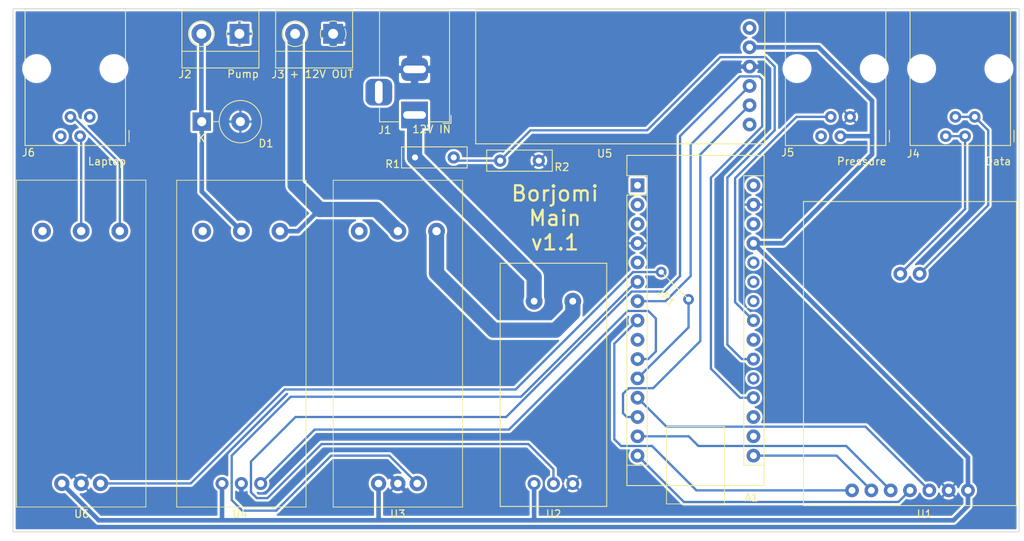
<source format=kicad_pcb>
(kicad_pcb (version 20171130) (host pcbnew 5.1.6-c6e7f7d~87~ubuntu18.04.1)

  (general
    (thickness 1.6)
    (drawings 31)
    (tracks 164)
    (zones 0)
    (modules 17)
    (nets 25)
  )

  (page A4)
  (layers
    (0 F.Cu signal hide)
    (31 B.Cu signal)
    (32 B.Adhes user hide)
    (33 F.Adhes user hide)
    (34 B.Paste user hide)
    (35 F.Paste user hide)
    (36 B.SilkS user hide)
    (37 F.SilkS user)
    (38 B.Mask user)
    (39 F.Mask user hide)
    (40 Dwgs.User user hide)
    (41 Cmts.User user hide)
    (42 Eco1.User user hide)
    (43 Eco2.User user hide)
    (44 Edge.Cuts user)
    (45 Margin user hide)
    (46 B.CrtYd user hide)
    (47 F.CrtYd user hide)
    (48 B.Fab user hide)
    (49 F.Fab user hide)
  )

  (setup
    (last_trace_width 0.3)
    (user_trace_width 0.2)
    (user_trace_width 0.3)
    (user_trace_width 0.6)
    (user_trace_width 1)
    (user_trace_width 2)
    (trace_clearance 0.2)
    (zone_clearance 0.3)
    (zone_45_only no)
    (trace_min 0.2)
    (via_size 0.8)
    (via_drill 0.4)
    (via_min_size 0.4)
    (via_min_drill 0.3)
    (user_via 1.5 0.8)
    (uvia_size 0.3)
    (uvia_drill 0.1)
    (uvias_allowed no)
    (uvia_min_size 0.2)
    (uvia_min_drill 0.1)
    (edge_width 0.1)
    (segment_width 0.2)
    (pcb_text_width 0.3)
    (pcb_text_size 1.5 1.5)
    (mod_edge_width 0.15)
    (mod_text_size 1 1)
    (mod_text_width 0.15)
    (pad_size 1.4 1.4)
    (pad_drill 0.7)
    (pad_to_mask_clearance 0)
    (aux_axis_origin 0 0)
    (visible_elements FFFFFF7F)
    (pcbplotparams
      (layerselection 0x01060_fffffffe)
      (usegerberextensions true)
      (usegerberattributes false)
      (usegerberadvancedattributes false)
      (creategerberjobfile false)
      (excludeedgelayer true)
      (linewidth 0.150000)
      (plotframeref false)
      (viasonmask false)
      (mode 1)
      (useauxorigin false)
      (hpglpennumber 1)
      (hpglpenspeed 20)
      (hpglpendiameter 15.000000)
      (psnegative false)
      (psa4output false)
      (plotreference true)
      (plotvalue false)
      (plotinvisibletext false)
      (padsonsilk false)
      (subtractmaskfromsilk false)
      (outputformat 1)
      (mirror false)
      (drillshape 0)
      (scaleselection 1)
      (outputdirectory "gerber/main-v1.1/"))
  )

  (net 0 "")
  (net 1 "Net-(A1-Pad19)")
  (net 2 GND)
  (net 3 "Net-(A1-Pad21)")
  (net 4 "Net-(A1-Pad6)")
  (net 5 "Net-(A1-Pad7)")
  (net 6 "Net-(A1-Pad23)")
  (net 7 "Net-(A1-Pad8)")
  (net 8 "Net-(A1-Pad10)")
  (net 9 "Net-(A1-Pad27)")
  (net 10 "Net-(A1-Pad12)")
  (net 11 "Net-(A1-Pad13)")
  (net 12 "Net-(A1-Pad14)")
  (net 13 "Net-(A1-Pad15)")
  (net 14 "Net-(A1-Pad16)")
  (net 15 "Net-(D1-Pad1)")
  (net 16 "Net-(J3-Pad2)")
  (net 17 "Net-(J4-Pad2)")
  (net 18 "Net-(J4-Pad1)")
  (net 19 "Net-(U2-Pad5)")
  (net 20 "Net-(J1-Pad1)")
  (net 21 "Net-(A1-Pad11)")
  (net 22 "Net-(J6-Pad2)")
  (net 23 "Net-(J6-Pad3)")
  (net 24 "Net-(JP1-Pad1)")

  (net_class Default "This is the default net class."
    (clearance 0.2)
    (trace_width 0.25)
    (via_dia 0.8)
    (via_drill 0.4)
    (uvia_dia 0.3)
    (uvia_drill 0.1)
    (add_net GND)
    (add_net "Net-(A1-Pad10)")
    (add_net "Net-(A1-Pad11)")
    (add_net "Net-(A1-Pad12)")
    (add_net "Net-(A1-Pad13)")
    (add_net "Net-(A1-Pad14)")
    (add_net "Net-(A1-Pad15)")
    (add_net "Net-(A1-Pad16)")
    (add_net "Net-(A1-Pad19)")
    (add_net "Net-(A1-Pad21)")
    (add_net "Net-(A1-Pad23)")
    (add_net "Net-(A1-Pad27)")
    (add_net "Net-(A1-Pad6)")
    (add_net "Net-(A1-Pad7)")
    (add_net "Net-(A1-Pad8)")
    (add_net "Net-(D1-Pad1)")
    (add_net "Net-(J1-Pad1)")
    (add_net "Net-(J3-Pad2)")
    (add_net "Net-(J4-Pad1)")
    (add_net "Net-(J4-Pad2)")
    (add_net "Net-(J6-Pad2)")
    (add_net "Net-(J6-Pad3)")
    (add_net "Net-(JP1-Pad1)")
    (add_net "Net-(U2-Pad5)")
  )

  (module Connector:SimpleJumper_Pitch5.08mm_Drill0.7mm_2pad (layer F.Cu) (tedit 5F4A55E2) (tstamp 5F4B0178)
    (at 176.85258 109.45368 315)
    (descr "wire loop as test point, pitch 5.08mm, hole diameter 0.7mm, wire diameter 1.0mm")
    (tags "test point wire loop")
    (path /5F4B8C4C)
    (fp_text reference JP1 (at 2.8 1.9 135) (layer F.SilkS)
      (effects (font (size 1 1) (thickness 0.15)))
    )
    (fp_text value Jumper (at 1 -1.7 135) (layer F.Fab)
      (effects (font (size 1 1) (thickness 0.15)))
    )
    (fp_text user %R (at 2.8 1.9 135) (layer F.Fab)
      (effects (font (size 1 1) (thickness 0.15)))
    )
    (fp_line (start 6.28 1.2) (end -1.2 1.2) (layer F.CrtYd) (width 0.05))
    (fp_line (start 6.28 1.2) (end 6.28 -1.2) (layer F.CrtYd) (width 0.05))
    (fp_line (start -1.2 -1.2) (end -1.2 1.2) (layer F.CrtYd) (width 0.05))
    (fp_line (start -1.2 -1.2) (end 6.28 -1.2) (layer F.CrtYd) (width 0.05))
    (fp_line (start 5.08 0) (end 0 0) (layer F.SilkS) (width 0.12))
    (pad 2 thru_hole circle (at 5.08 0 315) (size 1.4 1.4) (drill 0.7) (layers *.Cu *.Mask)
      (net 21 "Net-(A1-Pad11)"))
    (pad 1 thru_hole circle (at 0 0 315) (size 1.4 1.4) (drill 0.7) (layers *.Cu *.Mask)
      (net 24 "Net-(JP1-Pad1)"))
    (model ${KISYS3DMOD}/TestPoint.3dshapes/TestPoint_Bridge_Pitch5.08mm_Drill0.7mm.wrl
      (at (xyz 0 0 0))
      (scale (xyz 1 1 1))
      (rotate (xyz 0 0 0))
    )
  )

  (module Arduino:Arduino_Nano_Holes0.9 (layer F.Cu) (tedit 5D02BD2A) (tstamp 5D00AC8C)
    (at 173.736 98.044)
    (descr "Arduino Nano, http://www.mouser.com/pdfdocs/Gravitech_Arduino_Nano3_0.pdf")
    (tags "Arduino Nano")
    (path /5B6D71E4)
    (fp_text reference A1 (at 14.97584 41.05402) (layer F.SilkS)
      (effects (font (size 1 1) (thickness 0.15)))
    )
    (fp_text value Arduino_Nano (at 8.89 19.05 90) (layer F.Fab)
      (effects (font (size 1 1) (thickness 0.15)))
    )
    (fp_line (start 3.81 31.75) (end 11.43 31.75) (layer F.SilkS) (width 0.1))
    (fp_line (start 11.43 31.75) (end 11.43 41.91) (layer F.SilkS) (width 0.1))
    (fp_line (start 11.43 41.91) (end 3.81 41.91) (layer F.SilkS) (width 0.1))
    (fp_line (start 3.81 41.91) (end 3.81 31.75) (layer F.SilkS) (width 0.1))
    (fp_line (start 16.75 42.16) (end -1.53 42.16) (layer F.CrtYd) (width 0.05))
    (fp_line (start 16.75 42.16) (end 16.75 -4.06) (layer F.CrtYd) (width 0.05))
    (fp_line (start -1.53 -4.06) (end -1.53 42.16) (layer F.CrtYd) (width 0.05))
    (fp_line (start -1.53 -4.06) (end 16.75 -4.06) (layer F.CrtYd) (width 0.05))
    (fp_line (start 16.51 -3.81) (end 16.51 39.37) (layer F.Fab) (width 0.1))
    (fp_line (start 0 -3.81) (end 16.51 -3.81) (layer F.Fab) (width 0.1))
    (fp_line (start -1.27 -2.54) (end 0 -3.81) (layer F.Fab) (width 0.1))
    (fp_line (start -1.27 39.37) (end -1.27 -2.54) (layer F.Fab) (width 0.1))
    (fp_line (start 16.51 39.37) (end -1.27 39.37) (layer F.Fab) (width 0.1))
    (fp_line (start 16.64 -3.94) (end -1.4 -3.94) (layer F.SilkS) (width 0.12))
    (fp_line (start 16.64 39.5) (end 16.64 -3.94) (layer F.SilkS) (width 0.12))
    (fp_line (start -1.4 39.5) (end 16.64 39.5) (layer F.SilkS) (width 0.12))
    (fp_line (start 3.81 41.91) (end 3.81 31.75) (layer F.Fab) (width 0.1))
    (fp_line (start 11.43 41.91) (end 3.81 41.91) (layer F.Fab) (width 0.1))
    (fp_line (start 11.43 31.75) (end 11.43 41.91) (layer F.Fab) (width 0.1))
    (fp_line (start 3.81 31.75) (end 11.43 31.75) (layer F.Fab) (width 0.1))
    (fp_line (start 1.27 36.83) (end -1.4 36.83) (layer F.SilkS) (width 0.12))
    (fp_line (start 1.27 1.27) (end 1.27 36.83) (layer F.SilkS) (width 0.12))
    (fp_line (start 1.27 1.27) (end -1.4 1.27) (layer F.SilkS) (width 0.12))
    (fp_line (start 13.97 36.83) (end 16.64 36.83) (layer F.SilkS) (width 0.12))
    (fp_line (start 13.97 -1.27) (end 13.97 36.83) (layer F.SilkS) (width 0.12))
    (fp_line (start 13.97 -1.27) (end 16.64 -1.27) (layer F.SilkS) (width 0.12))
    (fp_line (start -1.4 -3.94) (end -1.4 -1.27) (layer F.SilkS) (width 0.12))
    (fp_line (start -1.4 1.27) (end -1.4 39.5) (layer F.SilkS) (width 0.12))
    (fp_line (start 1.27 -1.27) (end -1.4 -1.27) (layer F.SilkS) (width 0.12))
    (fp_line (start 1.27 1.27) (end 1.27 -1.27) (layer F.SilkS) (width 0.12))
    (fp_text user %R (at 6.35 19.05 90) (layer F.Fab)
      (effects (font (size 1 1) (thickness 0.15)))
    )
    (pad 1 thru_hole rect (at 0 0) (size 1.8 1.8) (drill 0.9) (layers *.Cu *.Mask))
    (pad 17 thru_hole oval (at 15.24 33.02) (size 1.8 1.8) (drill 0.9) (layers *.Cu *.Mask))
    (pad 2 thru_hole oval (at 0 2.54) (size 1.8 1.8) (drill 0.9) (layers *.Cu *.Mask))
    (pad 18 thru_hole oval (at 15.24 30.48) (size 1.8 1.8) (drill 0.9) (layers *.Cu *.Mask))
    (pad 3 thru_hole oval (at 0 5.08) (size 1.8 1.8) (drill 0.9) (layers *.Cu *.Mask))
    (pad 19 thru_hole oval (at 15.24 27.94) (size 1.7 1.7) (drill 0.9) (layers *.Cu *.Mask)
      (net 1 "Net-(A1-Pad19)"))
    (pad 4 thru_hole oval (at 0 7.62) (size 1.8 1.8) (drill 0.9) (layers *.Cu *.Mask)
      (net 2 GND))
    (pad 20 thru_hole oval (at 15.24 25.4) (size 1.6 1.6) (drill 0.9) (layers *.Cu *.Mask))
    (pad 5 thru_hole oval (at 0 10.16) (size 1.8 1.8) (drill 0.9) (layers *.Cu *.Mask))
    (pad 21 thru_hole oval (at 15.24 22.86) (size 1.7 1.7) (drill 0.9) (layers *.Cu *.Mask)
      (net 3 "Net-(A1-Pad21)"))
    (pad 6 thru_hole oval (at 0 12.7) (size 1.8 1.8) (drill 0.9) (layers *.Cu *.Mask)
      (net 4 "Net-(A1-Pad6)"))
    (pad 22 thru_hole oval (at 15.24 20.32) (size 1.8 1.8) (drill 0.9) (layers *.Cu *.Mask))
    (pad 7 thru_hole oval (at 0 15.24) (size 1.8 1.8) (drill 0.9) (layers *.Cu *.Mask)
      (net 5 "Net-(A1-Pad7)"))
    (pad 23 thru_hole oval (at 15.24 17.78) (size 1.7 1.7) (drill 0.9) (layers *.Cu *.Mask)
      (net 6 "Net-(A1-Pad23)"))
    (pad 8 thru_hole oval (at 0 17.78) (size 1.8 1.8) (drill 0.9) (layers *.Cu *.Mask)
      (net 7 "Net-(A1-Pad8)"))
    (pad 24 thru_hole oval (at 15.24 15.24) (size 1.6 1.6) (drill 0.9) (layers *.Cu *.Mask))
    (pad 9 thru_hole oval (at 0 20.32) (size 1.8 1.8) (drill 0.9) (layers *.Cu *.Mask))
    (pad 25 thru_hole oval (at 15.24 12.7) (size 1.6 1.6) (drill 0.9) (layers *.Cu *.Mask))
    (pad 10 thru_hole oval (at 0 22.86) (size 1.8 1.8) (drill 0.9) (layers *.Cu *.Mask)
      (net 8 "Net-(A1-Pad10)"))
    (pad 26 thru_hole oval (at 15.24 10.16) (size 1.6 1.6) (drill 0.9) (layers *.Cu *.Mask))
    (pad 11 thru_hole oval (at 0 25.4) (size 1.8 1.8) (drill 0.9) (layers *.Cu *.Mask)
      (net 21 "Net-(A1-Pad11)"))
    (pad 27 thru_hole oval (at 15.24 7.62) (size 1.8 1.8) (drill 0.9) (layers *.Cu *.Mask)
      (net 9 "Net-(A1-Pad27)"))
    (pad 12 thru_hole oval (at 0 27.94) (size 1.8 1.8) (drill 0.9) (layers *.Cu *.Mask)
      (net 10 "Net-(A1-Pad12)"))
    (pad 28 thru_hole oval (at 15.24 5.08) (size 1.8 1.8) (drill 0.9) (layers *.Cu *.Mask))
    (pad 13 thru_hole oval (at 0 30.48) (size 1.8 1.8) (drill 0.9) (layers *.Cu *.Mask)
      (net 11 "Net-(A1-Pad13)"))
    (pad 29 thru_hole oval (at 15.24 2.54) (size 1.8 1.8) (drill 0.9) (layers *.Cu *.Mask)
      (net 2 GND))
    (pad 14 thru_hole oval (at 0 33.02) (size 1.8 1.8) (drill 0.9) (layers *.Cu *.Mask)
      (net 12 "Net-(A1-Pad14)"))
    (pad 30 thru_hole oval (at 15.24 0) (size 1.8 1.8) (drill 0.9) (layers *.Cu *.Mask))
    (pad 15 thru_hole oval (at 0 35.56) (size 1.8 1.8) (drill 0.9) (layers *.Cu *.Mask)
      (net 13 "Net-(A1-Pad15)"))
    (pad 16 thru_hole oval (at 15.24 35.56) (size 1.8 1.8) (drill 0.9) (layers *.Cu *.Mask)
      (net 14 "Net-(A1-Pad16)"))
    (pad 4 thru_hole oval (at 0 7.62) (size 1.8 1.8) (drill 0.9) (layers *.Cu *.Mask)
      (net 2 GND))
    (pad 4 thru_hole oval (at 0 7.62) (size 1.8 1.8) (drill 0.9) (layers *.Cu *.Mask)
      (net 2 GND))
    (model ${KISYS3DMOD}/Module.3dshapes/Arduino_Nano_WithMountingHoles.wrl
      (at (xyz 0 0 0))
      (scale (xyz 1 1 1))
      (rotate (xyz 0 0 0))
    )
  )

  (module Connector:RJ14_YH-57-21_5722_6P4C (layer F.Cu) (tedit 5CA728C4) (tstamp 5F471A0C)
    (at 103.00894 91.575 180)
    (descr "RJ12 connector  https://cdn.amphenol-icc.com/media/wysiwyg/files/drawing/c-bmj-0082.pdf")
    (tags "RJ12 connector")
    (path /5F4A4CD0)
    (fp_text reference J6 (at 9.33 -2.16) (layer F.SilkS)
      (effects (font (size 1 1) (thickness 0.15)))
    )
    (fp_text value LaptopSwitch (at 3.54 18.3) (layer F.Fab)
      (effects (font (size 1 1) (thickness 0.15)))
    )
    (fp_line (start -3.43 -0.48) (end -3.43 -1.23) (layer F.Fab) (width 0.1))
    (fp_line (start -2.93 0.02) (end -3.43 -0.48) (layer F.Fab) (width 0.1))
    (fp_line (start -3.43 0.52) (end -2.93 0.02) (layer F.Fab) (width 0.1))
    (fp_line (start -3.9 0.77) (end -3.9 -0.76) (layer F.SilkS) (width 0.12))
    (fp_line (start -3.43 7.79) (end -3.43 -1.23) (layer F.SilkS) (width 0.12))
    (fp_line (start -3.43 7.72) (end -3.43 7.79) (layer F.SilkS) (width 0.1))
    (fp_line (start -3.43 16.77) (end -3.43 9.99) (layer F.SilkS) (width 0.12))
    (fp_line (start 9.77 16.77) (end -3.43 16.77) (layer F.SilkS) (width 0.12))
    (fp_line (start 9.77 16.76) (end 9.77 16.77) (layer F.SilkS) (width 0.1))
    (fp_line (start 9.77 16.77) (end 9.77 9.99) (layer F.SilkS) (width 0.12))
    (fp_line (start 9.77 16.65) (end 9.77 16.77) (layer F.SilkS) (width 0.1))
    (fp_line (start 9.77 -1.23) (end 9.77 7.79) (layer F.SilkS) (width 0.12))
    (fp_line (start -3.43 -1.23) (end 9.77 -1.23) (layer F.SilkS) (width 0.12))
    (fp_line (start -4.04 17.27) (end -4.04 -1.73) (layer F.CrtYd) (width 0.05))
    (fp_line (start 10.38 17.27) (end -4.04 17.27) (layer F.CrtYd) (width 0.05))
    (fp_line (start 10.38 -1.73) (end 10.38 17.27) (layer F.CrtYd) (width 0.05))
    (fp_line (start -4.04 -1.73) (end 10.38 -1.73) (layer F.CrtYd) (width 0.05))
    (fp_line (start 9.77 16.77) (end -3.43 16.77) (layer F.Fab) (width 0.1))
    (fp_line (start 9.77 -1.23) (end 9.77 16.77) (layer F.Fab) (width 0.1))
    (fp_line (start -3.43 -1.23) (end 9.77 -1.23) (layer F.Fab) (width 0.1))
    (fp_line (start -3.43 16.77) (end -3.43 0.52) (layer F.Fab) (width 0.1))
    (fp_line (start 9.77 12.97) (end -3.43 12.97) (layer F.Fab) (width 0.1))
    (fp_text user %R (at 3.16 7.76) (layer F.Fab)
      (effects (font (size 1 1) (thickness 0.15)))
    )
    (pad "" np_thru_hole circle (at -1.91 8.89 180) (size 3.2 3.2) (drill 3.2) (layers *.Cu *.Mask))
    (pad 1 thru_hole circle (at 1.27 2.54 180) (size 1.52 1.52) (drill 0.76) (layers *.Cu *.Mask))
    (pad 2 thru_hole circle (at 2.54 0 180) (size 1.52 1.52) (drill 0.76) (layers *.Cu *.Mask)
      (net 22 "Net-(J6-Pad2)"))
    (pad 3 thru_hole circle (at 3.81 2.54 180) (size 1.52 1.52) (drill 0.76) (layers *.Cu *.Mask)
      (net 23 "Net-(J6-Pad3)"))
    (pad 4 thru_hole circle (at 5.08 0 180) (size 1.52 1.52) (drill 0.76) (layers *.Cu *.Mask))
    (pad "" np_thru_hole circle (at 8.25 8.89 180) (size 3.2 3.2) (drill 3.2) (layers *.Cu *.Mask))
    (model ${KISYS3DMOD}/Connector_RJ.3dshapes/RJ12_Amphenol_54601.wrl
      (at (xyz 0 0 0))
      (scale (xyz 1 1 1))
      (rotate (xyz 0 0 0))
    )
  )

  (module RelayModule:Relay_Module_1_Channel_Holes0.9 (layer F.Cu) (tedit 5CB9D6CA) (tstamp 5F471B0C)
    (at 100.61194 118.86184 90)
    (path /5F4B5258)
    (fp_text reference U6 (at -22.4155 0.07874 180) (layer F.SilkS)
      (effects (font (size 1 1) (thickness 0.15)))
    )
    (fp_text value Relay_LaptopSwitch (at 0 10.16 90) (layer F.Fab)
      (effects (font (size 1 1) (thickness 0.15)))
    )
    (fp_line (start -21.5 -8.5) (end 21.5 -8.5) (layer F.Fab) (width 0.1))
    (fp_line (start 21.5 -8.5) (end 21.5 8.5) (layer F.Fab) (width 0.1))
    (fp_line (start -21.5 -8.5) (end -21.5 8.5) (layer F.Fab) (width 0.1))
    (fp_line (start -21.5 8.5) (end 21.5 8.5) (layer F.Fab) (width 0.1))
    (fp_line (start -21.5 -8.5) (end 21.5 -8.5) (layer F.SilkS) (width 0.1))
    (fp_line (start 21.5 -8.5) (end 21.5 8.5) (layer F.SilkS) (width 0.1))
    (fp_line (start -21.5 8.5) (end 21.5 8.5) (layer F.SilkS) (width 0.1))
    (fp_line (start -21.5 -8.5) (end -21.5 8.5) (layer F.SilkS) (width 0.1))
    (pad 4 thru_hole circle (at 14.8 5.08 90) (size 2.2 2.2) (drill 1.1) (layers *.Cu *.Mask)
      (net 23 "Net-(J6-Pad3)"))
    (pad 6 thru_hole circle (at 14.8 -5.08 90) (size 2.2 2.2) (drill 1.1) (layers *.Cu *.Mask))
    (pad 5 thru_hole circle (at 14.8 0 90) (size 2.2 2.2) (drill 1.1) (layers *.Cu *.Mask)
      (net 22 "Net-(J6-Pad2)"))
    (pad 1 thru_hole circle (at -18.4 -2.54 90) (size 2 2) (drill 1) (layers *.Cu *.Mask)
      (net 9 "Net-(A1-Pad27)"))
    (pad 2 thru_hole circle (at -18.4 0 90) (size 2 2) (drill 1) (layers *.Cu *.Mask)
      (net 2 GND))
    (pad 3 thru_hole circle (at -18.4 2.54 90) (size 2 2) (drill 1) (layers *.Cu *.Mask)
      (net 24 "Net-(JP1-Pad1)"))
  )

  (module Connector_BarrelJack:BarrelJack_Horizontal (layer F.Cu) (tedit 5A1DBF6A) (tstamp 5D09A8B2)
    (at 144.43202 88.7857 270)
    (descr "DC Barrel Jack")
    (tags "Power Jack")
    (path /5D0EB08D)
    (fp_text reference J1 (at 1.97612 3.9116 180) (layer F.SilkS)
      (effects (font (size 1 1) (thickness 0.15)))
    )
    (fp_text value "Vin 12V" (at -6.2 -5.5 90) (layer F.Fab)
      (effects (font (size 1 1) (thickness 0.15)))
    )
    (fp_line (start -0.003213 -4.505425) (end 0.8 -3.75) (layer F.Fab) (width 0.1))
    (fp_line (start 1.1 -3.75) (end 1.1 -4.8) (layer F.SilkS) (width 0.12))
    (fp_line (start 0.05 -4.8) (end 1.1 -4.8) (layer F.SilkS) (width 0.12))
    (fp_line (start 1 -4.5) (end 1 -4.75) (layer F.CrtYd) (width 0.05))
    (fp_line (start 1 -4.75) (end -14 -4.75) (layer F.CrtYd) (width 0.05))
    (fp_line (start 1 -4.5) (end 1 -2) (layer F.CrtYd) (width 0.05))
    (fp_line (start 1 -2) (end 2 -2) (layer F.CrtYd) (width 0.05))
    (fp_line (start 2 -2) (end 2 2) (layer F.CrtYd) (width 0.05))
    (fp_line (start 2 2) (end 1 2) (layer F.CrtYd) (width 0.05))
    (fp_line (start 1 2) (end 1 4.75) (layer F.CrtYd) (width 0.05))
    (fp_line (start 1 4.75) (end -1 4.75) (layer F.CrtYd) (width 0.05))
    (fp_line (start -1 4.75) (end -1 6.75) (layer F.CrtYd) (width 0.05))
    (fp_line (start -1 6.75) (end -5 6.75) (layer F.CrtYd) (width 0.05))
    (fp_line (start -5 6.75) (end -5 4.75) (layer F.CrtYd) (width 0.05))
    (fp_line (start -5 4.75) (end -14 4.75) (layer F.CrtYd) (width 0.05))
    (fp_line (start -14 4.75) (end -14 -4.75) (layer F.CrtYd) (width 0.05))
    (fp_line (start -5 4.6) (end -13.8 4.6) (layer F.SilkS) (width 0.12))
    (fp_line (start -13.8 4.6) (end -13.8 -4.6) (layer F.SilkS) (width 0.12))
    (fp_line (start 0.9 1.9) (end 0.9 4.6) (layer F.SilkS) (width 0.12))
    (fp_line (start 0.9 4.6) (end -1 4.6) (layer F.SilkS) (width 0.12))
    (fp_line (start -13.8 -4.6) (end 0.9 -4.6) (layer F.SilkS) (width 0.12))
    (fp_line (start 0.9 -4.6) (end 0.9 -2) (layer F.SilkS) (width 0.12))
    (fp_line (start -10.2 -4.5) (end -10.2 4.5) (layer F.Fab) (width 0.1))
    (fp_line (start -13.7 -4.5) (end -13.7 4.5) (layer F.Fab) (width 0.1))
    (fp_line (start -13.7 4.5) (end 0.8 4.5) (layer F.Fab) (width 0.1))
    (fp_line (start 0.8 4.5) (end 0.8 -3.75) (layer F.Fab) (width 0.1))
    (fp_line (start 0 -4.5) (end -13.7 -4.5) (layer F.Fab) (width 0.1))
    (fp_text user %R (at -3 -2.95 90) (layer F.Fab)
      (effects (font (size 1 1) (thickness 0.15)))
    )
    (pad 3 thru_hole roundrect (at -3 4.7 270) (size 3.5 3.5) (drill oval 3 1) (layers *.Cu *.Mask) (roundrect_rratio 0.25))
    (pad 2 thru_hole roundrect (at -6 0 270) (size 3 3.5) (drill oval 1 3) (layers *.Cu *.Mask) (roundrect_rratio 0.25)
      (net 2 GND))
    (pad 1 thru_hole rect (at 0 0 270) (size 3.5 3.5) (drill oval 1 3) (layers *.Cu *.Mask)
      (net 20 "Net-(J1-Pad1)"))
    (model ${KISYS3DMOD}/Connector_BarrelJack.3dshapes/BarrelJack_Horizontal.wrl
      (at (xyz 0 0 0))
      (scale (xyz 1 1 1))
      (rotate (xyz 0 0 0))
    )
  )

  (module Diode_THT:D_DO-27_P5.08mm_Vertical_KathodeUp (layer F.Cu) (tedit 5AE50CD5) (tstamp 5D00AC9D)
    (at 116.459 89.662)
    (descr "Diode, DO-27 series, Axial, Vertical, pin pitch=5.08mm, , length*diameter=9.52*5.33mm^2, , http://www.slottechforum.com/slotinfo/Techstuff/CD2%20Diodes%20and%20Transistors/Cases/Diode%20DO-27.jpg")
    (tags "Diode DO-27 series Axial Vertical pin pitch 5.08mm  length 9.52mm diameter 5.33mm")
    (path /5CAC420C)
    (fp_text reference D1 (at 8.4455 2.87274) (layer F.SilkS)
      (effects (font (size 1 1) (thickness 0.15)))
    )
    (fp_text value 1N5408 (at 2.54 3.785) (layer F.Fab)
      (effects (font (size 1 1) (thickness 0.15)))
    )
    (fp_line (start 8 -2.92) (end -1.45 -2.92) (layer F.CrtYd) (width 0.05))
    (fp_line (start 8 2.92) (end 8 -2.92) (layer F.CrtYd) (width 0.05))
    (fp_line (start -1.45 2.92) (end 8 2.92) (layer F.CrtYd) (width 0.05))
    (fp_line (start -1.45 -2.92) (end -1.45 2.92) (layer F.CrtYd) (width 0.05))
    (fp_line (start 2.295 0) (end 1.5 0) (layer F.SilkS) (width 0.12))
    (fp_line (start 0 0) (end 5.08 0) (layer F.Fab) (width 0.1))
    (fp_circle (center 5.08 0) (end 7.865 0) (layer F.SilkS) (width 0.12))
    (fp_circle (center 5.08 0) (end 7.745 0) (layer F.Fab) (width 0.1))
    (fp_text user %R (at 2.54 -3.785) (layer F.Fab)
      (effects (font (size 1 1) (thickness 0.15)))
    )
    (fp_text user K (at 0 2.2) (layer F.Fab)
      (effects (font (size 1 1) (thickness 0.15)))
    )
    (fp_text user K (at 0 2.2) (layer F.SilkS)
      (effects (font (size 1 1) (thickness 0.15)))
    )
    (pad 1 thru_hole rect (at 0 0) (size 2.4 2.4) (drill 1.2) (layers *.Cu *.Mask)
      (net 15 "Net-(D1-Pad1)"))
    (pad 2 thru_hole oval (at 5.08 0) (size 2.4 2.4) (drill 1.2) (layers *.Cu *.Mask)
      (net 2 GND))
    (model ${KISYS3DMOD}/Diode_THT.3dshapes/D_DO-27_P5.08mm_Vertical_KathodeUp.wrl
      (at (xyz 0 0 0))
      (scale (xyz 1 1 1))
      (rotate (xyz 0 0 0))
    )
  )

  (module Connector:Degson_DG301_1x02_P5.00mm_Horizontal (layer F.Cu) (tedit 5CA9043C) (tstamp 5D00ACDF)
    (at 121.412 78.105 180)
    (descr "Terminal Block Phoenix MKDS-1,5-2, 2 pins, pitch 5mm, size 10x9.8mm^2, drill diamater 1.3mm, pad diameter 2.6mm, see http://www.farnell.com/datasheets/100425.pdf, script-generated using https://github.com/pointhi/kicad-footprint-generator/scripts/TerminalBlock_Phoenix")
    (tags "THT Terminal Block Phoenix MKDS-1,5-2 pitch 5mm size 10x9.8mm^2 drill 1.3mm pad 2.6mm")
    (path /5D07A92F)
    (fp_text reference J2 (at 7.15772 -5.32892) (layer F.SilkS)
      (effects (font (size 1 1) (thickness 0.15)))
    )
    (fp_text value "Gate 220V" (at 2.54 5.08) (layer F.Fab)
      (effects (font (size 1 1) (thickness 0.15)))
    )
    (fp_line (start 3.773 1.023) (end 3.726 1.069) (layer F.SilkS) (width 0.12))
    (fp_line (start 6.07 -1.275) (end 6.035 -1.239) (layer F.SilkS) (width 0.12))
    (fp_line (start 3.966 1.239) (end 3.931 1.274) (layer F.SilkS) (width 0.12))
    (fp_line (start 6.275 -1.069) (end 6.228 -1.023) (layer F.SilkS) (width 0.12))
    (fp_line (start 5.955 -1.138) (end 3.863 0.955) (layer F.Fab) (width 0.1))
    (fp_line (start 6.138 -0.955) (end 4.046 1.138) (layer F.Fab) (width 0.1))
    (fp_line (start 0.955 -1.138) (end -1.138 0.955) (layer F.Fab) (width 0.1))
    (fp_line (start 1.138 -0.955) (end -0.955 1.138) (layer F.Fab) (width 0.1))
    (fp_line (start 7.56 -4.5) (end 7.56 3.1) (layer F.SilkS) (width 0.12))
    (fp_line (start -2.56 -4.5) (end -2.56 3.1) (layer F.SilkS) (width 0.12))
    (fp_line (start -2.56 -4.5) (end 7.56 -4.5) (layer F.SilkS) (width 0.12))
    (fp_line (start -2.56 -2.301) (end 7.56 -2.301) (layer F.SilkS) (width 0.12))
    (fp_line (start -2.5 -2.3) (end 7.5 -2.3) (layer F.Fab) (width 0.1))
    (fp_line (start -2.56 3.1) (end 7.56 3.1) (layer F.SilkS) (width 0.12))
    (fp_line (start -2.5 3.1) (end 7.5 3.1) (layer F.Fab) (width 0.1))
    (fp_line (start -2.5 3.1) (end -2.5 -4.5) (layer F.Fab) (width 0.1))
    (fp_line (start 7.5 -4.5) (end 7.5 3.1) (layer F.Fab) (width 0.1))
    (fp_line (start -2.5 -4.5) (end 7.5 -4.5) (layer F.Fab) (width 0.1))
    (fp_circle (center 5 0) (end 6.68 0) (layer F.SilkS) (width 0.12))
    (fp_circle (center 5 0) (end 6.5 0) (layer F.Fab) (width 0.1))
    (fp_circle (center 0 0) (end 1.5 0) (layer F.Fab) (width 0.1))
    (fp_arc (start 0 0) (end 0 1.68) (angle -24) (layer F.SilkS) (width 0.12))
    (fp_arc (start 0 0) (end 1.535 0.684) (angle -48) (layer F.SilkS) (width 0.12))
    (fp_arc (start 0 0) (end 0.684 -1.535) (angle -48) (layer F.SilkS) (width 0.12))
    (fp_arc (start 0 0) (end -1.535 -0.684) (angle -48) (layer F.SilkS) (width 0.12))
    (fp_arc (start 0 0) (end -0.684 1.535) (angle -25) (layer F.SilkS) (width 0.12))
    (fp_text user %R (at 2.54 -3.81) (layer F.Fab)
      (effects (font (size 1 1) (thickness 0.15)))
    )
    (pad 1 thru_hole rect (at 0 0 180) (size 2.6 2.6) (drill 1.3) (layers *.Cu *.Mask)
      (net 2 GND))
    (pad 2 thru_hole circle (at 5 0 180) (size 2.6 2.6) (drill 1.3) (layers *.Cu *.Mask)
      (net 15 "Net-(D1-Pad1)"))
    (model ${KISYS3DMOD}/TerminalBlock_Phoenix.3dshapes/TerminalBlock_Phoenix_MKDS-1,5-2_1x02_P5.00mm_Horizontal.wrl
      (at (xyz 0 0 0))
      (scale (xyz 1 1 1))
      (rotate (xyz 0 0 0))
    )
  )

  (module Connector:Degson_DG301_1x02_P5.00mm_Horizontal (layer F.Cu) (tedit 5CA9043C) (tstamp 5D0173AA)
    (at 133.731 78.105 180)
    (descr "Terminal Block Phoenix MKDS-1,5-2, 2 pins, pitch 5mm, size 10x9.8mm^2, drill diamater 1.3mm, pad diameter 2.6mm, see http://www.farnell.com/datasheets/100425.pdf, script-generated using https://github.com/pointhi/kicad-footprint-generator/scripts/TerminalBlock_Phoenix")
    (tags "THT Terminal Block Phoenix MKDS-1,5-2 pitch 5mm size 10x9.8mm^2 drill 1.3mm pad 2.6mm")
    (path /5B709E73)
    (fp_text reference J3 (at 7.24916 -5.34416) (layer F.SilkS)
      (effects (font (size 1 1) (thickness 0.15)))
    )
    (fp_text value "Vout 12V" (at 2.54 5.08) (layer F.Fab)
      (effects (font (size 1 1) (thickness 0.15)))
    )
    (fp_circle (center 0 0) (end 1.5 0) (layer F.Fab) (width 0.1))
    (fp_circle (center 5 0) (end 6.5 0) (layer F.Fab) (width 0.1))
    (fp_circle (center 5 0) (end 6.68 0) (layer F.SilkS) (width 0.12))
    (fp_line (start -2.5 -4.5) (end 7.5 -4.5) (layer F.Fab) (width 0.1))
    (fp_line (start 7.5 -4.5) (end 7.5 3.1) (layer F.Fab) (width 0.1))
    (fp_line (start -2.5 3.1) (end -2.5 -4.5) (layer F.Fab) (width 0.1))
    (fp_line (start -2.5 3.1) (end 7.5 3.1) (layer F.Fab) (width 0.1))
    (fp_line (start -2.56 3.1) (end 7.56 3.1) (layer F.SilkS) (width 0.12))
    (fp_line (start -2.5 -2.3) (end 7.5 -2.3) (layer F.Fab) (width 0.1))
    (fp_line (start -2.56 -2.301) (end 7.56 -2.301) (layer F.SilkS) (width 0.12))
    (fp_line (start -2.56 -4.5) (end 7.56 -4.5) (layer F.SilkS) (width 0.12))
    (fp_line (start -2.56 -4.5) (end -2.56 3.1) (layer F.SilkS) (width 0.12))
    (fp_line (start 7.56 -4.5) (end 7.56 3.1) (layer F.SilkS) (width 0.12))
    (fp_line (start 1.138 -0.955) (end -0.955 1.138) (layer F.Fab) (width 0.1))
    (fp_line (start 0.955 -1.138) (end -1.138 0.955) (layer F.Fab) (width 0.1))
    (fp_line (start 6.138 -0.955) (end 4.046 1.138) (layer F.Fab) (width 0.1))
    (fp_line (start 5.955 -1.138) (end 3.863 0.955) (layer F.Fab) (width 0.1))
    (fp_line (start 6.275 -1.069) (end 6.228 -1.023) (layer F.SilkS) (width 0.12))
    (fp_line (start 3.966 1.239) (end 3.931 1.274) (layer F.SilkS) (width 0.12))
    (fp_line (start 6.07 -1.275) (end 6.035 -1.239) (layer F.SilkS) (width 0.12))
    (fp_line (start 3.773 1.023) (end 3.726 1.069) (layer F.SilkS) (width 0.12))
    (fp_text user %R (at 2.54 -3.81) (layer F.Fab)
      (effects (font (size 1 1) (thickness 0.15)))
    )
    (fp_arc (start 0 0) (end -0.684 1.535) (angle -25) (layer F.SilkS) (width 0.12))
    (fp_arc (start 0 0) (end -1.535 -0.684) (angle -48) (layer F.SilkS) (width 0.12))
    (fp_arc (start 0 0) (end 0.684 -1.535) (angle -48) (layer F.SilkS) (width 0.12))
    (fp_arc (start 0 0) (end 1.535 0.684) (angle -48) (layer F.SilkS) (width 0.12))
    (fp_arc (start 0 0) (end 0 1.68) (angle -24) (layer F.SilkS) (width 0.12))
    (pad 2 thru_hole circle (at 5 0 180) (size 2.6 2.6) (drill 1.3) (layers *.Cu *.Mask)
      (net 16 "Net-(J3-Pad2)"))
    (pad 1 thru_hole rect (at 0 0 180) (size 2.6 2.6) (drill 1.3) (layers *.Cu *.Mask)
      (net 2 GND))
    (model ${KISYS3DMOD}/TerminalBlock_Phoenix.3dshapes/TerminalBlock_Phoenix_MKDS-1,5-2_1x02_P5.00mm_Horizontal.wrl
      (at (xyz 0 0 0))
      (scale (xyz 1 1 1))
      (rotate (xyz 0 0 0))
    )
  )

  (module Connector:RJ14_YH-57-21_5722_6P4C (layer F.Cu) (tedit 5CA728C4) (tstamp 5D00AD21)
    (at 219.329 91.575 180)
    (descr "RJ12 connector  https://cdn.amphenol-icc.com/media/wysiwyg/files/drawing/c-bmj-0082.pdf")
    (tags "RJ12 connector")
    (path /5B6F8A1D)
    (fp_text reference J4 (at 9.3472 -2.31902) (layer F.SilkS)
      (effects (font (size 1 1) (thickness 0.15)))
    )
    (fp_text value Data (at 3.54 18.3) (layer F.Fab)
      (effects (font (size 1 1) (thickness 0.15)))
    )
    (fp_line (start 9.77 12.97) (end -3.43 12.97) (layer F.Fab) (width 0.1))
    (fp_line (start -3.43 16.77) (end -3.43 0.52) (layer F.Fab) (width 0.1))
    (fp_line (start -3.43 -1.23) (end 9.77 -1.23) (layer F.Fab) (width 0.1))
    (fp_line (start 9.77 -1.23) (end 9.77 16.77) (layer F.Fab) (width 0.1))
    (fp_line (start 9.77 16.77) (end -3.43 16.77) (layer F.Fab) (width 0.1))
    (fp_line (start -4.04 -1.73) (end 10.38 -1.73) (layer F.CrtYd) (width 0.05))
    (fp_line (start 10.38 -1.73) (end 10.38 17.27) (layer F.CrtYd) (width 0.05))
    (fp_line (start 10.38 17.27) (end -4.04 17.27) (layer F.CrtYd) (width 0.05))
    (fp_line (start -4.04 17.27) (end -4.04 -1.73) (layer F.CrtYd) (width 0.05))
    (fp_line (start -3.43 -1.23) (end 9.77 -1.23) (layer F.SilkS) (width 0.12))
    (fp_line (start 9.77 -1.23) (end 9.77 7.79) (layer F.SilkS) (width 0.12))
    (fp_line (start 9.77 16.65) (end 9.77 16.77) (layer F.SilkS) (width 0.1))
    (fp_line (start 9.77 16.77) (end 9.77 9.99) (layer F.SilkS) (width 0.12))
    (fp_line (start 9.77 16.76) (end 9.77 16.77) (layer F.SilkS) (width 0.1))
    (fp_line (start 9.77 16.77) (end -3.43 16.77) (layer F.SilkS) (width 0.12))
    (fp_line (start -3.43 16.77) (end -3.43 9.99) (layer F.SilkS) (width 0.12))
    (fp_line (start -3.43 7.72) (end -3.43 7.79) (layer F.SilkS) (width 0.1))
    (fp_line (start -3.43 7.79) (end -3.43 -1.23) (layer F.SilkS) (width 0.12))
    (fp_line (start -3.9 0.77) (end -3.9 -0.76) (layer F.SilkS) (width 0.12))
    (fp_line (start -3.43 0.52) (end -2.93 0.02) (layer F.Fab) (width 0.1))
    (fp_line (start -2.93 0.02) (end -3.43 -0.48) (layer F.Fab) (width 0.1))
    (fp_line (start -3.43 -0.48) (end -3.43 -1.23) (layer F.Fab) (width 0.1))
    (fp_text user %R (at 3.16 7.76) (layer F.Fab)
      (effects (font (size 1 1) (thickness 0.15)))
    )
    (pad "" np_thru_hole circle (at 8.25 8.89 180) (size 3.2 3.2) (drill 3.2) (layers *.Cu *.Mask))
    (pad 4 thru_hole circle (at 5.08 0 180) (size 1.52 1.52) (drill 0.76) (layers *.Cu *.Mask)
      (net 17 "Net-(J4-Pad2)"))
    (pad 3 thru_hole circle (at 3.81 2.54 180) (size 1.52 1.52) (drill 0.76) (layers *.Cu *.Mask)
      (net 18 "Net-(J4-Pad1)"))
    (pad 2 thru_hole circle (at 2.54 0 180) (size 1.52 1.52) (drill 0.76) (layers *.Cu *.Mask)
      (net 17 "Net-(J4-Pad2)"))
    (pad 1 thru_hole circle (at 1.27 2.54 180) (size 1.52 1.52) (drill 0.76) (layers *.Cu *.Mask)
      (net 18 "Net-(J4-Pad1)"))
    (pad "" np_thru_hole circle (at -1.91 8.89 180) (size 3.2 3.2) (drill 3.2) (layers *.Cu *.Mask))
    (model ${KISYS3DMOD}/Connector_RJ.3dshapes/RJ12_Amphenol_54601.wrl
      (at (xyz 0 0 0))
      (scale (xyz 1 1 1))
      (rotate (xyz 0 0 0))
    )
  )

  (module Connector:RJ14_YH-57-21_5722_6P4C (layer F.Cu) (tedit 5CA728C4) (tstamp 5D00AD42)
    (at 202.946 91.575 180)
    (descr "RJ12 connector  https://cdn.amphenol-icc.com/media/wysiwyg/files/drawing/c-bmj-0082.pdf")
    (tags "RJ12 connector")
    (path /5B6F8AB0)
    (fp_text reference J5 (at 9.46912 -2.15392) (layer F.SilkS)
      (effects (font (size 1 1) (thickness 0.15)))
    )
    (fp_text value Pressure (at 3.54 18.3) (layer F.Fab)
      (effects (font (size 1 1) (thickness 0.15)))
    )
    (fp_line (start -3.43 -0.48) (end -3.43 -1.23) (layer F.Fab) (width 0.1))
    (fp_line (start -2.93 0.02) (end -3.43 -0.48) (layer F.Fab) (width 0.1))
    (fp_line (start -3.43 0.52) (end -2.93 0.02) (layer F.Fab) (width 0.1))
    (fp_line (start -3.9 0.77) (end -3.9 -0.76) (layer F.SilkS) (width 0.12))
    (fp_line (start -3.43 7.79) (end -3.43 -1.23) (layer F.SilkS) (width 0.12))
    (fp_line (start -3.43 7.72) (end -3.43 7.79) (layer F.SilkS) (width 0.1))
    (fp_line (start -3.43 16.77) (end -3.43 9.99) (layer F.SilkS) (width 0.12))
    (fp_line (start 9.77 16.77) (end -3.43 16.77) (layer F.SilkS) (width 0.12))
    (fp_line (start 9.77 16.76) (end 9.77 16.77) (layer F.SilkS) (width 0.1))
    (fp_line (start 9.77 16.77) (end 9.77 9.99) (layer F.SilkS) (width 0.12))
    (fp_line (start 9.77 16.65) (end 9.77 16.77) (layer F.SilkS) (width 0.1))
    (fp_line (start 9.77 -1.23) (end 9.77 7.79) (layer F.SilkS) (width 0.12))
    (fp_line (start -3.43 -1.23) (end 9.77 -1.23) (layer F.SilkS) (width 0.12))
    (fp_line (start -4.04 17.27) (end -4.04 -1.73) (layer F.CrtYd) (width 0.05))
    (fp_line (start 10.38 17.27) (end -4.04 17.27) (layer F.CrtYd) (width 0.05))
    (fp_line (start 10.38 -1.73) (end 10.38 17.27) (layer F.CrtYd) (width 0.05))
    (fp_line (start -4.04 -1.73) (end 10.38 -1.73) (layer F.CrtYd) (width 0.05))
    (fp_line (start 9.77 16.77) (end -3.43 16.77) (layer F.Fab) (width 0.1))
    (fp_line (start 9.77 -1.23) (end 9.77 16.77) (layer F.Fab) (width 0.1))
    (fp_line (start -3.43 -1.23) (end 9.77 -1.23) (layer F.Fab) (width 0.1))
    (fp_line (start -3.43 16.77) (end -3.43 0.52) (layer F.Fab) (width 0.1))
    (fp_line (start 9.77 12.97) (end -3.43 12.97) (layer F.Fab) (width 0.1))
    (fp_text user %R (at 3.16 7.76) (layer F.Fab)
      (effects (font (size 1 1) (thickness 0.15)))
    )
    (pad "" np_thru_hole circle (at -1.91 8.89 180) (size 3.2 3.2) (drill 3.2) (layers *.Cu *.Mask))
    (pad 1 thru_hole circle (at 1.27 2.54 180) (size 1.52 1.52) (drill 0.76) (layers *.Cu *.Mask)
      (net 2 GND))
    (pad 2 thru_hole circle (at 2.54 0 180) (size 1.52 1.52) (drill 0.76) (layers *.Cu *.Mask)
      (net 9 "Net-(A1-Pad27)"))
    (pad 3 thru_hole circle (at 3.81 2.54 180) (size 1.52 1.52) (drill 0.76) (layers *.Cu *.Mask)
      (net 6 "Net-(A1-Pad23)"))
    (pad 4 thru_hole circle (at 5.08 0 180) (size 1.52 1.52) (drill 0.76) (layers *.Cu *.Mask))
    (pad "" np_thru_hole circle (at 8.25 8.89 180) (size 3.2 3.2) (drill 3.2) (layers *.Cu *.Mask))
    (model ${KISYS3DMOD}/Connector_RJ.3dshapes/RJ12_Amphenol_54601.wrl
      (at (xyz 0 0 0))
      (scale (xyz 1 1 1))
      (rotate (xyz 0 0 0))
    )
  )

  (module Resistor_THT:R_Box_L8.4mm_W2.5mm_P5.08mm (layer F.Cu) (tedit 5AE5139B) (tstamp 5D01EA17)
    (at 149.57298 94.37116 180)
    (descr "Resistor, Box series, Radial, pin pitch=5.08mm, 0.5W = 1/2W, length*width=8.38*2.54mm^2, http://www.vishay.com/docs/60051/cns020.pdf")
    (tags "Resistor Box series Radial pin pitch 5.08mm 0.5W = 1/2W length 8.38mm width 2.54mm")
    (path /5D089AF0)
    (fp_text reference R1 (at 8.01624 -0.8763) (layer F.SilkS)
      (effects (font (size 1 1) (thickness 0.15)))
    )
    (fp_text value 100K (at 0 2.413) (layer F.Fab)
      (effects (font (size 1 1) (thickness 0.15)))
    )
    (fp_line (start -1.65 -1.27) (end -1.65 1.27) (layer F.Fab) (width 0.1))
    (fp_line (start -1.65 1.27) (end 6.73 1.27) (layer F.Fab) (width 0.1))
    (fp_line (start 6.73 1.27) (end 6.73 -1.27) (layer F.Fab) (width 0.1))
    (fp_line (start 6.73 -1.27) (end -1.65 -1.27) (layer F.Fab) (width 0.1))
    (fp_line (start -1.77 -1.39) (end 6.85 -1.39) (layer F.SilkS) (width 0.12))
    (fp_line (start -1.77 1.39) (end 6.85 1.39) (layer F.SilkS) (width 0.12))
    (fp_line (start -1.77 -1.39) (end -1.77 1.39) (layer F.SilkS) (width 0.12))
    (fp_line (start 6.85 -1.39) (end 6.85 1.39) (layer F.SilkS) (width 0.12))
    (fp_line (start -1.91 -1.52) (end -1.91 1.52) (layer F.CrtYd) (width 0.05))
    (fp_line (start -1.91 1.52) (end 6.98 1.52) (layer F.CrtYd) (width 0.05))
    (fp_line (start 6.98 1.52) (end 6.98 -1.52) (layer F.CrtYd) (width 0.05))
    (fp_line (start 6.98 -1.52) (end -1.91 -1.52) (layer F.CrtYd) (width 0.05))
    (fp_text user %R (at 2.54 0) (layer F.Fab)
      (effects (font (size 1 1) (thickness 0.15)))
    )
    (pad 2 thru_hole circle (at 5.08 0 180) (size 1.6 1.6) (drill 0.8) (layers *.Cu *.Mask)
      (net 20 "Net-(J1-Pad1)"))
    (pad 1 thru_hole circle (at 0 0 180) (size 1.6 1.6) (drill 0.8) (layers *.Cu *.Mask)
      (net 3 "Net-(A1-Pad21)"))
    (model ${KISYS3DMOD}/Resistor_THT.3dshapes/R_Box_L8.4mm_W2.5mm_P5.08mm.wrl
      (at (xyz 0 0 0))
      (scale (xyz 1 1 1))
      (rotate (xyz 0 0 0))
    )
  )

  (module Resistor_THT:R_Box_L8.4mm_W2.5mm_P5.08mm (layer F.Cu) (tedit 5AE5139B) (tstamp 5D00AD68)
    (at 160.76422 94.79534 180)
    (descr "Resistor, Box series, Radial, pin pitch=5.08mm, 0.5W = 1/2W, length*width=8.38*2.54mm^2, http://www.vishay.com/docs/60051/cns020.pdf")
    (tags "Resistor Box series Radial pin pitch 5.08mm 0.5W = 1/2W length 8.38mm width 2.54mm")
    (path /5D08B149)
    (fp_text reference R2 (at -3.04038 -0.8509) (layer F.SilkS)
      (effects (font (size 1 1) (thickness 0.15)))
    )
    (fp_text value 50K (at 5.588 -2.413) (layer F.Fab)
      (effects (font (size 1 1) (thickness 0.15)))
    )
    (fp_line (start 6.98 -1.52) (end -1.91 -1.52) (layer F.CrtYd) (width 0.05))
    (fp_line (start 6.98 1.52) (end 6.98 -1.52) (layer F.CrtYd) (width 0.05))
    (fp_line (start -1.91 1.52) (end 6.98 1.52) (layer F.CrtYd) (width 0.05))
    (fp_line (start -1.91 -1.52) (end -1.91 1.52) (layer F.CrtYd) (width 0.05))
    (fp_line (start 6.85 -1.39) (end 6.85 1.39) (layer F.SilkS) (width 0.12))
    (fp_line (start -1.77 -1.39) (end -1.77 1.39) (layer F.SilkS) (width 0.12))
    (fp_line (start -1.77 1.39) (end 6.85 1.39) (layer F.SilkS) (width 0.12))
    (fp_line (start -1.77 -1.39) (end 6.85 -1.39) (layer F.SilkS) (width 0.12))
    (fp_line (start 6.73 -1.27) (end -1.65 -1.27) (layer F.Fab) (width 0.1))
    (fp_line (start 6.73 1.27) (end 6.73 -1.27) (layer F.Fab) (width 0.1))
    (fp_line (start -1.65 1.27) (end 6.73 1.27) (layer F.Fab) (width 0.1))
    (fp_line (start -1.65 -1.27) (end -1.65 1.27) (layer F.Fab) (width 0.1))
    (fp_text user %R (at 2.54 0) (layer F.Fab)
      (effects (font (size 1 1) (thickness 0.15)))
    )
    (pad 1 thru_hole circle (at 0 0 180) (size 1.6 1.6) (drill 0.8) (layers *.Cu *.Mask)
      (net 2 GND))
    (pad 2 thru_hole circle (at 5.08 0 180) (size 1.6 1.6) (drill 0.8) (layers *.Cu *.Mask)
      (net 3 "Net-(A1-Pad21)"))
    (model ${KISYS3DMOD}/Resistor_THT.3dshapes/R_Box_L8.4mm_W2.5mm_P5.08mm.wrl
      (at (xyz 0 0 0))
      (scale (xyz 1 1 1))
      (rotate (xyz 0 0 0))
    )
  )

  (module CAN:AOC346_MCP2515_Holes0.9 (layer F.Cu) (tedit 5CB9D5AD) (tstamp 5D00AD81)
    (at 209.55 138.176 90)
    (path /5B6F5288)
    (fp_text reference U1 (at -3.10642 1.89484 180) (layer F.SilkS)
      (effects (font (size 1 1) (thickness 0.15)))
    )
    (fp_text value CAN_Module (at 14.478 -14.986 90) (layer F.Fab)
      (effects (font (size 1 1) (thickness 0.15)))
    )
    (fp_line (start -2 -14) (end -2 14) (layer F.SilkS) (width 0.12))
    (fp_line (start -2 -14) (end 38 -14) (layer F.SilkS) (width 0.12))
    (fp_line (start 38 -14) (end 38 14) (layer F.SilkS) (width 0.12))
    (fp_line (start -2 14) (end 38 14) (layer F.SilkS) (width 0.12))
    (fp_circle (center 35.5 -11.5) (end 37.25 -11.5) (layer F.Fab) (width 0.1))
    (fp_circle (center 35.5 11.5) (end 37.25 11.5) (layer F.Fab) (width 0.1))
    (fp_circle (center 0.5 11.5) (end 2.25 11.5) (layer F.Fab) (width 0.1))
    (fp_circle (center 0.5 -11.5) (end 2.25 -11.5) (layer F.Fab) (width 0.1))
    (fp_line (start -2 14) (end 38 14) (layer F.Fab) (width 0.12))
    (fp_line (start -2 -14) (end 38 -14) (layer F.Fab) (width 0.12))
    (fp_line (start 38 -14) (end 38 14) (layer F.Fab) (width 0.12))
    (fp_line (start -2 -14) (end -2 14) (layer F.Fab) (width 0.12))
    (pad 2 thru_hole circle (at 28.5 -1.27 90) (size 1.8 1.8) (drill 0.9) (layers *.Cu *.Mask)
      (net 17 "Net-(J4-Pad2)"))
    (pad 3 thru_hole circle (at 0 -7.62 90) (size 1.8 1.8) (drill 0.9) (layers *.Cu *.Mask)
      (net 7 "Net-(A1-Pad8)"))
    (pad 4 thru_hole circle (at 0 -5.08 90) (size 1.8 1.8) (drill 0.9) (layers *.Cu *.Mask)
      (net 14 "Net-(A1-Pad16)"))
    (pad 5 thru_hole circle (at 0 -2.54 90) (size 1.8 1.8) (drill 0.9) (layers *.Cu *.Mask)
      (net 12 "Net-(A1-Pad14)"))
    (pad 6 thru_hole circle (at 0 0 90) (size 1.8 1.8) (drill 0.9) (layers *.Cu *.Mask)
      (net 13 "Net-(A1-Pad15)"))
    (pad 7 thru_hole circle (at 0 2.54 90) (size 1.8 1.8) (drill 0.9) (layers *.Cu *.Mask)
      (net 10 "Net-(A1-Pad12)"))
    (pad 8 thru_hole circle (at 0 5.08 90) (size 1.8 1.8) (drill 0.9) (layers *.Cu *.Mask)
      (net 2 GND))
    (pad 9 thru_hole circle (at 0 7.62 90) (size 1.8 1.8) (drill 0.9) (layers *.Cu *.Mask)
      (net 9 "Net-(A1-Pad27)"))
    (pad 1 thru_hole circle (at 28.5 1.27 90) (size 1.8 1.8) (drill 0.9) (layers *.Cu *.Mask)
      (net 18 "Net-(J4-Pad1)"))
  )

  (module ACS_CurrentSensor:ACS712 (layer F.Cu) (tedit 5D02C1D7) (tstamp 5D00AD8E)
    (at 162.687 137.287 90)
    (path /5D0231D1)
    (fp_text reference U2 (at -4.00304 0.0127 180) (layer F.SilkS)
      (effects (font (size 1 1) (thickness 0.15)))
    )
    (fp_text value CurrentMeas_12V (at 7.62 -8.128 90) (layer F.Fab)
      (effects (font (size 1 1) (thickness 0.15)))
    )
    (fp_line (start 29 -7) (end 29 7) (layer F.SilkS) (width 0.12))
    (fp_line (start -3 7) (end -3 -7) (layer F.SilkS) (width 0.12))
    (fp_line (start -3 7) (end 29 7) (layer F.SilkS) (width 0.12))
    (fp_line (start -3 -7) (end 29 -7) (layer F.SilkS) (width 0.12))
    (pad 1 thru_hole circle (at 0 -2.54 90) (size 1.7 1.7) (drill 0.9) (layers *.Cu *.Mask)
      (net 9 "Net-(A1-Pad27)"))
    (pad 2 thru_hole circle (at 0 0 90) (size 1.7 1.7) (drill 0.9) (layers *.Cu *.Mask)
      (net 1 "Net-(A1-Pad19)"))
    (pad 3 thru_hole circle (at 0 2.54 90) (size 1.7 1.7) (drill 0.9) (layers *.Cu *.Mask)
      (net 2 GND))
    (pad 4 thru_hole circle (at 24 -2.54 90) (size 2.2 2.2) (drill 0.9) (layers *.Cu *.Mask)
      (net 20 "Net-(J1-Pad1)"))
    (pad 5 thru_hole circle (at 24 2.54 90) (size 2.2 2.2) (drill 0.9) (layers *.Cu *.Mask)
      (net 19 "Net-(U2-Pad5)"))
  )

  (module RelayModule:Relay_Module_1_Channel_Holes0.9 (layer F.Cu) (tedit 5CB9D6CA) (tstamp 5D016E94)
    (at 142.24 118.872 90)
    (path /5CA61D0C)
    (fp_text reference U3 (at -22.41804 -0.01524 180) (layer F.SilkS)
      (effects (font (size 1 1) (thickness 0.15)))
    )
    (fp_text value Relay_12Vout (at 5.842 9.525 90) (layer F.Fab)
      (effects (font (size 1 1) (thickness 0.15)))
    )
    (fp_line (start -21.5 -8.5) (end -21.5 8.5) (layer F.SilkS) (width 0.1))
    (fp_line (start -21.5 8.5) (end 21.5 8.5) (layer F.SilkS) (width 0.1))
    (fp_line (start 21.5 -8.5) (end 21.5 8.5) (layer F.SilkS) (width 0.1))
    (fp_line (start -21.5 -8.5) (end 21.5 -8.5) (layer F.SilkS) (width 0.1))
    (fp_line (start -21.5 8.5) (end 21.5 8.5) (layer F.Fab) (width 0.1))
    (fp_line (start -21.5 -8.5) (end -21.5 8.5) (layer F.Fab) (width 0.1))
    (fp_line (start 21.5 -8.5) (end 21.5 8.5) (layer F.Fab) (width 0.1))
    (fp_line (start -21.5 -8.5) (end 21.5 -8.5) (layer F.Fab) (width 0.1))
    (pad 3 thru_hole circle (at -18.4 2.54 90) (size 2 2) (drill 1) (layers *.Cu *.Mask)
      (net 4 "Net-(A1-Pad6)"))
    (pad 2 thru_hole circle (at -18.4 0 90) (size 2 2) (drill 1) (layers *.Cu *.Mask)
      (net 2 GND))
    (pad 1 thru_hole circle (at -18.4 -2.54 90) (size 2 2) (drill 1) (layers *.Cu *.Mask)
      (net 9 "Net-(A1-Pad27)"))
    (pad 5 thru_hole circle (at 14.8 0 90) (size 2.2 2.2) (drill 1.1) (layers *.Cu *.Mask)
      (net 16 "Net-(J3-Pad2)"))
    (pad 6 thru_hole circle (at 14.8 -5.08 90) (size 2.2 2.2) (drill 1.1) (layers *.Cu *.Mask))
    (pad 4 thru_hole circle (at 14.8 5.08 90) (size 2.2 2.2) (drill 1.1) (layers *.Cu *.Mask)
      (net 19 "Net-(U2-Pad5)"))
  )

  (module RelayModule:Relay_Module_1_Channel_Holes0.9 (layer F.Cu) (tedit 5D02BF31) (tstamp 5F47107A)
    (at 121.666 118.872 90)
    (path /5D04BA45)
    (fp_text reference U4 (at -22.40534 -0.1905 180) (layer F.SilkS)
      (effects (font (size 1 1) (thickness 0.15)))
    )
    (fp_text value Relay_Gate220V (at 7.239 9.271 90) (layer F.Fab)
      (effects (font (size 1 1) (thickness 0.15)))
    )
    (fp_line (start -21.5 -8.5) (end 21.5 -8.5) (layer F.Fab) (width 0.1))
    (fp_line (start 21.5 -8.5) (end 21.5 8.5) (layer F.Fab) (width 0.1))
    (fp_line (start -21.5 -8.5) (end -21.5 8.5) (layer F.Fab) (width 0.1))
    (fp_line (start -21.5 8.5) (end 21.5 8.5) (layer F.Fab) (width 0.1))
    (fp_line (start -21.5 -8.5) (end 21.5 -8.5) (layer F.SilkS) (width 0.1))
    (fp_line (start 21.5 -8.5) (end 21.5 8.5) (layer F.SilkS) (width 0.1))
    (fp_line (start -21.5 8.5) (end 21.5 8.5) (layer F.SilkS) (width 0.1))
    (fp_line (start -21.5 -8.5) (end -21.5 8.5) (layer F.SilkS) (width 0.1))
    (pad 4 thru_hole circle (at 14.8 5.08 90) (size 2.2 2.2) (drill 1.1) (layers *.Cu *.Mask)
      (net 16 "Net-(J3-Pad2)"))
    (pad 6 thru_hole circle (at 14.8 -5.08 90) (size 2.2 2.2) (drill 1.1) (layers *.Cu *.Mask))
    (pad 5 thru_hole circle (at 14.8 0 90) (size 2.2 2.2) (drill 1.1) (layers *.Cu *.Mask)
      (net 15 "Net-(D1-Pad1)"))
    (pad 1 thru_hole circle (at -18.4 -2.54 90) (size 1.7 1.7) (drill 0.9) (layers *.Cu *.Mask)
      (net 9 "Net-(A1-Pad27)"))
    (pad 2 thru_hole circle (at -18.4 0 90) (size 1.7 1.7) (drill 0.9) (layers *.Cu *.Mask)
      (net 2 GND))
    (pad 3 thru_hole circle (at -18.4 2.54 90) (size 1.7 1.7) (drill 0.9) (layers *.Cu *.Mask)
      (net 8 "Net-(A1-Pad10)"))
  )

  (module BT:HC-05 (layer F.Cu) (tedit 5D00A291) (tstamp 5D00ADC0)
    (at 188.468 83.693 180)
    (path /5D004DBC)
    (fp_text reference U5 (at 19.05 -10.16) (layer F.SilkS)
      (effects (font (size 1 1) (thickness 0.15)))
    )
    (fp_text value Bluetooth (at 17.78 10.16) (layer F.Fab)
      (effects (font (size 1 1) (thickness 0.15)))
    )
    (fp_line (start 36 -8.89) (end 36 8.78) (layer F.SilkS) (width 0.12))
    (fp_line (start -2 -8.89) (end -2 8.78) (layer F.SilkS) (width 0.12))
    (fp_line (start -2 8.78) (end 36 8.78) (layer F.SilkS) (width 0.12))
    (fp_line (start -2 -8.89) (end 36 -8.89) (layer F.SilkS) (width 0.12))
    (pad 1 thru_hole circle (at 0 -6.35 180) (size 1.8 1.8) (drill 0.9) (layers *.Cu *.Mask))
    (pad 2 thru_hole circle (at 0 -3.81 180) (size 1.8 1.8) (drill 0.9) (layers *.Cu *.Mask)
      (net 11 "Net-(A1-Pad13)"))
    (pad 3 thru_hole circle (at 0 -1.27 180) (size 1.8 1.8) (drill 0.9) (layers *.Cu *.Mask)
      (net 5 "Net-(A1-Pad7)"))
    (pad 4 thru_hole circle (at 0 1.27 180) (size 1.8 1.8) (drill 0.9) (layers *.Cu *.Mask)
      (net 2 GND))
    (pad 5 thru_hole circle (at 0 3.81 180) (size 1.8 1.8) (drill 0.9) (layers *.Cu *.Mask)
      (net 9 "Net-(A1-Pad27)"))
    (pad 6 thru_hole circle (at 0 6.35 180) (size 1.8 1.8) (drill 0.9) (layers *.Cu *.Mask))
  )

  (gr_text Laptop (at 104.00792 94.89402) (layer F.SilkS) (tstamp 5F4A1AB7)
    (effects (font (size 1 1) (thickness 0.15)))
  )
  (gr_line (start 91.649 143.637) (end 91.649 74.803) (layer Edge.Cuts) (width 0.1) (tstamp 5D02B224))
  (dimension 1.610873 (width 0.15) (layer Dwgs.User)
    (gr_text "1,611 mm" (at 86.900625 88.898509 300.9327691) (layer Dwgs.User)
      (effects (font (size 1 1) (thickness 0.15)))
    )
    (feature1 (pts (xy 91.73718 86.93912) (xy 87.926732 89.222587)))
    (feature2 (pts (xy 90.90914 85.55736) (xy 87.098692 87.840827)))
    (crossbar (pts (xy 87.601707 87.539388) (xy 88.429747 88.921148)))
    (arrow1a (pts (xy 88.429747 88.921148) (xy 87.347673 88.256305)))
    (arrow1b (pts (xy 88.429747 88.921148) (xy 88.353703 87.653427)))
    (arrow2a (pts (xy 87.601707 87.539388) (xy 87.677751 88.807109)))
    (arrow2b (pts (xy 87.601707 87.539388) (xy 88.683781 88.204231)))
  )
  (dimension 25.90112 (width 0.15) (layer Dwgs.User)
    (gr_text "25,901 mm" (at 109.021096 132.229002 322.1501489) (layer Dwgs.User)
      (effects (font (size 1 1) (thickness 0.15)))
    )
    (feature1 (pts (xy 130.88874 125.19406) (xy 119.684984 139.611935)))
    (feature2 (pts (xy 110.43666 109.30128) (xy 99.232904 123.719155)))
    (crossbar (pts (xy 99.592729 123.256104) (xy 120.044809 139.148884)))
    (arrow1a (pts (xy 120.044809 139.148884) (xy 118.795473 138.920718)))
    (arrow1b (pts (xy 120.044809 139.148884) (xy 119.515122 137.994617)))
    (arrow2a (pts (xy 99.592729 123.256104) (xy 100.122416 124.410371)))
    (arrow2b (pts (xy 99.592729 123.256104) (xy 100.842065 123.48427)))
  )
  (dimension 1.101845 (width 0.15) (layer Dwgs.User)
    (gr_text "1,102 mm" (at 101.322858 98.922275 26.56505118) (layer Dwgs.User)
      (effects (font (size 1 1) (thickness 0.15)))
    )
    (feature1 (pts (xy 89.55024 74.14514) (xy 101.496495 98.03765)))
    (feature2 (pts (xy 88.56472 74.6379) (xy 100.510975 98.53041)))
    (crossbar (pts (xy 100.24872 98.0059) (xy 101.23424 97.51314)))
    (arrow1a (pts (xy 101.23424 97.51314) (xy 100.48892 98.541438)))
    (arrow1b (pts (xy 101.23424 97.51314) (xy 99.964409 97.492417)))
    (arrow2a (pts (xy 100.24872 98.0059) (xy 101.518551 98.026623)))
    (arrow2b (pts (xy 100.24872 98.0059) (xy 100.99404 96.977602)))
  )
  (dimension 154.980454 (width 0.15) (layer Dwgs.User)
    (gr_text "154,980 mm" (at 152.828794 117.070107 -27.56457558) (layer Dwgs.User)
      (effects (font (size 1 1) (thickness 0.15)))
    )
    (feature1 (pts (xy 87.9094 73.98004) (xy 84.464701 80.579076)))
    (feature2 (pts (xy 225.298 145.69694) (xy 221.853301 152.295976)))
    (crossbar (pts (xy 222.124666 151.77612) (xy 84.736066 80.05922)))
    (arrow1a (pts (xy 84.736066 80.05922) (xy 86.006065 80.060651)))
    (arrow1b (pts (xy 84.736066 80.05922) (xy 85.463335 81.100363)))
    (arrow2a (pts (xy 222.124666 151.77612) (xy 221.397397 150.734977)))
    (arrow2b (pts (xy 222.124666 151.77612) (xy 220.854667 151.774689)))
  )
  (dimension 5.066564 (width 0.15) (layer Dwgs.User)
    (gr_text "5,067 mm" (at 87.402053 71.999972 -67.13708627) (layer Dwgs.User)
      (effects (font (size 1 1) (thickness 0.15)))
    )
    (feature1 (pts (xy 88.75776 68.67906) (xy 87.075321 69.388467)))
    (feature2 (pts (xy 90.72626 73.34758) (xy 89.043821 74.056987)))
    (crossbar (pts (xy 89.584171 73.829146) (xy 87.615671 69.160626)))
    (arrow1a (pts (xy 87.615671 69.160626) (xy 88.593699 69.970788)))
    (arrow1b (pts (xy 87.615671 69.160626) (xy 87.512999 70.426469)))
    (arrow2a (pts (xy 89.584171 73.829146) (xy 89.686843 72.563303)))
    (arrow2b (pts (xy 89.584171 73.829146) (xy 88.606143 73.018984)))
  )
  (gr_line (start 144.43202 80.25384) (end 144.43202 82.7857) (layer B.Mask) (width 2))
  (gr_line (start 142.28318 78.105) (end 144.43202 80.25384) (layer B.Mask) (width 2))
  (gr_line (start 133.731 78.105) (end 142.28318 78.105) (layer B.Mask) (width 2))
  (gr_line (start 144.43202 88.7857) (end 144.43202 94.39402) (layer B.Mask) (width 2))
  (gr_text "Borjomi\nMain\nv1.1" (at 162.88258 102.34676) (layer F.SilkS)
    (effects (font (size 2 2) (thickness 0.3)))
  )
  (gr_text Data (at 221.15272 94.89402) (layer F.SilkS)
    (effects (font (size 1 1) (thickness 0.15)))
  )
  (gr_text Pressure (at 203.2 94.89402) (layer F.SilkS)
    (effects (font (size 1 1) (thickness 0.15)))
  )
  (gr_text "12V IN" (at 146.66722 90.67038) (layer F.SilkS)
    (effects (font (size 1 1) (thickness 0.15)))
  )
  (gr_text "+ 12V OUT" (at 132.207 83.40344) (layer F.SilkS)
    (effects (font (size 1 1) (thickness 0.15)))
  )
  (gr_text Pump (at 121.88444 83.4009) (layer F.SilkS)
    (effects (font (size 1 1) (thickness 0.15)))
  )
  (gr_line (start 144.43202 94.39402) (end 160.147 110.109) (layer B.Mask) (width 2))
  (gr_line (start 160.147 110.109) (end 160.147 113.287) (layer B.Mask) (width 2))
  (gr_line (start 165.227 113.287) (end 165.227 114.842634) (layer B.Mask) (width 2))
  (gr_line (start 165.227 114.842634) (end 162.975634 117.094) (layer B.Mask) (width 2))
  (gr_line (start 162.975634 117.094) (end 154.813 117.094) (layer B.Mask) (width 2))
  (gr_line (start 154.813 117.094) (end 147.32 109.601) (layer B.Mask) (width 2))
  (gr_line (start 147.32 109.601) (end 147.32 104.072) (layer B.Mask) (width 2))
  (gr_line (start 128.731 97.997) (end 128.731 78.105) (layer B.Mask) (width 2))
  (gr_line (start 131.953 101.219) (end 128.731 97.997) (layer B.Mask) (width 2))
  (gr_line (start 139.387 101.219) (end 131.953 101.219) (layer B.Mask) (width 2))
  (gr_line (start 142.24 104.072) (end 139.387 101.219) (layer B.Mask) (width 2))
  (gr_line (start 223.901 143.637) (end 91.649 143.637) (layer Edge.Cuts) (width 0.1))
  (gr_line (start 223.901 74.803) (end 223.901 143.637) (layer Edge.Cuts) (width 0.1))
  (gr_line (start 91.649 74.803) (end 223.901 74.803) (layer Edge.Cuts) (width 0.1))

  (segment (start 187.198 125.984) (end 188.976 125.984) (width 0.3) (layer B.Cu) (net 1) (status 20))
  (segment (start 183.388 97.028) (end 183.388 122.174) (width 0.3) (layer B.Cu) (net 1))
  (segment (start 183.388 122.174) (end 187.198 125.984) (width 0.3) (layer B.Cu) (net 1))
  (segment (start 190.119 90.297) (end 183.388 97.028) (width 0.3) (layer B.Cu) (net 1))
  (segment (start 125.095 139.192) (end 123.698 139.192) (width 0.3) (layer B.Cu) (net 1))
  (segment (start 132.207 132.08) (end 125.095 139.192) (width 0.3) (layer B.Cu) (net 1))
  (segment (start 187.178001 83.712999) (end 189.718001 83.712999) (width 0.3) (layer B.Cu) (net 1))
  (segment (start 159.385 132.08) (end 132.207 132.08) (width 0.3) (layer B.Cu) (net 1))
  (segment (start 123.698 139.192) (end 122.93092 138.42492) (width 0.3) (layer B.Cu) (net 1))
  (segment (start 162.687 135.382) (end 159.385 132.08) (width 0.3) (layer B.Cu) (net 1))
  (segment (start 122.93092 138.42492) (end 122.93092 134.37108) (width 0.3) (layer B.Cu) (net 1))
  (segment (start 177.292 112.014) (end 179.324 109.982) (width 0.3) (layer B.Cu) (net 1))
  (segment (start 190.119 84.113998) (end 190.119 90.297) (width 0.3) (layer B.Cu) (net 1))
  (segment (start 128.778 128.524) (end 156.464 128.524) (width 0.3) (layer B.Cu) (net 1))
  (segment (start 172.974 112.014) (end 177.292 112.014) (width 0.3) (layer B.Cu) (net 1))
  (segment (start 179.324 109.982) (end 179.324 91.567) (width 0.3) (layer B.Cu) (net 1))
  (segment (start 179.324 91.567) (end 187.178001 83.712999) (width 0.3) (layer B.Cu) (net 1))
  (segment (start 162.687 137.287) (end 162.687 135.382) (width 0.3) (layer B.Cu) (net 1) (status 10))
  (segment (start 122.93092 134.37108) (end 128.778 128.524) (width 0.3) (layer B.Cu) (net 1))
  (segment (start 156.464 128.524) (end 172.974 112.014) (width 0.3) (layer B.Cu) (net 1))
  (segment (start 189.718001 83.712999) (end 190.119 84.113998) (width 0.3) (layer B.Cu) (net 1))
  (segment (start 161.417 136.525) (end 161.417 138.049) (width 0.25) (layer B.Cu) (net 2))
  (segment (start 188.341 82.55) (end 188.468 82.423) (width 0.6) (layer B.Cu) (net 2) (status 30))
  (segment (start 185.293 82.423) (end 190.119 82.423) (width 0.6) (layer B.Cu) (net 2))
  (segment (start 121.666 137.272) (end 121.666 138.938) (width 0.6) (layer B.Cu) (net 2) (status 10))
  (segment (start 143.3905 138.4225) (end 142.24 137.272) (width 0.6) (layer B.Cu) (net 2) (status 20))
  (segment (start 142.24 137.272) (end 141.041 136.073) (width 0.6) (layer B.Cu) (net 2) (status 10))
  (segment (start 133.731 78.105) (end 131.73202 78.105) (width 1) (layer B.Cu) (net 2) (status 10))
  (segment (start 133.731 78.105) (end 133.731 79.87284) (width 1) (layer B.Cu) (net 2) (status 10))
  (segment (start 145.415 78.105) (end 145.415 80.15224) (width 1) (layer B.Cu) (net 2))
  (segment (start 145.415 78.105) (end 147.47494 78.105) (width 1) (layer B.Cu) (net 2))
  (segment (start 133.731 78.105) (end 142.28318 78.105) (width 2) (layer B.Cu) (net 2) (status 10))
  (segment (start 144.43202 80.25384) (end 144.43202 82.7857) (width 2) (layer B.Cu) (net 2) (status 20))
  (segment (start 142.28318 78.105) (end 144.43202 80.25384) (width 2) (layer B.Cu) (net 2))
  (segment (start 133.731 78.105) (end 133.731 76.20762) (width 1) (layer B.Cu) (net 2) (status 10))
  (segment (start 144.43202 82.7857) (end 147.07108 82.7857) (width 1) (layer B.Cu) (net 2) (status 10))
  (segment (start 144.43202 82.7857) (end 144.43202 85.07476) (width 1) (layer B.Cu) (net 2) (status 10))
  (segment (start 144.43202 82.7857) (end 141.84122 82.7857) (width 1) (layer B.Cu) (net 2) (status 10))
  (segment (start 149.99716 94.79534) (end 149.57298 94.37116) (width 0.3) (layer B.Cu) (net 3) (status 30))
  (segment (start 185.547 118.999) (end 187.452 120.904) (width 0.3) (layer B.Cu) (net 3))
  (segment (start 191.77 90.805) (end 185.547 97.028) (width 0.3) (layer B.Cu) (net 3))
  (segment (start 185.547 97.028) (end 185.547 118.999) (width 0.3) (layer B.Cu) (net 3))
  (segment (start 191.77 82.423) (end 191.77 90.805) (width 0.3) (layer B.Cu) (net 3))
  (segment (start 155.68422 94.79534) (end 159.67456 90.805) (width 0.3) (layer B.Cu) (net 3) (status 10))
  (segment (start 159.67456 90.805) (end 175.006 90.805) (width 0.3) (layer B.Cu) (net 3))
  (segment (start 187.452 120.904) (end 188.976 120.904) (width 0.3) (layer B.Cu) (net 3) (status 20))
  (segment (start 175.006 90.805) (end 184.638001 81.172999) (width 0.3) (layer B.Cu) (net 3))
  (segment (start 190.519999 81.172999) (end 191.77 82.423) (width 0.3) (layer B.Cu) (net 3))
  (segment (start 184.638001 81.172999) (end 190.519999 81.172999) (width 0.3) (layer B.Cu) (net 3))
  (segment (start 149.99716 94.79534) (end 149.57298 94.37116) (width 0.3) (layer F.Cu) (net 3) (status 30))
  (segment (start 155.68422 94.79534) (end 149.99716 94.79534) (width 0.3) (layer B.Cu) (net 3) (status 30))
  (segment (start 128.143 125.857) (end 158.42388 125.857) (width 0.3) (layer B.Cu) (net 4))
  (segment (start 173.53688 110.744) (end 173.736 110.744) (width 0.3) (layer B.Cu) (net 4) (status 30))
  (segment (start 120.39854 133.60146) (end 128.143 125.857) (width 0.3) (layer B.Cu) (net 4))
  (segment (start 144.78 137.272) (end 141.112 133.604) (width 0.3) (layer B.Cu) (net 4) (status 10))
  (segment (start 141.112 133.604) (end 133.477 133.604) (width 0.3) (layer B.Cu) (net 4))
  (segment (start 133.477 133.604) (end 126.238 140.843) (width 0.3) (layer B.Cu) (net 4))
  (segment (start 158.42388 125.857) (end 173.53688 110.744) (width 0.3) (layer B.Cu) (net 4) (status 20))
  (segment (start 120.39854 139.44854) (end 120.39854 133.60146) (width 0.3) (layer B.Cu) (net 4))
  (segment (start 126.238 140.843) (end 121.793 140.843) (width 0.3) (layer B.Cu) (net 4))
  (segment (start 121.793 140.843) (end 120.39854 139.44854) (width 0.3) (layer B.Cu) (net 4))
  (segment (start 180.721 92.71) (end 188.468 84.963) (width 0.3) (layer B.Cu) (net 5) (status 20))
  (segment (start 180.721 109.982) (end 180.721 92.71) (width 0.3) (layer B.Cu) (net 5))
  (segment (start 173.736 113.284) (end 177.419 113.284) (width 0.3) (layer B.Cu) (net 5) (status 10))
  (segment (start 177.419 113.284) (end 180.721 109.982) (width 0.3) (layer B.Cu) (net 5))
  (segment (start 194.628122 89.035) (end 199.136 89.035) (width 0.3) (layer B.Cu) (net 6) (status 20))
  (segment (start 186.563 97.100122) (end 194.628122 89.035) (width 0.3) (layer B.Cu) (net 6))
  (segment (start 188.976 115.824) (end 186.563 113.411) (width 0.3) (layer B.Cu) (net 6) (status 10))
  (segment (start 186.563 113.411) (end 186.563 97.100122) (width 0.3) (layer B.Cu) (net 6))
  (segment (start 170.688 118.872) (end 173.736 115.824) (width 0.3) (layer B.Cu) (net 7) (status 20))
  (segment (start 171.577 132.334) (end 170.688 131.445) (width 0.3) (layer B.Cu) (net 7))
  (segment (start 175.641 132.334) (end 171.577 132.334) (width 0.3) (layer B.Cu) (net 7))
  (segment (start 201.93 138.176) (end 181.483 138.176) (width 0.3) (layer B.Cu) (net 7) (status 10))
  (segment (start 170.688 131.445) (end 170.688 118.872) (width 0.3) (layer B.Cu) (net 7))
  (segment (start 181.483 138.176) (end 175.641 132.334) (width 0.3) (layer B.Cu) (net 7))
  (segment (start 175.133 120.904) (end 176.149 119.888) (width 0.3) (layer B.Cu) (net 8))
  (segment (start 175.152999 114.573999) (end 172.446001 114.573999) (width 0.3) (layer B.Cu) (net 8))
  (segment (start 131.303 130.175) (end 124.206 137.272) (width 0.3) (layer B.Cu) (net 8) (status 20))
  (segment (start 172.446001 114.573999) (end 156.845 130.175) (width 0.3) (layer B.Cu) (net 8))
  (segment (start 156.845 130.175) (end 131.303 130.175) (width 0.3) (layer B.Cu) (net 8))
  (segment (start 173.736 120.904) (end 175.133 120.904) (width 0.3) (layer B.Cu) (net 8) (status 10))
  (segment (start 176.149 115.57) (end 175.152999 114.573999) (width 0.3) (layer B.Cu) (net 8))
  (segment (start 176.149 119.888) (end 176.149 115.57) (width 0.3) (layer B.Cu) (net 8))
  (segment (start 217.17 133.858) (end 217.17 138.176) (width 0.6) (layer B.Cu) (net 9) (status 20))
  (segment (start 188.976 105.664) (end 217.17 133.858) (width 0.6) (layer B.Cu) (net 9) (status 10))
  (segment (start 217.17 138.176) (end 217.17 140.208) (width 0.6) (layer B.Cu) (net 9) (status 10))
  (segment (start 217.17 140.208) (end 215.265 142.113) (width 0.6) (layer B.Cu) (net 9))
  (segment (start 139.7 137.272) (end 139.7 142.113) (width 0.6) (layer B.Cu) (net 9) (status 10))
  (segment (start 160.147 142.00632) (end 160.25368 142.113) (width 0.6) (layer B.Cu) (net 9))
  (segment (start 160.147 137.287) (end 160.147 142.00632) (width 0.6) (layer B.Cu) (net 9) (status 10))
  (segment (start 215.265 142.113) (end 160.25368 142.113) (width 0.6) (layer B.Cu) (net 9))
  (segment (start 119.126 137.272) (end 119.126 142.113) (width 0.6) (layer B.Cu) (net 9) (status 10))
  (segment (start 102.9231 142.113) (end 98.07194 137.26184) (width 0.6) (layer B.Cu) (net 9) (status 20))
  (segment (start 160.25368 142.113) (end 102.9231 142.113) (width 0.6) (layer B.Cu) (net 9))
  (segment (start 192.86474 105.664) (end 188.976 105.664) (width 0.6) (layer B.Cu) (net 9) (status 20))
  (segment (start 188.468 79.883) (end 197.5358 79.883) (width 0.6) (layer B.Cu) (net 9) (status 10))
  (segment (start 197.5358 79.883) (end 204.56144 86.90864) (width 0.6) (layer B.Cu) (net 9))
  (segment (start 204.56144 93.9673) (end 192.86474 105.664) (width 0.6) (layer B.Cu) (net 9))
  (segment (start 204.54404 91.575) (end 204.56144 91.5924) (width 0.6) (layer B.Cu) (net 9))
  (segment (start 200.406 91.575) (end 204.54404 91.575) (width 0.6) (layer B.Cu) (net 9) (status 10))
  (segment (start 204.56144 86.90864) (end 204.56144 91.5924) (width 0.6) (layer B.Cu) (net 9))
  (segment (start 204.56144 91.5924) (end 204.56144 93.9673) (width 0.6) (layer B.Cu) (net 9))
  (segment (start 211.190001 137.276001) (end 212.09 138.176) (width 0.3) (layer B.Cu) (net 10) (status 20))
  (segment (start 173.736 125.984) (end 177.546 129.794) (width 0.3) (layer B.Cu) (net 10) (status 10))
  (segment (start 177.546 129.794) (end 203.708 129.794) (width 0.3) (layer B.Cu) (net 10))
  (segment (start 203.708 129.794) (end 211.190001 137.276001) (width 0.3) (layer B.Cu) (net 10))
  (segment (start 181.991 118.530998) (end 181.991 93.98) (width 0.3) (layer B.Cu) (net 11))
  (segment (start 172.339 128.524) (end 171.831 128.016) (width 0.3) (layer B.Cu) (net 11))
  (segment (start 171.831 128.016) (end 171.831 125.476) (width 0.3) (layer B.Cu) (net 11))
  (segment (start 173.736 128.524) (end 172.339 128.524) (width 0.3) (layer B.Cu) (net 11) (status 10))
  (segment (start 171.831 125.476) (end 172.573001 124.733999) (width 0.3) (layer B.Cu) (net 11))
  (segment (start 181.991 93.98) (end 188.468 87.503) (width 0.3) (layer B.Cu) (net 11) (status 20))
  (segment (start 172.573001 124.733999) (end 175.787999 124.733999) (width 0.3) (layer B.Cu) (net 11))
  (segment (start 175.787999 124.733999) (end 181.991 118.530998) (width 0.3) (layer B.Cu) (net 11))
  (segment (start 173.736 131.064) (end 180.467 131.064) (width 0.3) (layer B.Cu) (net 12) (status 10))
  (segment (start 180.467 131.064) (end 181.6735 132.2705) (width 0.3) (layer B.Cu) (net 12))
  (segment (start 181.61 132.207) (end 181.6735 132.2705) (width 0.3) (layer B.Cu) (net 12))
  (segment (start 206.110001 137.276001) (end 207.01 138.176) (width 0.3) (layer B.Cu) (net 12) (status 20))
  (segment (start 181.6735 132.2705) (end 181.737 132.334) (width 0.3) (layer B.Cu) (net 12))
  (segment (start 181.737 132.334) (end 201.168 132.334) (width 0.3) (layer B.Cu) (net 12))
  (segment (start 201.168 132.334) (end 206.110001 137.276001) (width 0.3) (layer B.Cu) (net 12))
  (segment (start 209.55 138.176) (end 208.026 139.7) (width 0.3) (layer B.Cu) (net 13) (status 10))
  (segment (start 179.832 139.7) (end 173.736 133.604) (width 0.3) (layer B.Cu) (net 13) (status 20))
  (segment (start 208.026 139.7) (end 179.832 139.7) (width 0.3) (layer B.Cu) (net 13))
  (segment (start 199.898 133.604) (end 204.47 138.176) (width 0.3) (layer B.Cu) (net 14) (status 20))
  (segment (start 188.976 133.604) (end 199.898 133.604) (width 0.3) (layer B.Cu) (net 14) (status 10))
  (segment (start 116.412 89.615) (end 116.459 89.662) (width 0.6) (layer B.Cu) (net 15) (status 30))
  (segment (start 116.412 78.105) (end 116.412 89.615) (width 0.6) (layer B.Cu) (net 15) (status 30))
  (segment (start 116.459 98.865) (end 121.666 104.072) (width 0.6) (layer B.Cu) (net 15) (status 20))
  (segment (start 116.459 89.662) (end 116.459 98.865) (width 0.6) (layer B.Cu) (net 15) (status 10))
  (segment (start 128.731 97.997) (end 128.731 78.105) (width 2) (layer B.Cu) (net 16) (status 20))
  (segment (start 142.24 104.072) (end 139.387 101.219) (width 2) (layer B.Cu) (net 16) (status 10))
  (segment (start 131.953 101.219) (end 128.731 97.997) (width 2) (layer B.Cu) (net 16))
  (segment (start 139.387 101.219) (end 131.953 101.219) (width 2) (layer B.Cu) (net 16))
  (segment (start 129.1 104.072) (end 131.953 101.219) (width 0.6) (layer B.Cu) (net 16))
  (segment (start 126.746 104.072) (end 129.1 104.072) (width 0.6) (layer B.Cu) (net 16) (status 10))
  (segment (start 216.789 101.167) (end 208.28 109.676) (width 0.3) (layer B.Cu) (net 17) (status 20))
  (segment (start 214.249 91.575) (end 216.789 91.575) (width 0.3) (layer B.Cu) (net 17) (status 30))
  (segment (start 216.789 91.575) (end 216.789 101.167) (width 0.3) (layer B.Cu) (net 17) (status 10))
  (segment (start 219.837 100.659) (end 210.82 109.676) (width 0.3) (layer B.Cu) (net 18) (status 20))
  (segment (start 215.519 89.035) (end 218.059 89.035) (width 0.3) (layer B.Cu) (net 18) (status 30))
  (segment (start 219.837 90.813) (end 218.059 89.035) (width 0.3) (layer B.Cu) (net 18) (status 20))
  (segment (start 219.837 100.659) (end 219.837 90.813) (width 0.3) (layer B.Cu) (net 18))
  (segment (start 147.32 109.601) (end 147.32 104.072) (width 2) (layer B.Cu) (net 19) (status 20))
  (segment (start 154.813 117.094) (end 147.32 109.601) (width 2) (layer B.Cu) (net 19))
  (segment (start 162.975634 117.094) (end 154.813 117.094) (width 2) (layer B.Cu) (net 19))
  (segment (start 165.227 113.287) (end 165.227 114.842634) (width 2) (layer B.Cu) (net 19) (status 10))
  (segment (start 165.227 114.842634) (end 162.975634 117.094) (width 2) (layer B.Cu) (net 19))
  (segment (start 160.147 110.109) (end 160.147 113.287) (width 2) (layer B.Cu) (net 20) (status 20))
  (segment (start 144.43202 88.7857) (end 144.43202 94.39402) (width 2) (layer B.Cu) (net 20) (status 30))
  (segment (start 144.43202 94.39402) (end 160.147 110.109) (width 2) (layer B.Cu) (net 20) (status 10))
  (segment (start 180.444682 116.735318) (end 173.736 123.444) (width 0.3) (layer B.Cu) (net 21))
  (segment (start 180.444682 113.045782) (end 180.444682 116.735318) (width 0.3) (layer B.Cu) (net 21))
  (segment (start 103.15194 137.26184) (end 115.01096 137.26184) (width 0.3) (layer B.Cu) (net 24) (status 10))
  (segment (start 115.01096 137.26184) (end 127.37338 124.89942) (width 0.3) (layer B.Cu) (net 24))
  (segment (start 127.37338 124.89942) (end 157.70606 124.89942) (width 0.3) (layer B.Cu) (net 24))
  (segment (start 157.70606 124.89942) (end 173.151479 109.454001) (width 0.3) (layer B.Cu) (net 24))
  (segment (start 100.61194 91.718) (end 100.46894 91.575) (width 0.3) (layer B.Cu) (net 22) (status 30))
  (segment (start 100.61194 104.06184) (end 100.61194 91.718) (width 0.3) (layer B.Cu) (net 22) (status 30))
  (segment (start 99.571742 89.035) (end 99.19894 89.035) (width 0.3) (layer B.Cu) (net 23) (status 30))
  (segment (start 105.69194 95.155198) (end 99.571742 89.035) (width 0.3) (layer B.Cu) (net 23) (status 20))
  (segment (start 105.69194 104.06184) (end 105.69194 95.155198) (width 0.3) (layer B.Cu) (net 23) (status 10))
  (segment (start 176.852259 109.454001) (end 176.85258 109.45368) (width 0.3) (layer B.Cu) (net 24))
  (segment (start 173.151479 109.454001) (end 176.852259 109.454001) (width 0.3) (layer B.Cu) (net 24))

  (zone (net 2) (net_name GND) (layer B.Cu) (tstamp 5F4B0A9E) (hatch edge 0.508)
    (connect_pads (clearance 0.3))
    (min_thickness 0.25)
    (fill yes (arc_segments 32) (thermal_gap 0.3) (thermal_bridge_width 0.3))
    (polygon
      (pts
        (xy 89.9414 73.9394) (xy 224.536 73.66) (xy 224.536 144.526) (xy 89.9414 144.8054)
      )
    )
    (filled_polygon
      (pts
        (xy 223.426001 143.162) (xy 92.124 143.162) (xy 92.124 137.12149) (xy 96.64694 137.12149) (xy 96.64694 137.40219)
        (xy 96.701702 137.677497) (xy 96.809121 137.936831) (xy 96.96507 138.170225) (xy 97.163555 138.36871) (xy 97.396949 138.524659)
        (xy 97.656283 138.632078) (xy 97.93159 138.68684) (xy 98.21229 138.68684) (xy 98.428608 138.643812) (xy 102.385272 142.600477)
        (xy 102.407968 142.628132) (xy 102.435623 142.650828) (xy 102.435625 142.65083) (xy 102.470405 142.679373) (xy 102.518363 142.718731)
        (xy 102.644312 142.786053) (xy 102.780975 142.827509) (xy 102.887493 142.838) (xy 102.887502 142.838) (xy 102.923099 142.841506)
        (xy 102.958696 142.838) (xy 119.090393 142.838) (xy 119.126 142.841507) (xy 119.161607 142.838) (xy 139.664393 142.838)
        (xy 139.7 142.841507) (xy 139.735607 142.838) (xy 160.218082 142.838) (xy 160.253679 142.841506) (xy 160.289276 142.838)
        (xy 215.229403 142.838) (xy 215.265 142.841506) (xy 215.300597 142.838) (xy 215.300607 142.838) (xy 215.407125 142.827509)
        (xy 215.543788 142.786053) (xy 215.669737 142.718731) (xy 215.780132 142.628132) (xy 215.802832 142.600472) (xy 217.657477 140.745828)
        (xy 217.685132 140.723132) (xy 217.775731 140.612737) (xy 217.843053 140.486788) (xy 217.884509 140.350125) (xy 217.895 140.243607)
        (xy 217.895 140.243597) (xy 217.898506 140.208) (xy 217.895 140.172403) (xy 217.895 139.285135) (xy 218.014638 139.205195)
        (xy 218.199195 139.020638) (xy 218.3442 138.803623) (xy 218.444081 138.562488) (xy 218.495 138.306501) (xy 218.495 138.045499)
        (xy 218.444081 137.789512) (xy 218.3442 137.548377) (xy 218.199195 137.331362) (xy 218.014638 137.146805) (xy 217.895 137.066865)
        (xy 217.895 133.893596) (xy 217.898506 133.857999) (xy 217.895 133.822402) (xy 217.895 133.822393) (xy 217.884509 133.715875)
        (xy 217.843053 133.579212) (xy 217.775731 133.453263) (xy 217.70783 133.370525) (xy 217.707823 133.370518) (xy 217.685131 133.342868)
        (xy 217.657482 133.320177) (xy 193.882804 109.545499) (xy 206.955 109.545499) (xy 206.955 109.806501) (xy 207.005919 110.062488)
        (xy 207.1058 110.303623) (xy 207.250805 110.520638) (xy 207.435362 110.705195) (xy 207.652377 110.8502) (xy 207.893512 110.950081)
        (xy 208.149499 111.001) (xy 208.410501 111.001) (xy 208.666488 110.950081) (xy 208.907623 110.8502) (xy 209.124638 110.705195)
        (xy 209.309195 110.520638) (xy 209.4542 110.303623) (xy 209.55 110.07234) (xy 209.6458 110.303623) (xy 209.790805 110.520638)
        (xy 209.975362 110.705195) (xy 210.192377 110.8502) (xy 210.433512 110.950081) (xy 210.689499 111.001) (xy 210.950501 111.001)
        (xy 211.206488 110.950081) (xy 211.447623 110.8502) (xy 211.664638 110.705195) (xy 211.849195 110.520638) (xy 211.9942 110.303623)
        (xy 212.094081 110.062488) (xy 212.145 109.806501) (xy 212.145 109.545499) (xy 212.094081 109.289512) (xy 212.072284 109.236888)
        (xy 220.223613 101.08556) (xy 220.245554 101.067554) (xy 220.317408 100.979998) (xy 220.370801 100.880108) (xy 220.40368 100.77172)
        (xy 220.412 100.687246) (xy 220.412 100.687243) (xy 220.414782 100.659) (xy 220.412 100.630757) (xy 220.412 90.841243)
        (xy 220.414782 90.813) (xy 220.410838 90.77296) (xy 220.40368 90.70028) (xy 220.370801 90.591892) (xy 220.317408 90.492002)
        (xy 220.245554 90.404446) (xy 220.223612 90.386439) (xy 219.201674 89.364501) (xy 219.244 89.151712) (xy 219.244 88.918288)
        (xy 219.198461 88.689348) (xy 219.109134 88.473692) (xy 218.97945 88.279606) (xy 218.814394 88.11455) (xy 218.620308 87.984866)
        (xy 218.404652 87.895539) (xy 218.175712 87.85) (xy 217.942288 87.85) (xy 217.713348 87.895539) (xy 217.497692 87.984866)
        (xy 217.303606 88.11455) (xy 217.13855 88.279606) (xy 217.018015 88.46) (xy 216.559985 88.46) (xy 216.43945 88.279606)
        (xy 216.274394 88.11455) (xy 216.080308 87.984866) (xy 215.864652 87.895539) (xy 215.635712 87.85) (xy 215.402288 87.85)
        (xy 215.173348 87.895539) (xy 214.957692 87.984866) (xy 214.763606 88.11455) (xy 214.59855 88.279606) (xy 214.468866 88.473692)
        (xy 214.379539 88.689348) (xy 214.334 88.918288) (xy 214.334 89.151712) (xy 214.379539 89.380652) (xy 214.468866 89.596308)
        (xy 214.59855 89.790394) (xy 214.763606 89.95545) (xy 214.957692 90.085134) (xy 215.173348 90.174461) (xy 215.402288 90.22)
        (xy 215.635712 90.22) (xy 215.864652 90.174461) (xy 216.080308 90.085134) (xy 216.274394 89.95545) (xy 216.43945 89.790394)
        (xy 216.559985 89.61) (xy 217.018015 89.61) (xy 217.13855 89.790394) (xy 217.303606 89.95545) (xy 217.497692 90.085134)
        (xy 217.713348 90.174461) (xy 217.942288 90.22) (xy 218.175712 90.22) (xy 218.388501 90.177674) (xy 219.262001 91.051174)
        (xy 219.262 100.420827) (xy 211.259112 108.423716) (xy 211.206488 108.401919) (xy 210.950501 108.351) (xy 210.689499 108.351)
        (xy 210.433512 108.401919) (xy 210.320401 108.448771) (xy 217.175612 101.593561) (xy 217.197554 101.575554) (xy 217.231782 101.533847)
        (xy 217.269408 101.487999) (xy 217.322801 101.388108) (xy 217.330986 101.361125) (xy 217.35568 101.27972) (xy 217.364 101.195246)
        (xy 217.364 101.195244) (xy 217.366782 101.167001) (xy 217.364 101.138758) (xy 217.364 92.615985) (xy 217.544394 92.49545)
        (xy 217.70945 92.330394) (xy 217.839134 92.136308) (xy 217.928461 91.920652) (xy 217.974 91.691712) (xy 217.974 91.458288)
        (xy 217.928461 91.229348) (xy 217.839134 91.013692) (xy 217.70945 90.819606) (xy 217.544394 90.65455) (xy 217.350308 90.524866)
        (xy 217.134652 90.435539) (xy 216.905712 90.39) (xy 216.672288 90.39) (xy 216.443348 90.435539) (xy 216.227692 90.524866)
        (xy 216.033606 90.65455) (xy 215.86855 90.819606) (xy 215.748015 91) (xy 215.289985 91) (xy 215.16945 90.819606)
        (xy 215.004394 90.65455) (xy 214.810308 90.524866) (xy 214.594652 90.435539) (xy 214.365712 90.39) (xy 214.132288 90.39)
        (xy 213.903348 90.435539) (xy 213.687692 90.524866) (xy 213.493606 90.65455) (xy 213.32855 90.819606) (xy 213.198866 91.013692)
        (xy 213.109539 91.229348) (xy 213.064 91.458288) (xy 213.064 91.691712) (xy 213.109539 91.920652) (xy 213.198866 92.136308)
        (xy 213.32855 92.330394) (xy 213.493606 92.49545) (xy 213.687692 92.625134) (xy 213.903348 92.714461) (xy 214.132288 92.76)
        (xy 214.365712 92.76) (xy 214.594652 92.714461) (xy 214.810308 92.625134) (xy 215.004394 92.49545) (xy 215.16945 92.330394)
        (xy 215.289985 92.15) (xy 215.748015 92.15) (xy 215.86855 92.330394) (xy 216.033606 92.49545) (xy 216.214 92.615985)
        (xy 216.214001 100.928826) (xy 208.719112 108.423716) (xy 208.666488 108.401919) (xy 208.410501 108.351) (xy 208.149499 108.351)
        (xy 207.893512 108.401919) (xy 207.652377 108.5018) (xy 207.435362 108.646805) (xy 207.250805 108.831362) (xy 207.1058 109.048377)
        (xy 207.005919 109.289512) (xy 206.955 109.545499) (xy 193.882804 109.545499) (xy 190.726304 106.389) (xy 192.829143 106.389)
        (xy 192.86474 106.392506) (xy 192.900337 106.389) (xy 192.900347 106.389) (xy 193.006865 106.378509) (xy 193.143528 106.337053)
        (xy 193.269477 106.269731) (xy 193.379872 106.179132) (xy 193.402572 106.151472) (xy 205.048917 94.505128) (xy 205.076572 94.482432)
        (xy 205.11302 94.438021) (xy 205.167171 94.372037) (xy 205.234493 94.246088) (xy 205.23978 94.22866) (xy 205.275949 94.109425)
        (xy 205.28644 94.002907) (xy 205.28644 94.002897) (xy 205.289946 93.9673) (xy 205.28644 93.931703) (xy 205.28644 91.627996)
        (xy 205.289946 91.592399) (xy 205.28644 91.556802) (xy 205.28644 86.944236) (xy 205.289946 86.908639) (xy 205.28644 86.873042)
        (xy 205.28644 86.873033) (xy 205.275949 86.766515) (xy 205.234493 86.629852) (xy 205.167171 86.503903) (xy 205.14247 86.473805)
        (xy 205.09927 86.421165) (xy 205.099263 86.421158) (xy 205.076571 86.393508) (xy 205.048922 86.370817) (xy 201.16366 82.485555)
        (xy 202.831 82.485555) (xy 202.831 82.884445) (xy 202.90882 83.275671) (xy 203.061468 83.644197) (xy 203.28308 83.975862)
        (xy 203.565138 84.25792) (xy 203.896803 84.479532) (xy 204.265329 84.63218) (xy 204.656555 84.71) (xy 205.055445 84.71)
        (xy 205.446671 84.63218) (xy 205.815197 84.479532) (xy 206.146862 84.25792) (xy 206.42892 83.975862) (xy 206.650532 83.644197)
        (xy 206.80318 83.275671) (xy 206.881 82.884445) (xy 206.881 82.485555) (xy 209.054 82.485555) (xy 209.054 82.884445)
        (xy 209.13182 83.275671) (xy 209.284468 83.644197) (xy 209.50608 83.975862) (xy 209.788138 84.25792) (xy 210.119803 84.479532)
        (xy 210.488329 84.63218) (xy 210.879555 84.71) (xy 211.278445 84.71) (xy 211.669671 84.63218) (xy 212.038197 84.479532)
        (xy 212.369862 84.25792) (xy 212.65192 83.975862) (xy 212.873532 83.644197) (xy 213.02618 83.275671) (xy 213.104 82.884445)
        (xy 213.104 82.485555) (xy 219.214 82.485555) (xy 219.214 82.884445) (xy 219.29182 83.275671) (xy 219.444468 83.644197)
        (xy 219.66608 83.975862) (xy 219.948138 84.25792) (xy 220.279803 84.479532) (xy 220.648329 84.63218) (xy 221.039555 84.71)
        (xy 221.438445 84.71) (xy 221.829671 84.63218) (xy 222.198197 84.479532) (xy 222.529862 84.25792) (xy 222.81192 83.975862)
        (xy 223.033532 83.644197) (xy 223.18618 83.275671) (xy 223.264 82.884445) (xy 223.264 82.485555) (xy 223.18618 82.094329)
        (xy 223.033532 81.725803) (xy 222.81192 81.394138) (xy 222.529862 81.11208) (xy 222.198197 80.890468) (xy 221.829671 80.73782)
        (xy 221.438445 80.66) (xy 221.039555 80.66) (xy 220.648329 80.73782) (xy 220.279803 80.890468) (xy 219.948138 81.11208)
        (xy 219.66608 81.394138) (xy 219.444468 81.725803) (xy 219.29182 82.094329) (xy 219.214 82.485555) (xy 213.104 82.485555)
        (xy 213.02618 82.094329) (xy 212.873532 81.725803) (xy 212.65192 81.394138) (xy 212.369862 81.11208) (xy 212.038197 80.890468)
        (xy 211.669671 80.73782) (xy 211.278445 80.66) (xy 210.879555 80.66) (xy 210.488329 80.73782) (xy 210.119803 80.890468)
        (xy 209.788138 81.11208) (xy 209.50608 81.394138) (xy 209.284468 81.725803) (xy 209.13182 82.094329) (xy 209.054 82.485555)
        (xy 206.881 82.485555) (xy 206.80318 82.094329) (xy 206.650532 81.725803) (xy 206.42892 81.394138) (xy 206.146862 81.11208)
        (xy 205.815197 80.890468) (xy 205.446671 80.73782) (xy 205.055445 80.66) (xy 204.656555 80.66) (xy 204.265329 80.73782)
        (xy 203.896803 80.890468) (xy 203.565138 81.11208) (xy 203.28308 81.394138) (xy 203.061468 81.725803) (xy 202.90882 82.094329)
        (xy 202.831 82.485555) (xy 201.16366 82.485555) (xy 198.073632 79.395528) (xy 198.050932 79.367868) (xy 197.940537 79.277269)
        (xy 197.814588 79.209947) (xy 197.677925 79.168491) (xy 197.571407 79.158) (xy 197.571397 79.158) (xy 197.5358 79.154494)
        (xy 197.500203 79.158) (xy 189.577135 79.158) (xy 189.497195 79.038362) (xy 189.312638 78.853805) (xy 189.095623 78.7088)
        (xy 188.86434 78.613) (xy 189.095623 78.5172) (xy 189.312638 78.372195) (xy 189.497195 78.187638) (xy 189.6422 77.970623)
        (xy 189.742081 77.729488) (xy 189.793 77.473501) (xy 189.793 77.212499) (xy 189.742081 76.956512) (xy 189.6422 76.715377)
        (xy 189.497195 76.498362) (xy 189.312638 76.313805) (xy 189.095623 76.1688) (xy 188.854488 76.068919) (xy 188.598501 76.018)
        (xy 188.337499 76.018) (xy 188.081512 76.068919) (xy 187.840377 76.1688) (xy 187.623362 76.313805) (xy 187.438805 76.498362)
        (xy 187.2938 76.715377) (xy 187.193919 76.956512) (xy 187.143 77.212499) (xy 187.143 77.473501) (xy 187.193919 77.729488)
        (xy 187.2938 77.970623) (xy 187.438805 78.187638) (xy 187.623362 78.372195) (xy 187.840377 78.5172) (xy 188.07166 78.613)
        (xy 187.840377 78.7088) (xy 187.623362 78.853805) (xy 187.438805 79.038362) (xy 187.2938 79.255377) (xy 187.193919 79.496512)
        (xy 187.143 79.752499) (xy 187.143 80.013501) (xy 187.193919 80.269488) (xy 187.2938 80.510623) (xy 187.352183 80.597999)
        (xy 184.666243 80.597999) (xy 184.638 80.595217) (xy 184.609757 80.597999) (xy 184.609755 80.597999) (xy 184.525281 80.606319)
        (xy 184.416893 80.639198) (xy 184.377976 80.66) (xy 184.317002 80.692591) (xy 184.274297 80.727638) (xy 184.229447 80.764445)
        (xy 184.21144 80.786387) (xy 174.767828 90.23) (xy 159.702803 90.23) (xy 159.67456 90.227218) (xy 159.646317 90.23)
        (xy 159.646314 90.23) (xy 159.56184 90.23832) (xy 159.464885 90.267731) (xy 159.453452 90.271199) (xy 159.353561 90.324592)
        (xy 159.307713 90.362218) (xy 159.266006 90.396446) (xy 159.248 90.418387) (xy 156.046795 93.619593) (xy 156.041539 93.617416)
        (xy 155.804872 93.57034) (xy 155.563568 93.57034) (xy 155.326901 93.617416) (xy 155.103965 93.709759) (xy 154.903328 93.843821)
        (xy 154.732701 94.014448) (xy 154.598639 94.215085) (xy 154.596462 94.22034) (xy 150.791979 94.22034) (xy 150.750904 94.013841)
        (xy 150.658561 93.790905) (xy 150.524499 93.590268) (xy 150.353872 93.419641) (xy 150.153235 93.285579) (xy 149.930299 93.193236)
        (xy 149.693632 93.14616) (xy 149.452328 93.14616) (xy 149.215661 93.193236) (xy 148.992725 93.285579) (xy 148.792088 93.419641)
        (xy 148.621461 93.590268) (xy 148.487399 93.790905) (xy 148.395056 94.013841) (xy 148.34798 94.250508) (xy 148.34798 94.491812)
        (xy 148.395056 94.728479) (xy 148.487399 94.951415) (xy 148.621461 95.152052) (xy 148.792088 95.322679) (xy 148.992725 95.456741)
        (xy 149.215661 95.549084) (xy 149.452328 95.59616) (xy 149.693632 95.59616) (xy 149.930299 95.549084) (xy 150.153235 95.456741)
        (xy 150.282543 95.37034) (xy 154.596462 95.37034) (xy 154.598639 95.375595) (xy 154.732701 95.576232) (xy 154.903328 95.746859)
        (xy 155.103965 95.880921) (xy 155.326901 95.973264) (xy 155.563568 96.02034) (xy 155.804872 96.02034) (xy 156.041539 95.973264)
        (xy 156.264475 95.880921) (xy 156.465112 95.746859) (xy 156.603883 95.608088) (xy 159.986828 95.608088) (xy 160.061074 95.80567)
        (xy 160.27169 95.923434) (xy 160.501234 95.997846) (xy 160.740885 96.026046) (xy 160.981432 96.00695) (xy 161.213632 95.941294)
        (xy 161.428561 95.831599) (xy 161.467366 95.80567) (xy 161.541612 95.608088) (xy 160.76422 94.830695) (xy 159.986828 95.608088)
        (xy 156.603883 95.608088) (xy 156.635739 95.576232) (xy 156.769801 95.375595) (xy 156.862144 95.152659) (xy 156.90922 94.915992)
        (xy 156.90922 94.772005) (xy 159.533514 94.772005) (xy 159.55261 95.012552) (xy 159.618266 95.244752) (xy 159.727961 95.459681)
        (xy 159.75389 95.498486) (xy 159.951472 95.572732) (xy 160.728865 94.79534) (xy 160.799575 94.79534) (xy 161.576968 95.572732)
        (xy 161.77455 95.498486) (xy 161.892314 95.28787) (xy 161.966726 95.058326) (xy 161.994926 94.818675) (xy 161.97583 94.578128)
        (xy 161.910174 94.345928) (xy 161.800479 94.130999) (xy 161.77455 94.092194) (xy 161.576968 94.017948) (xy 160.799575 94.79534)
        (xy 160.728865 94.79534) (xy 159.951472 94.017948) (xy 159.75389 94.092194) (xy 159.636126 94.30281) (xy 159.561714 94.532354)
        (xy 159.533514 94.772005) (xy 156.90922 94.772005) (xy 156.90922 94.674688) (xy 156.862144 94.438021) (xy 156.859967 94.432765)
        (xy 157.31014 93.982592) (xy 159.986828 93.982592) (xy 160.76422 94.759985) (xy 161.541612 93.982592) (xy 161.467366 93.78501)
        (xy 161.25675 93.667246) (xy 161.027206 93.592834) (xy 160.787555 93.564634) (xy 160.547008 93.58373) (xy 160.314808 93.649386)
        (xy 160.099879 93.759081) (xy 160.061074 93.78501) (xy 159.986828 93.982592) (xy 157.31014 93.982592) (xy 159.912733 91.38)
        (xy 174.977757 91.38) (xy 175.006 91.382782) (xy 175.034243 91.38) (xy 175.034246 91.38) (xy 175.11872 91.37168)
        (xy 175.227108 91.338801) (xy 175.326998 91.285408) (xy 175.414554 91.213554) (xy 175.432566 91.191606) (xy 184.876174 81.747999)
        (xy 187.327418 81.747999) (xy 187.248635 81.888393) (xy 187.167769 82.136552) (xy 187.136869 82.395718) (xy 187.157124 82.655933)
        (xy 187.227755 82.907196) (xy 187.345106 83.137999) (xy 187.206244 83.137999) (xy 187.178001 83.135217) (xy 187.149758 83.137999)
        (xy 187.149755 83.137999) (xy 187.065281 83.146319) (xy 186.956893 83.179198) (xy 186.857002 83.232591) (xy 186.811154 83.270217)
        (xy 186.769447 83.304445) (xy 186.75144 83.326387) (xy 178.937389 91.140439) (xy 178.915447 91.158446) (xy 178.89147 91.187663)
        (xy 178.843592 91.246002) (xy 178.790199 91.345893) (xy 178.757321 91.454281) (xy 178.746218 91.567) (xy 178.749001 91.595253)
        (xy 178.749 109.743827) (xy 177.053828 111.439) (xy 174.86518 111.439) (xy 174.9102 111.371623) (xy 175.010081 111.130488)
        (xy 175.061 110.874501) (xy 175.061 110.613499) (xy 175.010081 110.357512) (xy 174.9102 110.116377) (xy 174.851817 110.029001)
        (xy 175.883972 110.029001) (xy 175.978736 110.170825) (xy 176.135435 110.327524) (xy 176.319693 110.450642) (xy 176.52443 110.535447)
        (xy 176.741777 110.57868) (xy 176.963383 110.57868) (xy 177.18073 110.535447) (xy 177.385467 110.450642) (xy 177.569725 110.327524)
        (xy 177.726424 110.170825) (xy 177.849542 109.986567) (xy 177.934347 109.78183) (xy 177.97758 109.564483) (xy 177.97758 109.342877)
        (xy 177.934347 109.12553) (xy 177.849542 108.920793) (xy 177.726424 108.736535) (xy 177.569725 108.579836) (xy 177.385467 108.456718)
        (xy 177.18073 108.371913) (xy 176.963383 108.32868) (xy 176.741777 108.32868) (xy 176.52443 108.371913) (xy 176.319693 108.456718)
        (xy 176.135435 108.579836) (xy 175.978736 108.736535) (xy 175.883543 108.879001) (xy 174.878543 108.879001) (xy 174.9102 108.831623)
        (xy 175.010081 108.590488) (xy 175.061 108.334501) (xy 175.061 108.073499) (xy 175.010081 107.817512) (xy 174.9102 107.576377)
        (xy 174.765195 107.359362) (xy 174.580638 107.174805) (xy 174.363623 107.0298) (xy 174.122488 106.929919) (xy 174.112414 106.927915)
        (xy 174.217978 106.89823) (xy 174.449503 106.780485) (xy 174.653609 106.619835) (xy 174.822452 106.422452) (xy 174.949543 106.195922)
        (xy 175.029998 105.948951) (xy 175.040543 105.895931) (xy 174.954494 105.689) (xy 173.761 105.689) (xy 173.761 105.709)
        (xy 173.711 105.709) (xy 173.711 105.689) (xy 172.517506 105.689) (xy 172.431457 105.895931) (xy 172.442002 105.948951)
        (xy 172.522457 106.195922) (xy 172.649548 106.422452) (xy 172.818391 106.619835) (xy 173.022497 106.780485) (xy 173.254022 106.89823)
        (xy 173.359586 106.927915) (xy 173.349512 106.929919) (xy 173.108377 107.0298) (xy 172.891362 107.174805) (xy 172.706805 107.359362)
        (xy 172.5618 107.576377) (xy 172.461919 107.817512) (xy 172.411 108.073499) (xy 172.411 108.334501) (xy 172.461919 108.590488)
        (xy 172.5618 108.831623) (xy 172.706805 109.048638) (xy 172.725206 109.067039) (xy 172.724919 109.067388) (xy 166.614424 115.177884)
        (xy 166.631381 115.121983) (xy 166.652 114.912631) (xy 166.652 114.912622) (xy 166.658893 114.842635) (xy 166.652 114.772648)
        (xy 166.652 113.831763) (xy 166.693395 113.731826) (xy 166.752 113.437199) (xy 166.752 113.136801) (xy 166.693395 112.842174)
        (xy 166.578438 112.564642) (xy 166.411545 112.314869) (xy 166.199131 112.102455) (xy 165.949358 111.935562) (xy 165.671826 111.820605)
        (xy 165.377199 111.762) (xy 165.076801 111.762) (xy 164.782174 111.820605) (xy 164.504642 111.935562) (xy 164.254869 112.102455)
        (xy 164.042455 112.314869) (xy 163.875562 112.564642) (xy 163.760605 112.842174) (xy 163.702 113.136801) (xy 163.702 113.437199)
        (xy 163.760605 113.731826) (xy 163.802 113.831763) (xy 163.802 114.252379) (xy 162.385381 115.669) (xy 155.403254 115.669)
        (xy 148.745 109.010747) (xy 148.745 104.616763) (xy 148.786395 104.516826) (xy 148.845 104.222199) (xy 148.845 103.921801)
        (xy 148.786395 103.627174) (xy 148.671438 103.349642) (xy 148.504545 103.099869) (xy 148.292131 102.887455) (xy 148.042358 102.720562)
        (xy 147.764826 102.605605) (xy 147.470199 102.547) (xy 147.169801 102.547) (xy 146.875174 102.605605) (xy 146.597642 102.720562)
        (xy 146.347869 102.887455) (xy 146.135455 103.099869) (xy 145.968562 103.349642) (xy 145.853605 103.627174) (xy 145.795 103.921801)
        (xy 145.795 104.222199) (xy 145.853605 104.516826) (xy 145.895001 104.616765) (xy 145.895 109.531005) (xy 145.888106 109.601)
        (xy 145.895 109.670994) (xy 145.895 109.670996) (xy 145.915619 109.880348) (xy 145.997102 110.148961) (xy 146.129424 110.396517)
        (xy 146.307498 110.613501) (xy 146.361871 110.658124) (xy 153.755876 118.05213) (xy 153.800498 118.106502) (xy 154.017482 118.284576)
        (xy 154.265038 118.416898) (xy 154.533651 118.498381) (xy 154.743003 118.519) (xy 154.743012 118.519) (xy 154.812999 118.525893)
        (xy 154.882986 118.519) (xy 162.90564 118.519) (xy 162.975634 118.525894) (xy 163.045628 118.519) (xy 163.045631 118.519)
        (xy 163.254983 118.498381) (xy 163.310884 118.481424) (xy 157.467888 124.32442) (xy 127.401622 124.32442) (xy 127.373379 124.321638)
        (xy 127.345136 124.32442) (xy 127.345134 124.32442) (xy 127.26066 124.33274) (xy 127.152272 124.365619) (xy 127.052381 124.419012)
        (xy 127.006533 124.456638) (xy 126.964826 124.490866) (xy 126.94682 124.512807) (xy 114.772788 136.68684) (xy 104.456176 136.68684)
        (xy 104.414759 136.586849) (xy 104.25881 136.353455) (xy 104.060325 136.15497) (xy 103.826931 135.999021) (xy 103.567597 135.891602)
        (xy 103.29229 135.83684) (xy 103.01159 135.83684) (xy 102.736283 135.891602) (xy 102.476949 135.999021) (xy 102.243555 136.15497)
        (xy 102.04507 136.353455) (xy 101.889121 136.586849) (xy 101.879357 136.610422) (xy 101.819583 136.492475) (xy 101.784886 136.440547)
        (xy 101.566823 136.342312) (xy 100.647295 137.26184) (xy 101.566823 138.181368) (xy 101.784886 138.083133) (xy 101.879844 137.914434)
        (xy 101.889121 137.936831) (xy 102.04507 138.170225) (xy 102.243555 138.36871) (xy 102.476949 138.524659) (xy 102.736283 138.632078)
        (xy 103.01159 138.68684) (xy 103.29229 138.68684) (xy 103.567597 138.632078) (xy 103.826931 138.524659) (xy 104.060325 138.36871)
        (xy 104.25881 138.170225) (xy 104.414759 137.936831) (xy 104.456176 137.83684) (xy 114.982717 137.83684) (xy 115.01096 137.839622)
        (xy 115.039203 137.83684) (xy 115.039206 137.83684) (xy 115.12368 137.82852) (xy 115.232068 137.795641) (xy 115.331958 137.742248)
        (xy 115.419514 137.670394) (xy 115.437526 137.648446) (xy 127.611553 125.47442) (xy 127.712407 125.47442) (xy 120.011929 133.174899)
        (xy 119.989987 133.192906) (xy 119.971981 133.214847) (xy 119.918132 133.280462) (xy 119.864739 133.380353) (xy 119.831861 133.488741)
        (xy 119.820758 133.60146) (xy 119.823541 133.629713) (xy 119.823541 136.204653) (xy 119.729939 136.14211) (xy 119.497904 136.045998)
        (xy 119.251577 135.997) (xy 119.000423 135.997) (xy 118.754096 136.045998) (xy 118.522061 136.14211) (xy 118.313235 136.281643)
        (xy 118.135643 136.459235) (xy 117.99611 136.668061) (xy 117.899998 136.900096) (xy 117.851 137.146423) (xy 117.851 137.397577)
        (xy 117.899998 137.643904) (xy 117.99611 137.875939) (xy 118.135643 138.084765) (xy 118.313235 138.262357) (xy 118.401 138.321)
        (xy 118.401001 141.388) (xy 103.223405 141.388) (xy 100.521682 138.686278) (xy 100.580713 138.693395) (xy 100.860596 138.67198)
        (xy 101.130922 138.596374) (xy 101.381305 138.469483) (xy 101.433233 138.434786) (xy 101.531468 138.216723) (xy 100.61194 137.297195)
        (xy 100.597798 137.311338) (xy 100.562443 137.275983) (xy 100.576585 137.26184) (xy 99.657057 136.342312) (xy 99.438994 136.440547)
        (xy 99.344036 136.609246) (xy 99.334759 136.586849) (xy 99.17881 136.353455) (xy 99.132312 136.306957) (xy 99.692412 136.306957)
        (xy 100.61194 137.226485) (xy 101.531468 136.306957) (xy 101.433233 136.088894) (xy 101.188622 135.951206) (xy 100.921849 135.863884)
        (xy 100.643167 135.830285) (xy 100.363284 135.8517) (xy 100.092958 135.927306) (xy 99.842575 136.054197) (xy 99.790647 136.088894)
        (xy 99.692412 136.306957) (xy 99.132312 136.306957) (xy 98.980325 136.15497) (xy 98.746931 135.999021) (xy 98.487597 135.891602)
        (xy 98.21229 135.83684) (xy 97.93159 135.83684) (xy 97.656283 135.891602) (xy 97.396949 135.999021) (xy 97.163555 136.15497)
        (xy 96.96507 136.353455) (xy 96.809121 136.586849) (xy 96.701702 136.846183) (xy 96.64694 137.12149) (xy 92.124 137.12149)
        (xy 92.124 103.911641) (xy 94.00694 103.911641) (xy 94.00694 104.212039) (xy 94.065545 104.506666) (xy 94.180502 104.784198)
        (xy 94.347395 105.033971) (xy 94.559809 105.246385) (xy 94.809582 105.413278) (xy 95.087114 105.528235) (xy 95.381741 105.58684)
        (xy 95.682139 105.58684) (xy 95.976766 105.528235) (xy 96.254298 105.413278) (xy 96.504071 105.246385) (xy 96.716485 105.033971)
        (xy 96.883378 104.784198) (xy 96.998335 104.506666) (xy 97.05694 104.212039) (xy 97.05694 103.911641) (xy 96.998335 103.617014)
        (xy 96.883378 103.339482) (xy 96.716485 103.089709) (xy 96.504071 102.877295) (xy 96.254298 102.710402) (xy 95.976766 102.595445)
        (xy 95.682139 102.53684) (xy 95.381741 102.53684) (xy 95.087114 102.595445) (xy 94.809582 102.710402) (xy 94.559809 102.877295)
        (xy 94.347395 103.089709) (xy 94.180502 103.339482) (xy 94.065545 103.617014) (xy 94.00694 103.911641) (xy 92.124 103.911641)
        (xy 92.124 91.458288) (xy 96.74394 91.458288) (xy 96.74394 91.691712) (xy 96.789479 91.920652) (xy 96.878806 92.136308)
        (xy 97.00849 92.330394) (xy 97.173546 92.49545) (xy 97.367632 92.625134) (xy 97.583288 92.714461) (xy 97.812228 92.76)
        (xy 98.045652 92.76) (xy 98.274592 92.714461) (xy 98.490248 92.625134) (xy 98.684334 92.49545) (xy 98.84939 92.330394)
        (xy 98.979074 92.136308) (xy 99.068401 91.920652) (xy 99.11394 91.691712) (xy 99.11394 91.458288) (xy 99.068401 91.229348)
        (xy 98.979074 91.013692) (xy 98.84939 90.819606) (xy 98.684334 90.65455) (xy 98.490248 90.524866) (xy 98.274592 90.435539)
        (xy 98.045652 90.39) (xy 97.812228 90.39) (xy 97.583288 90.435539) (xy 97.367632 90.524866) (xy 97.173546 90.65455)
        (xy 97.00849 90.819606) (xy 96.878806 91.013692) (xy 96.789479 91.229348) (xy 96.74394 91.458288) (xy 92.124 91.458288)
        (xy 92.124 88.918288) (xy 98.01394 88.918288) (xy 98.01394 89.151712) (xy 98.059479 89.380652) (xy 98.148806 89.596308)
        (xy 98.27849 89.790394) (xy 98.443546 89.95545) (xy 98.637632 90.085134) (xy 98.853288 90.174461) (xy 99.082228 90.22)
        (xy 99.315652 90.22) (xy 99.544592 90.174461) (xy 99.760248 90.085134) (xy 99.789295 90.065725) (xy 100.153166 90.429596)
        (xy 100.123288 90.435539) (xy 99.907632 90.524866) (xy 99.713546 90.65455) (xy 99.54849 90.819606) (xy 99.418806 91.013692)
        (xy 99.329479 91.229348) (xy 99.28394 91.458288) (xy 99.28394 91.691712) (xy 99.329479 91.920652) (xy 99.418806 92.136308)
        (xy 99.54849 92.330394) (xy 99.713546 92.49545) (xy 99.907632 92.625134) (xy 100.036941 92.678695) (xy 100.03694 102.649365)
        (xy 99.889582 102.710402) (xy 99.639809 102.877295) (xy 99.427395 103.089709) (xy 99.260502 103.339482) (xy 99.145545 103.617014)
        (xy 99.08694 103.911641) (xy 99.08694 104.212039) (xy 99.145545 104.506666) (xy 99.260502 104.784198) (xy 99.427395 105.033971)
        (xy 99.639809 105.246385) (xy 99.889582 105.413278) (xy 100.167114 105.528235) (xy 100.461741 105.58684) (xy 100.762139 105.58684)
        (xy 101.056766 105.528235) (xy 101.334298 105.413278) (xy 101.584071 105.246385) (xy 101.796485 105.033971) (xy 101.963378 104.784198)
        (xy 102.078335 104.506666) (xy 102.13694 104.212039) (xy 102.13694 103.911641) (xy 102.078335 103.617014) (xy 101.963378 103.339482)
        (xy 101.796485 103.089709) (xy 101.584071 102.877295) (xy 101.334298 102.710402) (xy 101.18694 102.649365) (xy 101.18694 92.520436)
        (xy 101.224334 92.49545) (xy 101.38939 92.330394) (xy 101.519074 92.136308) (xy 101.608401 91.920652) (xy 101.614344 91.890774)
        (xy 105.116941 95.393372) (xy 105.11694 102.649365) (xy 104.969582 102.710402) (xy 104.719809 102.877295) (xy 104.507395 103.089709)
        (xy 104.340502 103.339482) (xy 104.225545 103.617014) (xy 104.16694 103.911641) (xy 104.16694 104.212039) (xy 104.225545 104.506666)
        (xy 104.340502 104.784198) (xy 104.507395 105.033971) (xy 104.719809 105.246385) (xy 104.969582 105.413278) (xy 105.247114 105.528235)
        (xy 105.541741 105.58684) (xy 105.842139 105.58684) (xy 106.136766 105.528235) (xy 106.414298 105.413278) (xy 106.664071 105.246385)
        (xy 106.876485 105.033971) (xy 107.043378 104.784198) (xy 107.158335 104.506666) (xy 107.21694 104.212039) (xy 107.21694 103.921801)
        (xy 115.061 103.921801) (xy 115.061 104.222199) (xy 115.119605 104.516826) (xy 115.234562 104.794358) (xy 115.401455 105.044131)
        (xy 115.613869 105.256545) (xy 115.863642 105.423438) (xy 116.141174 105.538395) (xy 116.435801 105.597) (xy 116.736199 105.597)
        (xy 117.030826 105.538395) (xy 117.308358 105.423438) (xy 117.558131 105.256545) (xy 117.770545 105.044131) (xy 117.937438 104.794358)
        (xy 118.052395 104.516826) (xy 118.111 104.222199) (xy 118.111 103.921801) (xy 118.052395 103.627174) (xy 117.937438 103.349642)
        (xy 117.770545 103.099869) (xy 117.558131 102.887455) (xy 117.308358 102.720562) (xy 117.030826 102.605605) (xy 116.736199 102.547)
        (xy 116.435801 102.547) (xy 116.141174 102.605605) (xy 115.863642 102.720562) (xy 115.613869 102.887455) (xy 115.401455 103.099869)
        (xy 115.234562 103.349642) (xy 115.119605 103.627174) (xy 115.061 103.921801) (xy 107.21694 103.921801) (xy 107.21694 103.911641)
        (xy 107.158335 103.617014) (xy 107.043378 103.339482) (xy 106.876485 103.089709) (xy 106.664071 102.877295) (xy 106.414298 102.710402)
        (xy 106.26694 102.649365) (xy 106.26694 95.18344) (xy 106.269722 95.155197) (xy 106.26694 95.126952) (xy 106.25862 95.042478)
        (xy 106.225741 94.93409) (xy 106.216067 94.915992) (xy 106.172348 94.834199) (xy 106.118499 94.768584) (xy 106.100494 94.746644)
        (xy 106.078552 94.728637) (xy 101.556925 90.20701) (xy 101.622228 90.22) (xy 101.855652 90.22) (xy 102.084592 90.174461)
        (xy 102.300248 90.085134) (xy 102.494334 89.95545) (xy 102.65939 89.790394) (xy 102.789074 89.596308) (xy 102.878401 89.380652)
        (xy 102.92394 89.151712) (xy 102.92394 88.918288) (xy 102.878401 88.689348) (xy 102.789074 88.473692) (xy 102.65939 88.279606)
        (xy 102.494334 88.11455) (xy 102.300248 87.984866) (xy 102.084592 87.895539) (xy 101.855652 87.85) (xy 101.622228 87.85)
        (xy 101.393288 87.895539) (xy 101.177632 87.984866) (xy 100.983546 88.11455) (xy 100.81849 88.279606) (xy 100.688806 88.473692)
        (xy 100.599479 88.689348) (xy 100.55394 88.918288) (xy 100.55394 89.151712) (xy 100.56693 89.217016) (xy 100.38394 89.034026)
        (xy 100.38394 88.918288) (xy 100.338401 88.689348) (xy 100.249074 88.473692) (xy 100.11939 88.279606) (xy 99.954334 88.11455)
        (xy 99.760248 87.984866) (xy 99.544592 87.895539) (xy 99.315652 87.85) (xy 99.082228 87.85) (xy 98.853288 87.895539)
        (xy 98.637632 87.984866) (xy 98.443546 88.11455) (xy 98.27849 88.279606) (xy 98.148806 88.473692) (xy 98.059479 88.689348)
        (xy 98.01394 88.918288) (xy 92.124 88.918288) (xy 92.124 82.485555) (xy 92.73394 82.485555) (xy 92.73394 82.884445)
        (xy 92.81176 83.275671) (xy 92.964408 83.644197) (xy 93.18602 83.975862) (xy 93.468078 84.25792) (xy 93.799743 84.479532)
        (xy 94.168269 84.63218) (xy 94.559495 84.71) (xy 94.958385 84.71) (xy 95.349611 84.63218) (xy 95.718137 84.479532)
        (xy 96.049802 84.25792) (xy 96.33186 83.975862) (xy 96.553472 83.644197) (xy 96.70612 83.275671) (xy 96.78394 82.884445)
        (xy 96.78394 82.485555) (xy 102.89394 82.485555) (xy 102.89394 82.884445) (xy 102.97176 83.275671) (xy 103.124408 83.644197)
        (xy 103.34602 83.975862) (xy 103.628078 84.25792) (xy 103.959743 84.479532) (xy 104.328269 84.63218) (xy 104.719495 84.71)
        (xy 105.118385 84.71) (xy 105.509611 84.63218) (xy 105.878137 84.479532) (xy 106.209802 84.25792) (xy 106.49186 83.975862)
        (xy 106.713472 83.644197) (xy 106.86612 83.275671) (xy 106.94394 82.884445) (xy 106.94394 82.485555) (xy 106.86612 82.094329)
        (xy 106.713472 81.725803) (xy 106.49186 81.394138) (xy 106.209802 81.11208) (xy 105.878137 80.890468) (xy 105.509611 80.73782)
        (xy 105.118385 80.66) (xy 104.719495 80.66) (xy 104.328269 80.73782) (xy 103.959743 80.890468) (xy 103.628078 81.11208)
        (xy 103.34602 81.394138) (xy 103.124408 81.725803) (xy 102.97176 82.094329) (xy 102.89394 82.485555) (xy 96.78394 82.485555)
        (xy 96.70612 82.094329) (xy 96.553472 81.725803) (xy 96.33186 81.394138) (xy 96.049802 81.11208) (xy 95.718137 80.890468)
        (xy 95.349611 80.73782) (xy 94.958385 80.66) (xy 94.559495 80.66) (xy 94.168269 80.73782) (xy 93.799743 80.890468)
        (xy 93.468078 81.11208) (xy 93.18602 81.394138) (xy 92.964408 81.725803) (xy 92.81176 82.094329) (xy 92.73394 82.485555)
        (xy 92.124 82.485555) (xy 92.124 77.935102) (xy 114.687 77.935102) (xy 114.687 78.274898) (xy 114.75329 78.608164)
        (xy 114.883324 78.922094) (xy 115.072105 79.204624) (xy 115.312376 79.444895) (xy 115.594906 79.633676) (xy 115.687 79.671823)
        (xy 115.687001 88.034944) (xy 115.259 88.034944) (xy 115.175686 88.04315) (xy 115.095573 88.067452) (xy 115.02174 88.106916)
        (xy 114.957026 88.160026) (xy 114.903916 88.22474) (xy 114.864452 88.298573) (xy 114.84015 88.378686) (xy 114.831944 88.462)
        (xy 114.831944 90.862) (xy 114.84015 90.945314) (xy 114.864452 91.025427) (xy 114.903916 91.09926) (xy 114.957026 91.163974)
        (xy 115.02174 91.217084) (xy 115.095573 91.256548) (xy 115.175686 91.28085) (xy 115.259 91.289056) (xy 115.734 91.289056)
        (xy 115.734001 98.829393) (xy 115.730494 98.865) (xy 115.744492 99.007124) (xy 115.785947 99.143787) (xy 115.853269 99.269736)
        (xy 115.92117 99.352474) (xy 115.921173 99.352477) (xy 115.943869 99.380132) (xy 115.971523 99.402827) (xy 120.198985 103.63029)
        (xy 120.141 103.921801) (xy 120.141 104.222199) (xy 120.199605 104.516826) (xy 120.314562 104.794358) (xy 120.481455 105.044131)
        (xy 120.693869 105.256545) (xy 120.943642 105.423438) (xy 121.221174 105.538395) (xy 121.515801 105.597) (xy 121.816199 105.597)
        (xy 122.110826 105.538395) (xy 122.388358 105.423438) (xy 122.638131 105.256545) (xy 122.850545 105.044131) (xy 123.017438 104.794358)
        (xy 123.132395 104.516826) (xy 123.191 104.222199) (xy 123.191 103.921801) (xy 125.221 103.921801) (xy 125.221 104.222199)
        (xy 125.279605 104.516826) (xy 125.394562 104.794358) (xy 125.561455 105.044131) (xy 125.773869 105.256545) (xy 126.023642 105.423438)
        (xy 126.301174 105.538395) (xy 126.595801 105.597) (xy 126.896199 105.597) (xy 127.190826 105.538395) (xy 127.468358 105.423438)
        (xy 127.718131 105.256545) (xy 127.930545 105.044131) (xy 128.095673 104.797) (xy 129.064403 104.797) (xy 129.1 104.800506)
        (xy 129.135597 104.797) (xy 129.135607 104.797) (xy 129.242125 104.786509) (xy 129.378788 104.745053) (xy 129.504737 104.677731)
        (xy 129.615132 104.587132) (xy 129.637832 104.559472) (xy 131.597135 102.60017) (xy 131.673651 102.623381) (xy 131.883003 102.644)
        (xy 131.883012 102.644) (xy 131.952999 102.650893) (xy 132.022986 102.644) (xy 136.62248 102.644) (xy 136.437642 102.720562)
        (xy 136.187869 102.887455) (xy 135.975455 103.099869) (xy 135.808562 103.349642) (xy 135.693605 103.627174) (xy 135.635 103.921801)
        (xy 135.635 104.222199) (xy 135.693605 104.516826) (xy 135.808562 104.794358) (xy 135.975455 105.044131) (xy 136.187869 105.256545)
        (xy 136.437642 105.423438) (xy 136.715174 105.538395) (xy 137.009801 105.597) (xy 137.310199 105.597) (xy 137.604826 105.538395)
        (xy 137.882358 105.423438) (xy 138.132131 105.256545) (xy 138.344545 105.044131) (xy 138.511438 104.794358) (xy 138.626395 104.516826)
        (xy 138.685 104.222199) (xy 138.685 103.921801) (xy 138.626395 103.627174) (xy 138.511438 103.349642) (xy 138.344545 103.099869)
        (xy 138.132131 102.887455) (xy 137.882358 102.720562) (xy 137.69752 102.644) (xy 138.796747 102.644) (xy 140.847167 104.694422)
        (xy 140.888562 104.794358) (xy 141.055455 105.044131) (xy 141.267869 105.256545) (xy 141.517642 105.423438) (xy 141.795174 105.538395)
        (xy 142.089801 105.597) (xy 142.390199 105.597) (xy 142.684826 105.538395) (xy 142.962358 105.423438) (xy 143.212131 105.256545)
        (xy 143.424545 105.044131) (xy 143.591438 104.794358) (xy 143.706395 104.516826) (xy 143.765 104.222199) (xy 143.765 103.921801)
        (xy 143.706395 103.627174) (xy 143.591438 103.349642) (xy 143.424545 103.099869) (xy 143.212131 102.887455) (xy 142.962358 102.720562)
        (xy 142.862422 102.679167) (xy 140.444128 100.260875) (xy 140.399502 100.206498) (xy 140.182518 100.028424) (xy 139.934962 99.896102)
        (xy 139.666349 99.814619) (xy 139.456997 99.794) (xy 139.456994 99.794) (xy 139.387 99.787106) (xy 139.317006 99.794)
        (xy 132.543254 99.794) (xy 130.156 97.406747) (xy 130.156 84.9107) (xy 137.554964 84.9107) (xy 137.554964 86.6607)
        (xy 137.579983 86.914719) (xy 137.654077 87.158975) (xy 137.7744 87.384084) (xy 137.936327 87.581393) (xy 138.133636 87.74332)
        (xy 138.358745 87.863643) (xy 138.603001 87.937737) (xy 138.85702 87.962756) (xy 140.60702 87.962756) (xy 140.861039 87.937737)
        (xy 141.105295 87.863643) (xy 141.330404 87.74332) (xy 141.527713 87.581393) (xy 141.68964 87.384084) (xy 141.809963 87.158975)
        (xy 141.847357 87.0357) (xy 142.254964 87.0357) (xy 142.254964 90.5357) (xy 142.26317 90.619014) (xy 142.287472 90.699127)
        (xy 142.326936 90.77296) (xy 142.380046 90.837674) (xy 142.44476 90.890784) (xy 142.518593 90.930248) (xy 142.598706 90.95455)
        (xy 142.68202 90.962756) (xy 143.00702 90.962756) (xy 143.007021 94.324016) (xy 143.000126 94.39402) (xy 143.019283 94.588518)
        (xy 143.02764 94.673369) (xy 143.076427 94.834199) (xy 143.109123 94.941982) (xy 143.241444 95.189537) (xy 143.268003 95.221899)
        (xy 143.419519 95.406522) (xy 143.47389 95.451143) (xy 158.722 110.699254) (xy 158.722001 112.742235) (xy 158.680605 112.842174)
        (xy 158.622 113.136801) (xy 158.622 113.437199) (xy 158.680605 113.731826) (xy 158.795562 114.009358) (xy 158.962455 114.259131)
        (xy 159.174869 114.471545) (xy 159.424642 114.638438) (xy 159.702174 114.753395) (xy 159.996801 114.812) (xy 160.297199 114.812)
        (xy 160.591826 114.753395) (xy 160.869358 114.638438) (xy 161.119131 114.471545) (xy 161.331545 114.259131) (xy 161.498438 114.009358)
        (xy 161.613395 113.731826) (xy 161.672 113.437199) (xy 161.672 113.136801) (xy 161.613395 112.842174) (xy 161.572 112.742237)
        (xy 161.572 110.178994) (xy 161.578894 110.109) (xy 161.570195 110.02068) (xy 161.551381 109.829651) (xy 161.469898 109.561038)
        (xy 161.393977 109.419) (xy 161.337577 109.313482) (xy 161.204122 109.150868) (xy 161.204119 109.150865) (xy 161.159501 109.096498)
        (xy 161.105135 109.051881) (xy 149.197254 97.144) (xy 172.408944 97.144) (xy 172.408944 98.944) (xy 172.41715 99.027314)
        (xy 172.441452 99.107427) (xy 172.480916 99.18126) (xy 172.534026 99.245974) (xy 172.59874 99.299084) (xy 172.672573 99.338548)
        (xy 172.752686 99.36285) (xy 172.836 99.371056) (xy 173.201914 99.371056) (xy 173.108377 99.4098) (xy 172.891362 99.554805)
        (xy 172.706805 99.739362) (xy 172.5618 99.956377) (xy 172.461919 100.197512) (xy 172.411 100.453499) (xy 172.411 100.714501)
        (xy 172.461919 100.970488) (xy 172.5618 101.211623) (xy 172.706805 101.428638) (xy 172.891362 101.613195) (xy 173.108377 101.7582)
        (xy 173.33966 101.854) (xy 173.108377 101.9498) (xy 172.891362 102.094805) (xy 172.706805 102.279362) (xy 172.5618 102.496377)
        (xy 172.461919 102.737512) (xy 172.411 102.993499) (xy 172.411 103.254501) (xy 172.461919 103.510488) (xy 172.5618 103.751623)
        (xy 172.706805 103.968638) (xy 172.891362 104.153195) (xy 173.108377 104.2982) (xy 173.349512 104.398081) (xy 173.359586 104.400085)
        (xy 173.254022 104.42977) (xy 173.022497 104.547515) (xy 172.818391 104.708165) (xy 172.649548 104.905548) (xy 172.522457 105.132078)
        (xy 172.442002 105.379049) (xy 172.431457 105.432069) (xy 172.517506 105.639) (xy 173.711 105.639) (xy 173.711 105.619)
        (xy 173.761 105.619) (xy 173.761 105.639) (xy 174.954494 105.639) (xy 175.040543 105.432069) (xy 175.029998 105.379049)
        (xy 174.949543 105.132078) (xy 174.822452 104.905548) (xy 174.653609 104.708165) (xy 174.449503 104.547515) (xy 174.217978 104.42977)
        (xy 174.112414 104.400085) (xy 174.122488 104.398081) (xy 174.363623 104.2982) (xy 174.580638 104.153195) (xy 174.765195 103.968638)
        (xy 174.9102 103.751623) (xy 175.010081 103.510488) (xy 175.061 103.254501) (xy 175.061 102.993499) (xy 175.010081 102.737512)
        (xy 174.9102 102.496377) (xy 174.765195 102.279362) (xy 174.580638 102.094805) (xy 174.363623 101.9498) (xy 174.13234 101.854)
        (xy 174.363623 101.7582) (xy 174.580638 101.613195) (xy 174.765195 101.428638) (xy 174.9102 101.211623) (xy 175.010081 100.970488)
        (xy 175.061 100.714501) (xy 175.061 100.453499) (xy 175.010081 100.197512) (xy 174.9102 99.956377) (xy 174.765195 99.739362)
        (xy 174.580638 99.554805) (xy 174.363623 99.4098) (xy 174.270086 99.371056) (xy 174.636 99.371056) (xy 174.719314 99.36285)
        (xy 174.799427 99.338548) (xy 174.87326 99.299084) (xy 174.937974 99.245974) (xy 174.991084 99.18126) (xy 175.030548 99.107427)
        (xy 175.05485 99.027314) (xy 175.063056 98.944) (xy 175.063056 97.144) (xy 175.05485 97.060686) (xy 175.030548 96.980573)
        (xy 174.991084 96.90674) (xy 174.937974 96.842026) (xy 174.87326 96.788916) (xy 174.799427 96.749452) (xy 174.719314 96.72515)
        (xy 174.636 96.716944) (xy 172.836 96.716944) (xy 172.752686 96.72515) (xy 172.672573 96.749452) (xy 172.59874 96.788916)
        (xy 172.534026 96.842026) (xy 172.480916 96.90674) (xy 172.441452 96.980573) (xy 172.41715 97.060686) (xy 172.408944 97.144)
        (xy 149.197254 97.144) (xy 145.85702 93.803767) (xy 145.85702 90.962756) (xy 146.18202 90.962756) (xy 146.265334 90.95455)
        (xy 146.345447 90.930248) (xy 146.41928 90.890784) (xy 146.483994 90.837674) (xy 146.537104 90.77296) (xy 146.576568 90.699127)
        (xy 146.60087 90.619014) (xy 146.609076 90.5357) (xy 146.609076 87.0357) (xy 146.60087 86.952386) (xy 146.576568 86.872273)
        (xy 146.537104 86.79844) (xy 146.483994 86.733726) (xy 146.41928 86.680616) (xy 146.345447 86.641152) (xy 146.265334 86.61685)
        (xy 146.18202 86.608644) (xy 142.68202 86.608644) (xy 142.598706 86.61685) (xy 142.518593 86.641152) (xy 142.44476 86.680616)
        (xy 142.380046 86.733726) (xy 142.326936 86.79844) (xy 142.287472 86.872273) (xy 142.26317 86.952386) (xy 142.254964 87.0357)
        (xy 141.847357 87.0357) (xy 141.884057 86.914719) (xy 141.909076 86.6607) (xy 141.909076 84.9107) (xy 141.884057 84.656681)
        (xy 141.809963 84.412425) (xy 141.742228 84.2857) (xy 142.254964 84.2857) (xy 142.26317 84.369014) (xy 142.287472 84.449127)
        (xy 142.326936 84.52296) (xy 142.380046 84.587674) (xy 142.44476 84.640784) (xy 142.518593 84.680248) (xy 142.598706 84.70455)
        (xy 142.68202 84.712756) (xy 144.30077 84.7107) (xy 144.40702 84.60445) (xy 144.40702 82.8107) (xy 144.45702 82.8107)
        (xy 144.45702 84.60445) (xy 144.56327 84.7107) (xy 146.18202 84.712756) (xy 146.265334 84.70455) (xy 146.345447 84.680248)
        (xy 146.41928 84.640784) (xy 146.483994 84.587674) (xy 146.537104 84.52296) (xy 146.576568 84.449127) (xy 146.60087 84.369014)
        (xy 146.609076 84.2857) (xy 146.60702 82.91695) (xy 146.50077 82.8107) (xy 144.45702 82.8107) (xy 144.40702 82.8107)
        (xy 142.36327 82.8107) (xy 142.25702 82.91695) (xy 142.254964 84.2857) (xy 141.742228 84.2857) (xy 141.68964 84.187316)
        (xy 141.527713 83.990007) (xy 141.330404 83.82808) (xy 141.105295 83.707757) (xy 140.861039 83.633663) (xy 140.60702 83.608644)
        (xy 138.85702 83.608644) (xy 138.603001 83.633663) (xy 138.358745 83.707757) (xy 138.133636 83.82808) (xy 137.936327 83.990007)
        (xy 137.7744 84.187316) (xy 137.654077 84.412425) (xy 137.579983 84.656681) (xy 137.554964 84.9107) (xy 130.156 84.9107)
        (xy 130.156 81.2857) (xy 142.254964 81.2857) (xy 142.25702 82.65445) (xy 142.36327 82.7607) (xy 144.40702 82.7607)
        (xy 144.40702 80.96695) (xy 144.45702 80.96695) (xy 144.45702 82.7607) (xy 146.50077 82.7607) (xy 146.60702 82.65445)
        (xy 146.609076 81.2857) (xy 146.60087 81.202386) (xy 146.576568 81.122273) (xy 146.537104 81.04844) (xy 146.483994 80.983726)
        (xy 146.41928 80.930616) (xy 146.345447 80.891152) (xy 146.265334 80.86685) (xy 146.18202 80.858644) (xy 144.56327 80.8607)
        (xy 144.45702 80.96695) (xy 144.40702 80.96695) (xy 144.30077 80.8607) (xy 142.68202 80.858644) (xy 142.598706 80.86685)
        (xy 142.518593 80.891152) (xy 142.44476 80.930616) (xy 142.380046 80.983726) (xy 142.326936 81.04844) (xy 142.287472 81.122273)
        (xy 142.26317 81.202386) (xy 142.254964 81.2857) (xy 130.156 81.2857) (xy 130.156 79.405) (xy 132.003944 79.405)
        (xy 132.01215 79.488314) (xy 132.036452 79.568427) (xy 132.075916 79.64226) (xy 132.129026 79.706974) (xy 132.19374 79.760084)
        (xy 132.267573 79.799548) (xy 132.347686 79.82385) (xy 132.431 79.832056) (xy 133.59975 79.83) (xy 133.706 79.72375)
        (xy 133.706 78.13) (xy 133.756 78.13) (xy 133.756 79.72375) (xy 133.86225 79.83) (xy 135.031 79.832056)
        (xy 135.114314 79.82385) (xy 135.194427 79.799548) (xy 135.26826 79.760084) (xy 135.332974 79.706974) (xy 135.386084 79.64226)
        (xy 135.425548 79.568427) (xy 135.44985 79.488314) (xy 135.458056 79.405) (xy 135.456 78.23625) (xy 135.34975 78.13)
        (xy 133.756 78.13) (xy 133.706 78.13) (xy 132.11225 78.13) (xy 132.006 78.23625) (xy 132.003944 79.405)
        (xy 130.156 79.405) (xy 130.156 79.077256) (xy 130.259676 78.922094) (xy 130.38971 78.608164) (xy 130.456 78.274898)
        (xy 130.456 77.935102) (xy 130.38971 77.601836) (xy 130.259676 77.287906) (xy 130.070895 77.005376) (xy 129.870519 76.805)
        (xy 132.003944 76.805) (xy 132.006 77.97375) (xy 132.11225 78.08) (xy 133.706 78.08) (xy 133.706 76.48625)
        (xy 133.756 76.48625) (xy 133.756 78.08) (xy 135.34975 78.08) (xy 135.456 77.97375) (xy 135.458056 76.805)
        (xy 135.44985 76.721686) (xy 135.425548 76.641573) (xy 135.386084 76.56774) (xy 135.332974 76.503026) (xy 135.26826 76.449916)
        (xy 135.194427 76.410452) (xy 135.114314 76.38615) (xy 135.031 76.377944) (xy 133.86225 76.38) (xy 133.756 76.48625)
        (xy 133.706 76.48625) (xy 133.59975 76.38) (xy 132.431 76.377944) (xy 132.347686 76.38615) (xy 132.267573 76.410452)
        (xy 132.19374 76.449916) (xy 132.129026 76.503026) (xy 132.075916 76.56774) (xy 132.036452 76.641573) (xy 132.01215 76.721686)
        (xy 132.003944 76.805) (xy 129.870519 76.805) (xy 129.830624 76.765105) (xy 129.548094 76.576324) (xy 129.234164 76.44629)
        (xy 128.900898 76.38) (xy 128.561102 76.38) (xy 128.227836 76.44629) (xy 127.913906 76.576324) (xy 127.631376 76.765105)
        (xy 127.391105 77.005376) (xy 127.202324 77.287906) (xy 127.07229 77.601836) (xy 127.006 77.935102) (xy 127.006 78.274898)
        (xy 127.07229 78.608164) (xy 127.202324 78.922094) (xy 127.306001 79.077257) (xy 127.306 97.927006) (xy 127.299106 97.997)
        (xy 127.306 98.066994) (xy 127.306 98.066996) (xy 127.326619 98.276348) (xy 127.408102 98.544961) (xy 127.540424 98.792517)
        (xy 127.718498 99.009501) (xy 127.772871 99.054124) (xy 130.432721 101.713975) (xy 128.799696 103.347) (xy 128.095673 103.347)
        (xy 127.930545 103.099869) (xy 127.718131 102.887455) (xy 127.468358 102.720562) (xy 127.190826 102.605605) (xy 126.896199 102.547)
        (xy 126.595801 102.547) (xy 126.301174 102.605605) (xy 126.023642 102.720562) (xy 125.773869 102.887455) (xy 125.561455 103.099869)
        (xy 125.394562 103.349642) (xy 125.279605 103.627174) (xy 125.221 103.921801) (xy 123.191 103.921801) (xy 123.132395 103.627174)
        (xy 123.017438 103.349642) (xy 122.850545 103.099869) (xy 122.638131 102.887455) (xy 122.388358 102.720562) (xy 122.110826 102.605605)
        (xy 121.816199 102.547) (xy 121.515801 102.547) (xy 121.22429 102.604985) (xy 117.184 98.564696) (xy 117.184 91.289056)
        (xy 117.659 91.289056) (xy 117.742314 91.28085) (xy 117.822427 91.256548) (xy 117.89626 91.217084) (xy 117.960974 91.163974)
        (xy 118.014084 91.09926) (xy 118.053548 91.025427) (xy 118.07785 90.945314) (xy 118.086056 90.862) (xy 118.086056 89.940868)
        (xy 119.938107 89.940868) (xy 119.953248 90.016994) (xy 120.052974 90.319538) (xy 120.209807 90.596813) (xy 120.41772 90.838164)
        (xy 120.668723 91.034315) (xy 120.953171 91.177729) (xy 121.260132 91.262894) (xy 121.514 91.180559) (xy 121.514 89.687)
        (xy 121.564 89.687) (xy 121.564 91.180559) (xy 121.817868 91.262894) (xy 122.124829 91.177729) (xy 122.409277 91.034315)
        (xy 122.66028 90.838164) (xy 122.868193 90.596813) (xy 123.025026 90.319538) (xy 123.124752 90.016994) (xy 123.139893 89.940868)
        (xy 123.057544 89.687) (xy 121.564 89.687) (xy 121.514 89.687) (xy 120.020456 89.687) (xy 119.938107 89.940868)
        (xy 118.086056 89.940868) (xy 118.086056 89.383132) (xy 119.938107 89.383132) (xy 120.020456 89.637) (xy 121.514 89.637)
        (xy 121.514 88.143441) (xy 121.564 88.143441) (xy 121.564 89.637) (xy 123.057544 89.637) (xy 123.139893 89.383132)
        (xy 123.124752 89.307006) (xy 123.025026 89.004462) (xy 122.868193 88.727187) (xy 122.66028 88.485836) (xy 122.409277 88.289685)
        (xy 122.124829 88.146271) (xy 121.817868 88.061106) (xy 121.564 88.143441) (xy 121.514 88.143441) (xy 121.260132 88.061106)
        (xy 120.953171 88.146271) (xy 120.668723 88.289685) (xy 120.41772 88.485836) (xy 120.209807 88.727187) (xy 120.052974 89.004462)
        (xy 119.953248 89.307006) (xy 119.938107 89.383132) (xy 118.086056 89.383132) (xy 118.086056 88.462) (xy 118.07785 88.378686)
        (xy 118.053548 88.298573) (xy 118.014084 88.22474) (xy 117.960974 88.160026) (xy 117.89626 88.106916) (xy 117.822427 88.067452)
        (xy 117.742314 88.04315) (xy 117.659 88.034944) (xy 117.137 88.034944) (xy 117.137 79.671823) (xy 117.229094 79.633676)
        (xy 117.511624 79.444895) (xy 117.551519 79.405) (xy 119.684944 79.405) (xy 119.69315 79.488314) (xy 119.717452 79.568427)
        (xy 119.756916 79.64226) (xy 119.810026 79.706974) (xy 119.87474 79.760084) (xy 119.948573 79.799548) (xy 120.028686 79.82385)
        (xy 120.112 79.832056) (xy 121.28075 79.83) (xy 121.387 79.72375) (xy 121.387 78.13) (xy 121.437 78.13)
        (xy 121.437 79.72375) (xy 121.54325 79.83) (xy 122.712 79.832056) (xy 122.795314 79.82385) (xy 122.875427 79.799548)
        (xy 122.94926 79.760084) (xy 123.013974 79.706974) (xy 123.067084 79.64226) (xy 123.106548 79.568427) (xy 123.13085 79.488314)
        (xy 123.139056 79.405) (xy 123.137 78.23625) (xy 123.03075 78.13) (xy 121.437 78.13) (xy 121.387 78.13)
        (xy 119.79325 78.13) (xy 119.687 78.23625) (xy 119.684944 79.405) (xy 117.551519 79.405) (xy 117.751895 79.204624)
        (xy 117.940676 78.922094) (xy 118.07071 78.608164) (xy 118.137 78.274898) (xy 118.137 77.935102) (xy 118.07071 77.601836)
        (xy 117.940676 77.287906) (xy 117.751895 77.005376) (xy 117.551519 76.805) (xy 119.684944 76.805) (xy 119.687 77.97375)
        (xy 119.79325 78.08) (xy 121.387 78.08) (xy 121.387 76.48625) (xy 121.437 76.48625) (xy 121.437 78.08)
        (xy 123.03075 78.08) (xy 123.137 77.97375) (xy 123.139056 76.805) (xy 123.13085 76.721686) (xy 123.106548 76.641573)
        (xy 123.067084 76.56774) (xy 123.013974 76.503026) (xy 122.94926 76.449916) (xy 122.875427 76.410452) (xy 122.795314 76.38615)
        (xy 122.712 76.377944) (xy 121.54325 76.38) (xy 121.437 76.48625) (xy 121.387 76.48625) (xy 121.28075 76.38)
        (xy 120.112 76.377944) (xy 120.028686 76.38615) (xy 119.948573 76.410452) (xy 119.87474 76.449916) (xy 119.810026 76.503026)
        (xy 119.756916 76.56774) (xy 119.717452 76.641573) (xy 119.69315 76.721686) (xy 119.684944 76.805) (xy 117.551519 76.805)
        (xy 117.511624 76.765105) (xy 117.229094 76.576324) (xy 116.915164 76.44629) (xy 116.581898 76.38) (xy 116.242102 76.38)
        (xy 115.908836 76.44629) (xy 115.594906 76.576324) (xy 115.312376 76.765105) (xy 115.072105 77.005376) (xy 114.883324 77.287906)
        (xy 114.75329 77.601836) (xy 114.687 77.935102) (xy 92.124 77.935102) (xy 92.124 75.278) (xy 223.426 75.278)
      )
    )
    (filled_polygon
      (pts
        (xy 203.83644 87.208945) (xy 203.836441 90.85) (xy 201.346759 90.85) (xy 201.32645 90.819606) (xy 201.161394 90.65455)
        (xy 200.967308 90.524866) (xy 200.751652 90.435539) (xy 200.522712 90.39) (xy 200.289288 90.39) (xy 200.060348 90.435539)
        (xy 199.844692 90.524866) (xy 199.650606 90.65455) (xy 199.48555 90.819606) (xy 199.355866 91.013692) (xy 199.266539 91.229348)
        (xy 199.221 91.458288) (xy 199.221 91.691712) (xy 199.266539 91.920652) (xy 199.355866 92.136308) (xy 199.48555 92.330394)
        (xy 199.650606 92.49545) (xy 199.844692 92.625134) (xy 200.060348 92.714461) (xy 200.289288 92.76) (xy 200.522712 92.76)
        (xy 200.751652 92.714461) (xy 200.967308 92.625134) (xy 201.161394 92.49545) (xy 201.32645 92.330394) (xy 201.346759 92.3)
        (xy 203.83644 92.3) (xy 203.836441 93.666994) (xy 192.564436 104.939) (xy 190.085135 104.939) (xy 190.005195 104.819362)
        (xy 189.820638 104.634805) (xy 189.603623 104.4898) (xy 189.37234 104.394) (xy 189.603623 104.2982) (xy 189.820638 104.153195)
        (xy 190.005195 103.968638) (xy 190.1502 103.751623) (xy 190.250081 103.510488) (xy 190.301 103.254501) (xy 190.301 102.993499)
        (xy 190.250081 102.737512) (xy 190.1502 102.496377) (xy 190.005195 102.279362) (xy 189.820638 102.094805) (xy 189.603623 101.9498)
        (xy 189.362488 101.849919) (xy 189.352414 101.847915) (xy 189.457978 101.81823) (xy 189.689503 101.700485) (xy 189.893609 101.539835)
        (xy 190.062452 101.342452) (xy 190.189543 101.115922) (xy 190.269998 100.868951) (xy 190.280543 100.815931) (xy 190.194494 100.609)
        (xy 189.001 100.609) (xy 189.001 100.629) (xy 188.951 100.629) (xy 188.951 100.609) (xy 187.757506 100.609)
        (xy 187.671457 100.815931) (xy 187.682002 100.868951) (xy 187.762457 101.115922) (xy 187.889548 101.342452) (xy 188.058391 101.539835)
        (xy 188.262497 101.700485) (xy 188.494022 101.81823) (xy 188.599586 101.847915) (xy 188.589512 101.849919) (xy 188.348377 101.9498)
        (xy 188.131362 102.094805) (xy 187.946805 102.279362) (xy 187.8018 102.496377) (xy 187.701919 102.737512) (xy 187.651 102.993499)
        (xy 187.651 103.254501) (xy 187.701919 103.510488) (xy 187.8018 103.751623) (xy 187.946805 103.968638) (xy 188.131362 104.153195)
        (xy 188.348377 104.2982) (xy 188.57966 104.394) (xy 188.348377 104.4898) (xy 188.131362 104.634805) (xy 187.946805 104.819362)
        (xy 187.8018 105.036377) (xy 187.701919 105.277512) (xy 187.651 105.533499) (xy 187.651 105.794501) (xy 187.701919 106.050488)
        (xy 187.8018 106.291623) (xy 187.946805 106.508638) (xy 188.131362 106.693195) (xy 188.348377 106.8382) (xy 188.589512 106.938081)
        (xy 188.825287 106.98498) (xy 188.618681 107.026076) (xy 188.395745 107.118419) (xy 188.195108 107.252481) (xy 188.024481 107.423108)
        (xy 187.890419 107.623745) (xy 187.798076 107.846681) (xy 187.751 108.083348) (xy 187.751 108.324652) (xy 187.798076 108.561319)
        (xy 187.890419 108.784255) (xy 188.024481 108.984892) (xy 188.195108 109.155519) (xy 188.395745 109.289581) (xy 188.618681 109.381924)
        (xy 188.855348 109.429) (xy 189.096652 109.429) (xy 189.333319 109.381924) (xy 189.556255 109.289581) (xy 189.756892 109.155519)
        (xy 189.927519 108.984892) (xy 190.061581 108.784255) (xy 190.153924 108.561319) (xy 190.201 108.324652) (xy 190.201 108.083348)
        (xy 190.159026 107.87233) (xy 216.445 134.158305) (xy 216.445001 137.066865) (xy 216.325362 137.146805) (xy 216.140805 137.331362)
        (xy 215.9958 137.548377) (xy 215.896987 137.786935) (xy 215.870245 137.691804) (xy 215.751952 137.459148) (xy 215.721639 137.41378)
        (xy 215.513817 137.327538) (xy 214.665355 138.176) (xy 215.513817 139.024462) (xy 215.721639 138.93822) (xy 215.849365 138.710607)
        (xy 215.896878 138.564802) (xy 215.9958 138.803623) (xy 216.140805 139.020638) (xy 216.325362 139.205195) (xy 216.445001 139.285135)
        (xy 216.445001 139.907694) (xy 214.964696 141.388) (xy 160.872 141.388) (xy 160.872 138.336) (xy 160.959765 138.277357)
        (xy 161.137357 138.099765) (xy 161.27689 137.890939) (xy 161.373002 137.658904) (xy 161.417 137.437713) (xy 161.460998 137.658904)
        (xy 161.55711 137.890939) (xy 161.696643 138.099765) (xy 161.874235 138.277357) (xy 162.083061 138.41689) (xy 162.315096 138.513002)
        (xy 162.561423 138.562) (xy 162.812577 138.562) (xy 163.058904 138.513002) (xy 163.290939 138.41689) (xy 163.499765 138.277357)
        (xy 163.641839 138.135283) (xy 164.414073 138.135283) (xy 164.494316 138.337985) (xy 164.713432 138.46073) (xy 164.952283 138.53837)
        (xy 165.201692 138.567919) (xy 165.452074 138.548244) (xy 165.693805 138.4801) (xy 165.917597 138.366106) (xy 165.959684 138.337985)
        (xy 166.039927 138.135283) (xy 165.227 137.322355) (xy 164.414073 138.135283) (xy 163.641839 138.135283) (xy 163.677357 138.099765)
        (xy 163.81689 137.890939) (xy 163.913002 137.658904) (xy 163.959088 137.427217) (xy 163.965756 137.512074) (xy 164.0339 137.753805)
        (xy 164.147894 137.977597) (xy 164.176015 138.019684) (xy 164.378717 138.099927) (xy 165.191645 137.287) (xy 165.262355 137.287)
        (xy 166.075283 138.099927) (xy 166.277985 138.019684) (xy 166.40073 137.800568) (xy 166.47837 137.561717) (xy 166.507919 137.312308)
        (xy 166.488244 137.061926) (xy 166.4201 136.820195) (xy 166.306106 136.596403) (xy 166.277985 136.554316) (xy 166.075283 136.474073)
        (xy 165.262355 137.287) (xy 165.191645 137.287) (xy 164.378717 136.474073) (xy 164.176015 136.554316) (xy 164.05327 136.773432)
        (xy 163.97563 137.012283) (xy 163.959468 137.148696) (xy 163.913002 136.915096) (xy 163.81689 136.683061) (xy 163.677357 136.474235)
        (xy 163.641839 136.438717) (xy 164.414073 136.438717) (xy 165.227 137.251645) (xy 166.039927 136.438717) (xy 165.959684 136.236015)
        (xy 165.740568 136.11327) (xy 165.501717 136.03563) (xy 165.252308 136.006081) (xy 165.001926 136.025756) (xy 164.760195 136.0939)
        (xy 164.536403 136.207894) (xy 164.494316 136.236015) (xy 164.414073 136.438717) (xy 163.641839 136.438717) (xy 163.499765 136.296643)
        (xy 163.290939 136.15711) (xy 163.262 136.145123) (xy 163.262 135.410242) (xy 163.264782 135.381999) (xy 163.262 135.353754)
        (xy 163.25368 135.26928) (xy 163.220801 135.160892) (xy 163.167408 135.061001) (xy 163.113559 134.995386) (xy 163.095554 134.973446)
        (xy 163.073612 134.955439) (xy 159.811565 131.693393) (xy 159.793554 131.671446) (xy 159.705998 131.599592) (xy 159.606108 131.546199)
        (xy 159.49772 131.51332) (xy 159.413246 131.505) (xy 159.413243 131.505) (xy 159.385 131.502218) (xy 159.356757 131.505)
        (xy 132.235243 131.505) (xy 132.207 131.502218) (xy 132.178757 131.505) (xy 132.178754 131.505) (xy 132.09428 131.51332)
        (xy 131.991796 131.544408) (xy 131.985892 131.546199) (xy 131.886001 131.599592) (xy 131.849902 131.629218) (xy 131.798446 131.671446)
        (xy 131.780439 131.693388) (xy 124.856828 138.617) (xy 123.936173 138.617) (xy 123.805209 138.486037) (xy 123.834096 138.498002)
        (xy 124.080423 138.547) (xy 124.331577 138.547) (xy 124.577904 138.498002) (xy 124.809939 138.40189) (xy 125.018765 138.262357)
        (xy 125.196357 138.084765) (xy 125.33589 137.875939) (xy 125.432002 137.643904) (xy 125.481 137.397577) (xy 125.481 137.146423)
        (xy 125.432002 136.900096) (xy 125.420015 136.871157) (xy 131.541173 130.75) (xy 156.816757 130.75) (xy 156.845 130.752782)
        (xy 156.873243 130.75) (xy 156.873246 130.75) (xy 156.95772 130.74168) (xy 157.066108 130.708801) (xy 157.165998 130.655408)
        (xy 157.253554 130.583554) (xy 157.271566 130.561606) (xy 172.50877 115.324403) (xy 172.461919 115.437512) (xy 172.411 115.693499)
        (xy 172.411 115.954501) (xy 172.461919 116.210488) (xy 172.483716 116.263111) (xy 170.301389 118.445439) (xy 170.279447 118.463446)
        (xy 170.261441 118.485387) (xy 170.207592 118.551002) (xy 170.154199 118.650893) (xy 170.121321 118.759281) (xy 170.110218 118.872)
        (xy 170.113001 118.900253) (xy 170.113 131.416757) (xy 170.110218 131.445) (xy 170.113 131.473243) (xy 170.113 131.473245)
        (xy 170.12132 131.557719) (xy 170.145976 131.639) (xy 170.154199 131.666107) (xy 170.207592 131.765998) (xy 170.232287 131.796089)
        (xy 170.279446 131.853554) (xy 170.301393 131.871565) (xy 171.150439 132.720612) (xy 171.168446 132.742554) (xy 171.190386 132.760559)
        (xy 171.256001 132.814408) (xy 171.319375 132.848282) (xy 171.355892 132.867801) (xy 171.46428 132.90068) (xy 171.548754 132.909)
        (xy 171.548757 132.909) (xy 171.577 132.911782) (xy 171.605243 132.909) (xy 172.60682 132.909) (xy 172.5618 132.976377)
        (xy 172.461919 133.217512) (xy 172.411 133.473499) (xy 172.411 133.734501) (xy 172.461919 133.990488) (xy 172.5618 134.231623)
        (xy 172.706805 134.448638) (xy 172.891362 134.633195) (xy 173.108377 134.7782) (xy 173.349512 134.878081) (xy 173.605499 134.929)
        (xy 173.866501 134.929) (xy 174.122488 134.878081) (xy 174.175112 134.856284) (xy 179.405439 140.086612) (xy 179.423446 140.108554)
        (xy 179.445386 140.126559) (xy 179.511001 140.180408) (xy 179.562622 140.208) (xy 179.610892 140.233801) (xy 179.71928 140.26668)
        (xy 179.803754 140.275) (xy 179.803757 140.275) (xy 179.832 140.277782) (xy 179.860243 140.275) (xy 207.997757 140.275)
        (xy 208.026 140.277782) (xy 208.054243 140.275) (xy 208.054246 140.275) (xy 208.13872 140.26668) (xy 208.247108 140.233801)
        (xy 208.346998 140.180408) (xy 208.434554 140.108554) (xy 208.452565 140.086607) (xy 209.110889 139.428284) (xy 209.163512 139.450081)
        (xy 209.419499 139.501) (xy 209.680501 139.501) (xy 209.936488 139.450081) (xy 210.177623 139.3502) (xy 210.394638 139.205195)
        (xy 210.579195 139.020638) (xy 210.7242 138.803623) (xy 210.82 138.57234) (xy 210.9158 138.803623) (xy 211.060805 139.020638)
        (xy 211.245362 139.205195) (xy 211.462377 139.3502) (xy 211.703512 139.450081) (xy 211.959499 139.501) (xy 212.220501 139.501)
        (xy 212.476488 139.450081) (xy 212.717623 139.3502) (xy 212.934638 139.205195) (xy 213.080016 139.059817) (xy 213.781538 139.059817)
        (xy 213.86778 139.267639) (xy 214.095393 139.395365) (xy 214.343552 139.476231) (xy 214.602718 139.507131) (xy 214.862933 139.486876)
        (xy 215.114196 139.416245) (xy 215.346852 139.297952) (xy 215.39222 139.267639) (xy 215.478462 139.059817) (xy 214.63 138.211355)
        (xy 213.781538 139.059817) (xy 213.080016 139.059817) (xy 213.119195 139.020638) (xy 213.2642 138.803623) (xy 213.363013 138.565065)
        (xy 213.389755 138.660196) (xy 213.508048 138.892852) (xy 213.538361 138.93822) (xy 213.746183 139.024462) (xy 214.594645 138.176)
        (xy 213.746183 137.327538) (xy 213.538361 137.41378) (xy 213.410635 137.641393) (xy 213.363122 137.787198) (xy 213.2642 137.548377)
        (xy 213.119195 137.331362) (xy 213.080016 137.292183) (xy 213.781538 137.292183) (xy 214.63 138.140645) (xy 215.478462 137.292183)
        (xy 215.39222 137.084361) (xy 215.164607 136.956635) (xy 214.916448 136.875769) (xy 214.657282 136.844869) (xy 214.397067 136.865124)
        (xy 214.145804 136.935755) (xy 213.913148 137.054048) (xy 213.86778 137.084361) (xy 213.781538 137.292183) (xy 213.080016 137.292183)
        (xy 212.934638 137.146805) (xy 212.717623 137.0018) (xy 212.476488 136.901919) (xy 212.220501 136.851) (xy 211.959499 136.851)
        (xy 211.703512 136.901919) (xy 211.650888 136.923716) (xy 211.616564 136.889392) (xy 211.61656 136.889387) (xy 204.134566 129.407394)
        (xy 204.116554 129.385446) (xy 204.028998 129.313592) (xy 203.929108 129.260199) (xy 203.82072 129.22732) (xy 203.736246 129.219)
        (xy 203.736243 129.219) (xy 203.708 129.216218) (xy 203.679757 129.219) (xy 190.10518 129.219) (xy 190.1502 129.151623)
        (xy 190.250081 128.910488) (xy 190.301 128.654501) (xy 190.301 128.393499) (xy 190.250081 128.137512) (xy 190.1502 127.896377)
        (xy 190.005195 127.679362) (xy 189.820638 127.494805) (xy 189.603623 127.3498) (xy 189.362488 127.249919) (xy 189.254858 127.22851)
        (xy 189.347904 127.210002) (xy 189.579939 127.11389) (xy 189.788765 126.974357) (xy 189.966357 126.796765) (xy 190.10589 126.587939)
        (xy 190.202002 126.355904) (xy 190.251 126.109577) (xy 190.251 125.858423) (xy 190.202002 125.612096) (xy 190.10589 125.380061)
        (xy 189.966357 125.171235) (xy 189.788765 124.993643) (xy 189.579939 124.85411) (xy 189.347904 124.757998) (xy 189.101577 124.709)
        (xy 188.850423 124.709) (xy 188.604096 124.757998) (xy 188.372061 124.85411) (xy 188.163235 124.993643) (xy 187.985643 125.171235)
        (xy 187.84611 125.380061) (xy 187.834123 125.409) (xy 187.436173 125.409) (xy 185.350521 123.323348) (xy 187.751 123.323348)
        (xy 187.751 123.564652) (xy 187.798076 123.801319) (xy 187.890419 124.024255) (xy 188.024481 124.224892) (xy 188.195108 124.395519)
        (xy 188.395745 124.529581) (xy 188.618681 124.621924) (xy 188.855348 124.669) (xy 189.096652 124.669) (xy 189.333319 124.621924)
        (xy 189.556255 124.529581) (xy 189.756892 124.395519) (xy 189.927519 124.224892) (xy 190.061581 124.024255) (xy 190.153924 123.801319)
        (xy 190.201 123.564652) (xy 190.201 123.323348) (xy 190.153924 123.086681) (xy 190.061581 122.863745) (xy 189.927519 122.663108)
        (xy 189.756892 122.492481) (xy 189.556255 122.358419) (xy 189.333319 122.266076) (xy 189.096652 122.219) (xy 188.855348 122.219)
        (xy 188.618681 122.266076) (xy 188.395745 122.358419) (xy 188.195108 122.492481) (xy 188.024481 122.663108) (xy 187.890419 122.863745)
        (xy 187.798076 123.086681) (xy 187.751 123.323348) (xy 185.350521 123.323348) (xy 183.963 121.935828) (xy 183.963 97.266172)
        (xy 190.505606 90.723566) (xy 190.527554 90.705554) (xy 190.579085 90.642762) (xy 190.599408 90.617999) (xy 190.618006 90.583204)
        (xy 190.652801 90.518108) (xy 190.68568 90.40972) (xy 190.694 90.325246) (xy 190.694 90.325244) (xy 190.696782 90.297001)
        (xy 190.694 90.268758) (xy 190.694 84.14224) (xy 190.696782 84.113997) (xy 190.694 84.085752) (xy 190.68568 84.001278)
        (xy 190.652801 83.89289) (xy 190.616897 83.825719) (xy 190.599408 83.792999) (xy 190.545559 83.727384) (xy 190.527554 83.705444)
        (xy 190.505613 83.687438) (xy 190.144566 83.326392) (xy 190.126555 83.304445) (xy 190.038999 83.232591) (xy 189.939109 83.179198)
        (xy 189.830721 83.146319) (xy 189.746247 83.137999) (xy 189.746244 83.137999) (xy 189.718001 83.135217) (xy 189.689758 83.137999)
        (xy 189.586137 83.137999) (xy 189.687365 82.957607) (xy 189.768231 82.709448) (xy 189.799131 82.450282) (xy 189.778876 82.190067)
        (xy 189.708245 81.938804) (xy 189.611231 81.747999) (xy 190.281827 81.747999) (xy 191.195 82.661173) (xy 191.195001 90.566826)
        (xy 185.160394 96.601434) (xy 185.138446 96.619446) (xy 185.093592 96.674103) (xy 185.066592 96.707002) (xy 185.063114 96.713509)
        (xy 185.013199 96.806893) (xy 184.98032 96.915281) (xy 184.973503 96.984499) (xy 184.969218 97.028) (xy 184.972 97.056243)
        (xy 184.972001 118.970747) (xy 184.969218 118.999) (xy 184.978488 119.093107) (xy 184.980032 119.10878) (xy 184.980321 119.111719)
        (xy 185.013199 119.220107) (xy 185.066592 119.319998) (xy 185.112441 119.375865) (xy 185.138447 119.407554) (xy 185.160389 119.425561)
        (xy 187.025439 121.290612) (xy 187.043446 121.312554) (xy 187.065386 121.330559) (xy 187.131001 121.384408) (xy 187.230892 121.437801)
        (xy 187.33928 121.47068) (xy 187.423754 121.479) (xy 187.423757 121.479) (xy 187.452 121.481782) (xy 187.480243 121.479)
        (xy 187.834123 121.479) (xy 187.84611 121.507939) (xy 187.985643 121.716765) (xy 188.163235 121.894357) (xy 188.372061 122.03389)
        (xy 188.604096 122.130002) (xy 188.850423 122.179) (xy 189.101577 122.179) (xy 189.347904 122.130002) (xy 189.579939 122.03389)
        (xy 189.788765 121.894357) (xy 189.966357 121.716765) (xy 190.10589 121.507939) (xy 190.202002 121.275904) (xy 190.251 121.029577)
        (xy 190.251 120.778423) (xy 190.202002 120.532096) (xy 190.10589 120.300061) (xy 189.966357 120.091235) (xy 189.788765 119.913643)
        (xy 189.579939 119.77411) (xy 189.347904 119.677998) (xy 189.254858 119.65949) (xy 189.362488 119.638081) (xy 189.603623 119.5382)
        (xy 189.820638 119.393195) (xy 190.005195 119.208638) (xy 190.1502 118.991623) (xy 190.250081 118.750488) (xy 190.301 118.494501)
        (xy 190.301 118.233499) (xy 190.250081 117.977512) (xy 190.1502 117.736377) (xy 190.005195 117.519362) (xy 189.820638 117.334805)
        (xy 189.603623 117.1898) (xy 189.362488 117.089919) (xy 189.254858 117.06851) (xy 189.347904 117.050002) (xy 189.579939 116.95389)
        (xy 189.788765 116.814357) (xy 189.966357 116.636765) (xy 190.10589 116.427939) (xy 190.202002 116.195904) (xy 190.251 115.949577)
        (xy 190.251 115.698423) (xy 190.202002 115.452096) (xy 190.10589 115.220061) (xy 189.966357 115.011235) (xy 189.788765 114.833643)
        (xy 189.579939 114.69411) (xy 189.347904 114.597998) (xy 189.101577 114.549) (xy 188.850423 114.549) (xy 188.604096 114.597998)
        (xy 188.575157 114.609985) (xy 188.211935 114.246763) (xy 188.395745 114.369581) (xy 188.618681 114.461924) (xy 188.855348 114.509)
        (xy 189.096652 114.509) (xy 189.333319 114.461924) (xy 189.556255 114.369581) (xy 189.756892 114.235519) (xy 189.927519 114.064892)
        (xy 190.061581 113.864255) (xy 190.153924 113.641319) (xy 190.201 113.404652) (xy 190.201 113.163348) (xy 190.153924 112.926681)
        (xy 190.061581 112.703745) (xy 189.927519 112.503108) (xy 189.756892 112.332481) (xy 189.556255 112.198419) (xy 189.333319 112.106076)
        (xy 189.096652 112.059) (xy 188.855348 112.059) (xy 188.618681 112.106076) (xy 188.395745 112.198419) (xy 188.195108 112.332481)
        (xy 188.024481 112.503108) (xy 187.890419 112.703745) (xy 187.798076 112.926681) (xy 187.751 113.163348) (xy 187.751 113.404652)
        (xy 187.798076 113.641319) (xy 187.890419 113.864255) (xy 188.013238 114.048065) (xy 187.138 113.172828) (xy 187.138 110.623348)
        (xy 187.751 110.623348) (xy 187.751 110.864652) (xy 187.798076 111.101319) (xy 187.890419 111.324255) (xy 188.024481 111.524892)
        (xy 188.195108 111.695519) (xy 188.395745 111.829581) (xy 188.618681 111.921924) (xy 188.855348 111.969) (xy 189.096652 111.969)
        (xy 189.333319 111.921924) (xy 189.556255 111.829581) (xy 189.756892 111.695519) (xy 189.927519 111.524892) (xy 190.061581 111.324255)
        (xy 190.153924 111.101319) (xy 190.201 110.864652) (xy 190.201 110.623348) (xy 190.153924 110.386681) (xy 190.061581 110.163745)
        (xy 189.927519 109.963108) (xy 189.756892 109.792481) (xy 189.556255 109.658419) (xy 189.333319 109.566076) (xy 189.096652 109.519)
        (xy 188.855348 109.519) (xy 188.618681 109.566076) (xy 188.395745 109.658419) (xy 188.195108 109.792481) (xy 188.024481 109.963108)
        (xy 187.890419 110.163745) (xy 187.798076 110.386681) (xy 187.751 110.623348) (xy 187.138 110.623348) (xy 187.138 97.913499)
        (xy 187.651 97.913499) (xy 187.651 98.174501) (xy 187.701919 98.430488) (xy 187.8018 98.671623) (xy 187.946805 98.888638)
        (xy 188.131362 99.073195) (xy 188.348377 99.2182) (xy 188.589512 99.318081) (xy 188.599586 99.320085) (xy 188.494022 99.34977)
        (xy 188.262497 99.467515) (xy 188.058391 99.628165) (xy 187.889548 99.825548) (xy 187.762457 100.052078) (xy 187.682002 100.299049)
        (xy 187.671457 100.352069) (xy 187.757506 100.559) (xy 188.951 100.559) (xy 188.951 100.539) (xy 189.001 100.539)
        (xy 189.001 100.559) (xy 190.194494 100.559) (xy 190.280543 100.352069) (xy 190.269998 100.299049) (xy 190.189543 100.052078)
        (xy 190.062452 99.825548) (xy 189.893609 99.628165) (xy 189.689503 99.467515) (xy 189.457978 99.34977) (xy 189.352414 99.320085)
        (xy 189.362488 99.318081) (xy 189.603623 99.2182) (xy 189.820638 99.073195) (xy 190.005195 98.888638) (xy 190.1502 98.671623)
        (xy 190.250081 98.430488) (xy 190.301 98.174501) (xy 190.301 97.913499) (xy 190.250081 97.657512) (xy 190.1502 97.416377)
        (xy 190.005195 97.199362) (xy 189.820638 97.014805) (xy 189.603623 96.8698) (xy 189.362488 96.769919) (xy 189.106501 96.719)
        (xy 188.845499 96.719) (xy 188.589512 96.769919) (xy 188.348377 96.8698) (xy 188.131362 97.014805) (xy 187.946805 97.199362)
        (xy 187.8018 97.416377) (xy 187.701919 97.657512) (xy 187.651 97.913499) (xy 187.138 97.913499) (xy 187.138 97.338294)
        (xy 193.018006 91.458288) (xy 196.681 91.458288) (xy 196.681 91.691712) (xy 196.726539 91.920652) (xy 196.815866 92.136308)
        (xy 196.94555 92.330394) (xy 197.110606 92.49545) (xy 197.304692 92.625134) (xy 197.520348 92.714461) (xy 197.749288 92.76)
        (xy 197.982712 92.76) (xy 198.211652 92.714461) (xy 198.427308 92.625134) (xy 198.621394 92.49545) (xy 198.78645 92.330394)
        (xy 198.916134 92.136308) (xy 199.005461 91.920652) (xy 199.051 91.691712) (xy 199.051 91.458288) (xy 199.005461 91.229348)
        (xy 198.916134 91.013692) (xy 198.78645 90.819606) (xy 198.621394 90.65455) (xy 198.427308 90.524866) (xy 198.211652 90.435539)
        (xy 197.982712 90.39) (xy 197.749288 90.39) (xy 197.520348 90.435539) (xy 197.304692 90.524866) (xy 197.110606 90.65455)
        (xy 196.94555 90.819606) (xy 196.815866 91.013692) (xy 196.726539 91.229348) (xy 196.681 91.458288) (xy 193.018006 91.458288)
        (xy 194.866295 89.61) (xy 198.095015 89.61) (xy 198.21555 89.790394) (xy 198.380606 89.95545) (xy 198.574692 90.085134)
        (xy 198.790348 90.174461) (xy 199.019288 90.22) (xy 199.252712 90.22) (xy 199.481652 90.174461) (xy 199.697308 90.085134)
        (xy 199.891394 89.95545) (xy 200.027524 89.81932) (xy 200.927035 89.81932) (xy 200.996484 90.012806) (xy 201.200301 90.126585)
        (xy 201.422399 90.198414) (xy 201.654242 90.225534) (xy 201.886922 90.206903) (xy 202.111496 90.143236) (xy 202.319335 90.036981)
        (xy 202.355516 90.012806) (xy 202.424965 89.81932) (xy 201.676 89.070355) (xy 200.927035 89.81932) (xy 200.027524 89.81932)
        (xy 200.05645 89.790394) (xy 200.186134 89.596308) (xy 200.275461 89.380652) (xy 200.321 89.151712) (xy 200.321 89.013242)
        (xy 200.485466 89.013242) (xy 200.504097 89.245922) (xy 200.567764 89.470496) (xy 200.674019 89.678335) (xy 200.698194 89.714516)
        (xy 200.89168 89.783965) (xy 201.640645 89.035) (xy 201.711355 89.035) (xy 202.46032 89.783965) (xy 202.653806 89.714516)
        (xy 202.767585 89.510699) (xy 202.839414 89.288601) (xy 202.866534 89.056758) (xy 202.847903 88.824078) (xy 202.784236 88.599504)
        (xy 202.677981 88.391665) (xy 202.653806 88.355484) (xy 202.46032 88.286035) (xy 201.711355 89.035) (xy 201.640645 89.035)
        (xy 200.89168 88.286035) (xy 200.698194 88.355484) (xy 200.584415 88.559301) (xy 200.512586 88.781399) (xy 200.485466 89.013242)
        (xy 200.321 89.013242) (xy 200.321 88.918288) (xy 200.275461 88.689348) (xy 200.186134 88.473692) (xy 200.05645 88.279606)
        (xy 200.027524 88.25068) (xy 200.927035 88.25068) (xy 201.676 88.999645) (xy 202.424965 88.25068) (xy 202.355516 88.057194)
        (xy 202.151699 87.943415) (xy 201.929601 87.871586) (xy 201.697758 87.844466) (xy 201.465078 87.863097) (xy 201.240504 87.926764)
        (xy 201.032665 88.033019) (xy 200.996484 88.057194) (xy 200.927035 88.25068) (xy 200.027524 88.25068) (xy 199.891394 88.11455)
        (xy 199.697308 87.984866) (xy 199.481652 87.895539) (xy 199.252712 87.85) (xy 199.019288 87.85) (xy 198.790348 87.895539)
        (xy 198.574692 87.984866) (xy 198.380606 88.11455) (xy 198.21555 88.279606) (xy 198.095015 88.46) (xy 194.656365 88.46)
        (xy 194.628122 88.457218) (xy 194.599879 88.46) (xy 194.599876 88.46) (xy 194.515402 88.46832) (xy 194.407014 88.501199)
        (xy 194.307123 88.554592) (xy 194.261275 88.592218) (xy 194.219568 88.626446) (xy 194.201561 88.648388) (xy 192.345 90.504949)
        (xy 192.345 82.485555) (xy 192.671 82.485555) (xy 192.671 82.884445) (xy 192.74882 83.275671) (xy 192.901468 83.644197)
        (xy 193.12308 83.975862) (xy 193.405138 84.25792) (xy 193.736803 84.479532) (xy 194.105329 84.63218) (xy 194.496555 84.71)
        (xy 194.895445 84.71) (xy 195.286671 84.63218) (xy 195.655197 84.479532) (xy 195.986862 84.25792) (xy 196.26892 83.975862)
        (xy 196.490532 83.644197) (xy 196.64318 83.275671) (xy 196.721 82.884445) (xy 196.721 82.485555) (xy 196.64318 82.094329)
        (xy 196.490532 81.725803) (xy 196.26892 81.394138) (xy 195.986862 81.11208) (xy 195.655197 80.890468) (xy 195.286671 80.73782)
        (xy 194.895445 80.66) (xy 194.496555 80.66) (xy 194.105329 80.73782) (xy 193.736803 80.890468) (xy 193.405138 81.11208)
        (xy 193.12308 81.394138) (xy 192.901468 81.725803) (xy 192.74882 82.094329) (xy 192.671 82.485555) (xy 192.345 82.485555)
        (xy 192.345 82.451242) (xy 192.347782 82.422999) (xy 192.3443 82.387645) (xy 192.33668 82.31028) (xy 192.303801 82.201892)
        (xy 192.250409 82.102003) (xy 192.250408 82.102001) (xy 192.196559 82.036386) (xy 192.178554 82.014446) (xy 192.156613 81.99644)
        (xy 190.946564 80.786392) (xy 190.928553 80.764445) (xy 190.840997 80.692591) (xy 190.741107 80.639198) (xy 190.638261 80.608)
        (xy 197.235496 80.608)
      )
    )
    (filled_polygon
      (pts
        (xy 162.112001 135.620174) (xy 162.112001 136.145123) (xy 162.083061 136.15711) (xy 161.874235 136.296643) (xy 161.696643 136.474235)
        (xy 161.55711 136.683061) (xy 161.460998 136.915096) (xy 161.417 137.136287) (xy 161.373002 136.915096) (xy 161.27689 136.683061)
        (xy 161.137357 136.474235) (xy 160.959765 136.296643) (xy 160.750939 136.15711) (xy 160.518904 136.060998) (xy 160.272577 136.012)
        (xy 160.021423 136.012) (xy 159.775096 136.060998) (xy 159.543061 136.15711) (xy 159.334235 136.296643) (xy 159.156643 136.474235)
        (xy 159.01711 136.683061) (xy 158.920998 136.915096) (xy 158.872 137.161423) (xy 158.872 137.412577) (xy 158.920998 137.658904)
        (xy 159.01711 137.890939) (xy 159.156643 138.099765) (xy 159.334235 138.277357) (xy 159.422 138.336) (xy 159.422001 141.388)
        (xy 140.425 141.388) (xy 140.425 138.501404) (xy 140.608385 138.37887) (xy 140.760372 138.226883) (xy 141.320472 138.226883)
        (xy 141.418707 138.444946) (xy 141.663318 138.582634) (xy 141.930091 138.669956) (xy 142.208773 138.703555) (xy 142.488656 138.68214)
        (xy 142.758982 138.606534) (xy 143.009365 138.479643) (xy 143.061293 138.444946) (xy 143.159528 138.226883) (xy 142.24 137.307355)
        (xy 141.320472 138.226883) (xy 140.760372 138.226883) (xy 140.80687 138.180385) (xy 140.962819 137.946991) (xy 140.972583 137.923418)
        (xy 141.032357 138.041365) (xy 141.067054 138.093293) (xy 141.285117 138.191528) (xy 142.204645 137.272) (xy 141.285117 136.352472)
        (xy 141.067054 136.450707) (xy 140.972096 136.619406) (xy 140.962819 136.597009) (xy 140.80687 136.363615) (xy 140.608385 136.16513)
        (xy 140.374991 136.009181) (xy 140.115657 135.901762) (xy 139.84035 135.847) (xy 139.55965 135.847) (xy 139.284343 135.901762)
        (xy 139.025009 136.009181) (xy 138.791615 136.16513) (xy 138.59313 136.363615) (xy 138.437181 136.597009) (xy 138.329762 136.856343)
        (xy 138.275 137.13165) (xy 138.275 137.41235) (xy 138.329762 137.687657) (xy 138.437181 137.946991) (xy 138.59313 138.180385)
        (xy 138.791615 138.37887) (xy 138.975 138.501404) (xy 138.975001 141.388) (xy 126.42219 141.388) (xy 126.459108 141.376801)
        (xy 126.558998 141.323408) (xy 126.646554 141.251554) (xy 126.664566 141.229606) (xy 133.715173 134.179) (xy 140.873828 134.179)
        (xy 142.578099 135.883271) (xy 142.549909 135.874044) (xy 142.271227 135.840445) (xy 141.991344 135.86186) (xy 141.721018 135.937466)
        (xy 141.470635 136.064357) (xy 141.418707 136.099054) (xy 141.320472 136.317117) (xy 142.24 137.236645) (xy 142.254143 137.222503)
        (xy 142.289498 137.257858) (xy 142.275355 137.272) (xy 143.194883 138.191528) (xy 143.412946 138.093293) (xy 143.507904 137.924594)
        (xy 143.517181 137.946991) (xy 143.67313 138.180385) (xy 143.871615 138.37887) (xy 144.105009 138.534819) (xy 144.364343 138.642238)
        (xy 144.63965 138.697) (xy 144.92035 138.697) (xy 145.195657 138.642238) (xy 145.454991 138.534819) (xy 145.688385 138.37887)
        (xy 145.88687 138.180385) (xy 146.042819 137.946991) (xy 146.150238 137.687657) (xy 146.205 137.41235) (xy 146.205 137.13165)
        (xy 146.150238 136.856343) (xy 146.042819 136.597009) (xy 145.88687 136.363615) (xy 145.688385 136.16513) (xy 145.454991 136.009181)
        (xy 145.195657 135.901762) (xy 144.92035 135.847) (xy 144.63965 135.847) (xy 144.364343 135.901762) (xy 144.264352 135.943179)
        (xy 141.538565 133.217393) (xy 141.520554 133.195446) (xy 141.432998 133.123592) (xy 141.333108 133.070199) (xy 141.22472 133.03732)
        (xy 141.140246 133.029) (xy 141.140243 133.029) (xy 141.112 133.026218) (xy 141.083757 133.029) (xy 133.505243 133.029)
        (xy 133.477 133.026218) (xy 133.448757 133.029) (xy 133.448754 133.029) (xy 133.36428 133.03732) (xy 133.255892 133.070199)
        (xy 133.156001 133.123592) (xy 133.110153 133.161218) (xy 133.068446 133.195446) (xy 133.050439 133.217388) (xy 125.999828 140.268)
        (xy 122.031173 140.268) (xy 120.97354 139.210368) (xy 120.97354 138.345518) (xy 121.152432 138.44573) (xy 121.391283 138.52337)
        (xy 121.640692 138.552919) (xy 121.891074 138.533244) (xy 122.132805 138.4651) (xy 122.35592 138.351451) (xy 122.35592 138.396677)
        (xy 122.353138 138.42492) (xy 122.35592 138.453163) (xy 122.35592 138.453165) (xy 122.36424 138.537639) (xy 122.385139 138.606534)
        (xy 122.397119 138.646027) (xy 122.450512 138.745918) (xy 122.454683 138.751) (xy 122.522366 138.833474) (xy 122.544313 138.851485)
        (xy 123.271439 139.578612) (xy 123.289446 139.600554) (xy 123.311386 139.618559) (xy 123.377001 139.672408) (xy 123.415279 139.692868)
        (xy 123.476892 139.725801) (xy 123.58528 139.75868) (xy 123.669754 139.767) (xy 123.669757 139.767) (xy 123.698 139.769782)
        (xy 123.726243 139.767) (xy 125.066757 139.767) (xy 125.095 139.769782) (xy 125.123243 139.767) (xy 125.123246 139.767)
        (xy 125.20772 139.75868) (xy 125.316108 139.725801) (xy 125.415998 139.672408) (xy 125.503554 139.600554) (xy 125.521566 139.578606)
        (xy 132.445173 132.655) (xy 159.146828 132.655)
      )
    )
    (filled_polygon
      (pts
        (xy 121.715498 137.257858) (xy 121.701355 137.272) (xy 121.715498 137.286142) (xy 121.680142 137.321498) (xy 121.666 137.307355)
        (xy 121.651858 137.321498) (xy 121.616502 137.286142) (xy 121.630645 137.272) (xy 121.616502 137.257858) (xy 121.651858 137.222502)
        (xy 121.666 137.236645) (xy 121.680142 137.222502)
      )
    )
    (filled_polygon
      (pts
        (xy 188.517498 82.408858) (xy 188.503355 82.423) (xy 188.517498 82.437143) (xy 188.482143 82.472498) (xy 188.468 82.458355)
        (xy 188.453858 82.472498) (xy 188.418503 82.437143) (xy 188.432645 82.423) (xy 188.418503 82.408858) (xy 188.453858 82.373503)
        (xy 188.468 82.387645) (xy 188.482143 82.373503)
      )
    )
  )
)

</source>
